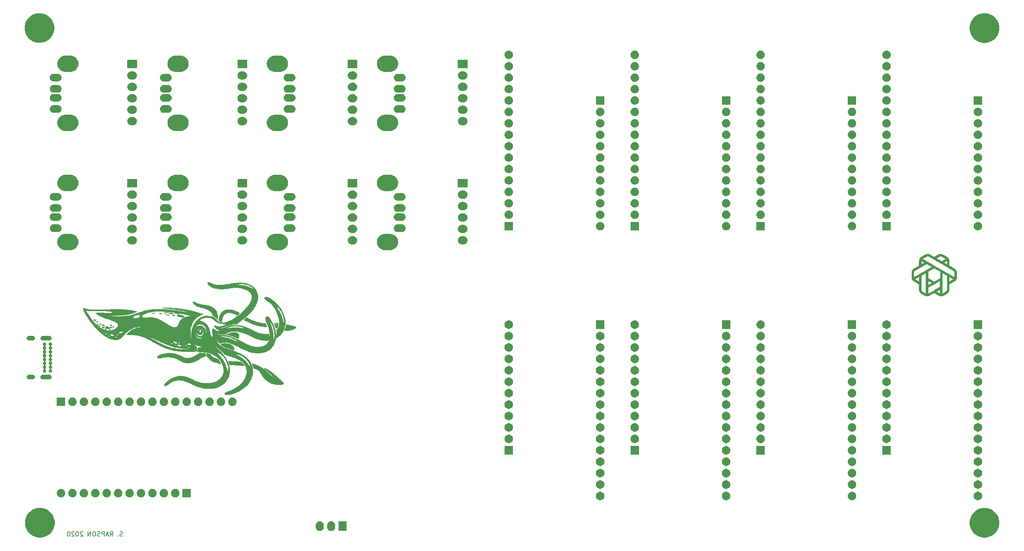
<source format=gbr>
G04 #@! TF.GenerationSoftware,KiCad,Pcbnew,5.1.2*
G04 #@! TF.CreationDate,2020-06-11T23:37:28+09:30*
G04 #@! TF.ProjectId,hardware,68617264-7761-4726-952e-6b696361645f,1.0.0*
G04 #@! TF.SameCoordinates,Original*
G04 #@! TF.FileFunction,Soldermask,Bot*
G04 #@! TF.FilePolarity,Negative*
%FSLAX46Y46*%
G04 Gerber Fmt 4.6, Leading zero omitted, Abs format (unit mm)*
G04 Created by KiCad (PCBNEW 5.1.2) date 2020-06-11 23:37:28*
%MOMM*%
%LPD*%
G04 APERTURE LIST*
%ADD10C,0.150000*%
%ADD11C,0.010000*%
%ADD12C,0.100000*%
G04 APERTURE END LIST*
D10*
X63392857Y-147904761D02*
X63250000Y-147952380D01*
X63011904Y-147952380D01*
X62916666Y-147904761D01*
X62869047Y-147857142D01*
X62821428Y-147761904D01*
X62821428Y-147666666D01*
X62869047Y-147571428D01*
X62916666Y-147523809D01*
X63011904Y-147476190D01*
X63202380Y-147428571D01*
X63297619Y-147380952D01*
X63345238Y-147333333D01*
X63392857Y-147238095D01*
X63392857Y-147142857D01*
X63345238Y-147047619D01*
X63297619Y-147000000D01*
X63202380Y-146952380D01*
X62964285Y-146952380D01*
X62821428Y-147000000D01*
X62392857Y-147857142D02*
X62345238Y-147904761D01*
X62392857Y-147952380D01*
X62440476Y-147904761D01*
X62392857Y-147857142D01*
X62392857Y-147952380D01*
X60583333Y-147952380D02*
X60916666Y-147476190D01*
X61154761Y-147952380D02*
X61154761Y-146952380D01*
X60773809Y-146952380D01*
X60678571Y-147000000D01*
X60630952Y-147047619D01*
X60583333Y-147142857D01*
X60583333Y-147285714D01*
X60630952Y-147380952D01*
X60678571Y-147428571D01*
X60773809Y-147476190D01*
X61154761Y-147476190D01*
X60202380Y-147666666D02*
X59726190Y-147666666D01*
X60297619Y-147952380D02*
X59964285Y-146952380D01*
X59630952Y-147952380D01*
X59297619Y-147952380D02*
X59297619Y-146952380D01*
X58916666Y-146952380D01*
X58821428Y-147000000D01*
X58773809Y-147047619D01*
X58726190Y-147142857D01*
X58726190Y-147285714D01*
X58773809Y-147380952D01*
X58821428Y-147428571D01*
X58916666Y-147476190D01*
X59297619Y-147476190D01*
X58345238Y-147904761D02*
X58202380Y-147952380D01*
X57964285Y-147952380D01*
X57869047Y-147904761D01*
X57821428Y-147857142D01*
X57773809Y-147761904D01*
X57773809Y-147666666D01*
X57821428Y-147571428D01*
X57869047Y-147523809D01*
X57964285Y-147476190D01*
X58154761Y-147428571D01*
X58250000Y-147380952D01*
X58297619Y-147333333D01*
X58345238Y-147238095D01*
X58345238Y-147142857D01*
X58297619Y-147047619D01*
X58250000Y-147000000D01*
X58154761Y-146952380D01*
X57916666Y-146952380D01*
X57773809Y-147000000D01*
X57154761Y-146952380D02*
X56964285Y-146952380D01*
X56869047Y-147000000D01*
X56773809Y-147095238D01*
X56726190Y-147285714D01*
X56726190Y-147619047D01*
X56773809Y-147809523D01*
X56869047Y-147904761D01*
X56964285Y-147952380D01*
X57154761Y-147952380D01*
X57250000Y-147904761D01*
X57345238Y-147809523D01*
X57392857Y-147619047D01*
X57392857Y-147285714D01*
X57345238Y-147095238D01*
X57250000Y-147000000D01*
X57154761Y-146952380D01*
X56297619Y-147952380D02*
X56297619Y-146952380D01*
X55726190Y-147952380D01*
X55726190Y-146952380D01*
X54535714Y-147047619D02*
X54488095Y-147000000D01*
X54392857Y-146952380D01*
X54154761Y-146952380D01*
X54059523Y-147000000D01*
X54011904Y-147047619D01*
X53964285Y-147142857D01*
X53964285Y-147238095D01*
X54011904Y-147380952D01*
X54583333Y-147952380D01*
X53964285Y-147952380D01*
X53345238Y-146952380D02*
X53250000Y-146952380D01*
X53154761Y-147000000D01*
X53107142Y-147047619D01*
X53059523Y-147142857D01*
X53011904Y-147333333D01*
X53011904Y-147571428D01*
X53059523Y-147761904D01*
X53107142Y-147857142D01*
X53154761Y-147904761D01*
X53250000Y-147952380D01*
X53345238Y-147952380D01*
X53440476Y-147904761D01*
X53488095Y-147857142D01*
X53535714Y-147761904D01*
X53583333Y-147571428D01*
X53583333Y-147333333D01*
X53535714Y-147142857D01*
X53488095Y-147047619D01*
X53440476Y-147000000D01*
X53345238Y-146952380D01*
X52630952Y-147047619D02*
X52583333Y-147000000D01*
X52488095Y-146952380D01*
X52250000Y-146952380D01*
X52154761Y-147000000D01*
X52107142Y-147047619D01*
X52059523Y-147142857D01*
X52059523Y-147238095D01*
X52107142Y-147380952D01*
X52678571Y-147952380D01*
X52059523Y-147952380D01*
X51440476Y-146952380D02*
X51345238Y-146952380D01*
X51250000Y-147000000D01*
X51202380Y-147047619D01*
X51154761Y-147142857D01*
X51107142Y-147333333D01*
X51107142Y-147571428D01*
X51154761Y-147761904D01*
X51202380Y-147857142D01*
X51250000Y-147904761D01*
X51345238Y-147952380D01*
X51440476Y-147952380D01*
X51535714Y-147904761D01*
X51583333Y-147857142D01*
X51630952Y-147761904D01*
X51678571Y-147571428D01*
X51678571Y-147333333D01*
X51630952Y-147142857D01*
X51583333Y-147047619D01*
X51535714Y-147000000D01*
X51440476Y-146952380D01*
D11*
G36*
X242267988Y-85221532D02*
G01*
X242201567Y-85228973D01*
X242168451Y-85234391D01*
X242110831Y-85246825D01*
X242052855Y-85263198D01*
X241995672Y-85283128D01*
X241940431Y-85306233D01*
X241912162Y-85319721D01*
X241905941Y-85322974D01*
X241896011Y-85328362D01*
X241882588Y-85335762D01*
X241865889Y-85345050D01*
X241846130Y-85356102D01*
X241823526Y-85368796D01*
X241798296Y-85383007D01*
X241770654Y-85398612D01*
X241740818Y-85415488D01*
X241709003Y-85433510D01*
X241675427Y-85452555D01*
X241640305Y-85472500D01*
X241603853Y-85493221D01*
X241566289Y-85514594D01*
X241527829Y-85536497D01*
X241488688Y-85558804D01*
X241449083Y-85581394D01*
X241409232Y-85604141D01*
X241369349Y-85626924D01*
X241329651Y-85649617D01*
X241290355Y-85672098D01*
X241251677Y-85694242D01*
X241213834Y-85715927D01*
X241177041Y-85737029D01*
X241141515Y-85757424D01*
X241107473Y-85776989D01*
X241075131Y-85795599D01*
X241044705Y-85813132D01*
X241016411Y-85829464D01*
X240990467Y-85844472D01*
X240967088Y-85858031D01*
X240946490Y-85870018D01*
X240928890Y-85880310D01*
X240914505Y-85888783D01*
X240903551Y-85895314D01*
X240896243Y-85899778D01*
X240893874Y-85901297D01*
X240840055Y-85939812D01*
X240789100Y-85981786D01*
X240741212Y-86027015D01*
X240696595Y-86075296D01*
X240655452Y-86126425D01*
X240621586Y-86174667D01*
X240613642Y-86186668D01*
X240606251Y-86197646D01*
X240599886Y-86206908D01*
X240595026Y-86213764D01*
X240592144Y-86217520D01*
X240592025Y-86217653D01*
X240588650Y-86221886D01*
X240587243Y-86224727D01*
X240587243Y-86224729D01*
X240586245Y-86227247D01*
X240583461Y-86233177D01*
X240579213Y-86241865D01*
X240573820Y-86252657D01*
X240567602Y-86264902D01*
X240566831Y-86266409D01*
X240537750Y-86327792D01*
X240513162Y-86389755D01*
X240492995Y-86452565D01*
X240477176Y-86516489D01*
X240465632Y-86581792D01*
X240458291Y-86648743D01*
X240456845Y-86670081D01*
X240456603Y-86676598D01*
X240456372Y-86687550D01*
X240456151Y-86702793D01*
X240455941Y-86722186D01*
X240455743Y-86745587D01*
X240455558Y-86772852D01*
X240455385Y-86803841D01*
X240455226Y-86838410D01*
X240455081Y-86876417D01*
X240454951Y-86917721D01*
X240454836Y-86962178D01*
X240454737Y-87009646D01*
X240454654Y-87059984D01*
X240454589Y-87113048D01*
X240454540Y-87168697D01*
X240454510Y-87226788D01*
X240454501Y-87263892D01*
X240454414Y-87818802D01*
X239887580Y-88144883D01*
X239839977Y-88172271D01*
X239793187Y-88199197D01*
X239747382Y-88225562D01*
X239702732Y-88251269D01*
X239659408Y-88276219D01*
X239617578Y-88300313D01*
X239577415Y-88323454D01*
X239539089Y-88345543D01*
X239502770Y-88366481D01*
X239468628Y-88386172D01*
X239436834Y-88404515D01*
X239407558Y-88421414D01*
X239380971Y-88436769D01*
X239357243Y-88450482D01*
X239336545Y-88462455D01*
X239319047Y-88472590D01*
X239304919Y-88480789D01*
X239294332Y-88486952D01*
X239287457Y-88490983D01*
X239285453Y-88492174D01*
X239229213Y-88528615D01*
X239175853Y-88568573D01*
X239125500Y-88611908D01*
X239078283Y-88658478D01*
X239034330Y-88708144D01*
X238993767Y-88760766D01*
X238956724Y-88816202D01*
X238923329Y-88874313D01*
X238906241Y-88908027D01*
X238879061Y-88969243D01*
X238856298Y-89031364D01*
X238837893Y-89094611D01*
X238823789Y-89159203D01*
X238813929Y-89225359D01*
X238809340Y-89275298D01*
X238809094Y-89281243D01*
X238808858Y-89291650D01*
X238808632Y-89306405D01*
X238808419Y-89325393D01*
X238808217Y-89348501D01*
X238808027Y-89375614D01*
X238807851Y-89406617D01*
X238807688Y-89441396D01*
X238807538Y-89479837D01*
X238807403Y-89521826D01*
X238807282Y-89567247D01*
X238807176Y-89615988D01*
X238807086Y-89667932D01*
X238807012Y-89722967D01*
X238806955Y-89780978D01*
X238806914Y-89841850D01*
X238806895Y-89888559D01*
X238806880Y-89950241D01*
X238806870Y-90007518D01*
X238806869Y-90060561D01*
X238806876Y-90109540D01*
X238806893Y-90154628D01*
X238806920Y-90195995D01*
X238806959Y-90233813D01*
X238807010Y-90268252D01*
X238807074Y-90299485D01*
X238807153Y-90327681D01*
X238807247Y-90353013D01*
X238807357Y-90375651D01*
X238807485Y-90395767D01*
X238807630Y-90413532D01*
X238807795Y-90429116D01*
X238807980Y-90442692D01*
X238808186Y-90454431D01*
X238808413Y-90464503D01*
X238808664Y-90473080D01*
X238808938Y-90480332D01*
X238809237Y-90486432D01*
X238809562Y-90491551D01*
X238809914Y-90495858D01*
X238810293Y-90499527D01*
X238810294Y-90499532D01*
X238820264Y-90566354D01*
X238834561Y-90631868D01*
X238853138Y-90695914D01*
X238875948Y-90758333D01*
X238902944Y-90818967D01*
X238906782Y-90826757D01*
X238938670Y-90885705D01*
X238974248Y-90942036D01*
X239013386Y-90995602D01*
X239055953Y-91046256D01*
X239101820Y-91093849D01*
X239150857Y-91138234D01*
X239202933Y-91179262D01*
X239238297Y-91204024D01*
X239243505Y-91207317D01*
X239252534Y-91212801D01*
X239265236Y-91220391D01*
X239281464Y-91230000D01*
X239301068Y-91241542D01*
X239323902Y-91254932D01*
X239349816Y-91270084D01*
X239378663Y-91286910D01*
X239410294Y-91305326D01*
X239444563Y-91325244D01*
X239481319Y-91346580D01*
X239520416Y-91369246D01*
X239561705Y-91393158D01*
X239605038Y-91418228D01*
X239650267Y-91444371D01*
X239697244Y-91471500D01*
X239745820Y-91499530D01*
X239795848Y-91528375D01*
X239847180Y-91557948D01*
X239864716Y-91568046D01*
X240454523Y-91907624D01*
X240454556Y-92534790D01*
X240454562Y-92600821D01*
X240454574Y-92662446D01*
X240454593Y-92719833D01*
X240454622Y-92773152D01*
X240454663Y-92822574D01*
X240454717Y-92868267D01*
X240454786Y-92910401D01*
X240454872Y-92949146D01*
X240454978Y-92984672D01*
X240455104Y-93017148D01*
X240455253Y-93046744D01*
X240455427Y-93073630D01*
X240455628Y-93097975D01*
X240455856Y-93119948D01*
X240456116Y-93139720D01*
X240456407Y-93157460D01*
X240456733Y-93173338D01*
X240457094Y-93187524D01*
X240457493Y-93200186D01*
X240457933Y-93211495D01*
X240458413Y-93221620D01*
X240458938Y-93230732D01*
X240459507Y-93238999D01*
X240460124Y-93246591D01*
X240460791Y-93253678D01*
X240461508Y-93260430D01*
X240462278Y-93267015D01*
X240462727Y-93270649D01*
X240473293Y-93336799D01*
X240488138Y-93401648D01*
X240507141Y-93465007D01*
X240530185Y-93526690D01*
X240557151Y-93586509D01*
X240587918Y-93644276D01*
X240622369Y-93699804D01*
X240660384Y-93752905D01*
X240701845Y-93803393D01*
X240746632Y-93851078D01*
X240794627Y-93895775D01*
X240845710Y-93937295D01*
X240899762Y-93975451D01*
X240917025Y-93986518D01*
X240921803Y-93989396D01*
X240930294Y-93994380D01*
X240942267Y-94001336D01*
X240957491Y-94010134D01*
X240975735Y-94020643D01*
X240996768Y-94032730D01*
X241020358Y-94046264D01*
X241046276Y-94061115D01*
X241074290Y-94077149D01*
X241104168Y-94094236D01*
X241135681Y-94112244D01*
X241168597Y-94131042D01*
X241202685Y-94150498D01*
X241237714Y-94170480D01*
X241273454Y-94190858D01*
X241309672Y-94211499D01*
X241346139Y-94232271D01*
X241382624Y-94253045D01*
X241418894Y-94273687D01*
X241454720Y-94294066D01*
X241489871Y-94314052D01*
X241524115Y-94333511D01*
X241557221Y-94352314D01*
X241588959Y-94370328D01*
X241619097Y-94387421D01*
X241647405Y-94403463D01*
X241673652Y-94418321D01*
X241697606Y-94431864D01*
X241719037Y-94443961D01*
X241737714Y-94454481D01*
X241753405Y-94463290D01*
X241765881Y-94470259D01*
X241774909Y-94475255D01*
X241780259Y-94478147D01*
X241781057Y-94478558D01*
X241837969Y-94504632D01*
X241897578Y-94527305D01*
X241959354Y-94546418D01*
X242022763Y-94561812D01*
X242087275Y-94573330D01*
X242108955Y-94576283D01*
X242117989Y-94577138D01*
X242130750Y-94577956D01*
X242146474Y-94578719D01*
X242164396Y-94579411D01*
X242183753Y-94580013D01*
X242203779Y-94580511D01*
X242223711Y-94580885D01*
X242242783Y-94581120D01*
X242260231Y-94581198D01*
X242275292Y-94581102D01*
X242287199Y-94580815D01*
X242294306Y-94580406D01*
X242355926Y-94573417D01*
X242414818Y-94563513D01*
X242471813Y-94550463D01*
X242527741Y-94534037D01*
X242583433Y-94514004D01*
X242639719Y-94490134D01*
X242669017Y-94476362D01*
X242674462Y-94473539D01*
X242683720Y-94468510D01*
X242696640Y-94461362D01*
X242713073Y-94452179D01*
X242732869Y-94441047D01*
X242755878Y-94428051D01*
X242781950Y-94413276D01*
X242810935Y-94396809D01*
X242842685Y-94378734D01*
X242877048Y-94359137D01*
X242913876Y-94338102D01*
X242953018Y-94315717D01*
X242994325Y-94292065D01*
X243037646Y-94267232D01*
X243082833Y-94241304D01*
X243129735Y-94214366D01*
X243178202Y-94186504D01*
X243228085Y-94157802D01*
X243250684Y-94144791D01*
X243795163Y-93831251D01*
X244338190Y-94143906D01*
X244384748Y-94170703D01*
X244430484Y-94197010D01*
X244475226Y-94222727D01*
X244518799Y-94247756D01*
X244561031Y-94271997D01*
X244601746Y-94295351D01*
X244640772Y-94317718D01*
X244677934Y-94339000D01*
X244713060Y-94359096D01*
X244745976Y-94377909D01*
X244776507Y-94395337D01*
X244804480Y-94411284D01*
X244829722Y-94425648D01*
X244852059Y-94438331D01*
X244871318Y-94449234D01*
X244887323Y-94458257D01*
X244899903Y-94465301D01*
X244908883Y-94470267D01*
X244914090Y-94473055D01*
X244914397Y-94473211D01*
X244971227Y-94499613D01*
X245028785Y-94522069D01*
X245087616Y-94540741D01*
X245148268Y-94555788D01*
X245211290Y-94567372D01*
X245254207Y-94573171D01*
X245265458Y-94574137D01*
X245280922Y-94574917D01*
X245300240Y-94575500D01*
X245323053Y-94575876D01*
X245348999Y-94576036D01*
X245358324Y-94576039D01*
X245386861Y-94575876D01*
X245411746Y-94575396D01*
X245433898Y-94574522D01*
X245454235Y-94573178D01*
X245473677Y-94571288D01*
X245493141Y-94568774D01*
X245513548Y-94565560D01*
X245535814Y-94561569D01*
X245539099Y-94560950D01*
X245570021Y-94554405D01*
X245602733Y-94546224D01*
X245636288Y-94536717D01*
X245669744Y-94526189D01*
X245702153Y-94514951D01*
X245732571Y-94503309D01*
X245760054Y-94491571D01*
X245777363Y-94483299D01*
X245782639Y-94480500D01*
X245791607Y-94475574D01*
X245804039Y-94468652D01*
X245819707Y-94459865D01*
X245838385Y-94449342D01*
X245859846Y-94437213D01*
X245883862Y-94423608D01*
X245910205Y-94408658D01*
X245938650Y-94392493D01*
X245968968Y-94375242D01*
X246000932Y-94357036D01*
X246034315Y-94338004D01*
X246068889Y-94318278D01*
X246104429Y-94297986D01*
X246140705Y-94277259D01*
X246177492Y-94256227D01*
X246214561Y-94235021D01*
X246251686Y-94213769D01*
X246288639Y-94192603D01*
X246325193Y-94171652D01*
X246361122Y-94151046D01*
X246396196Y-94130916D01*
X246430191Y-94111391D01*
X246462877Y-94092602D01*
X246494028Y-94074678D01*
X246523417Y-94057750D01*
X246550816Y-94041948D01*
X246575999Y-94027402D01*
X246598737Y-94014241D01*
X246618804Y-94002597D01*
X246635973Y-93992598D01*
X246650016Y-93984376D01*
X246660706Y-93978060D01*
X246667815Y-93973780D01*
X246670658Y-93971987D01*
X246722733Y-93934418D01*
X246772663Y-93892970D01*
X246820152Y-93847950D01*
X246864905Y-93799664D01*
X246906628Y-93748420D01*
X246945026Y-93694524D01*
X246960579Y-93670389D01*
X246970330Y-93654077D01*
X246981169Y-93634757D01*
X246992586Y-93613436D01*
X247004070Y-93591123D01*
X247015110Y-93568825D01*
X247025196Y-93547551D01*
X247033818Y-93528308D01*
X247039595Y-93514352D01*
X247057649Y-93465137D01*
X247072705Y-93416926D01*
X247085000Y-93368676D01*
X247094769Y-93319344D01*
X247102248Y-93267889D01*
X247107632Y-93213773D01*
X247107996Y-93208757D01*
X247108334Y-93203060D01*
X247108647Y-93196517D01*
X247108937Y-93188961D01*
X247109205Y-93180223D01*
X247109451Y-93170138D01*
X247109675Y-93158538D01*
X247109880Y-93145257D01*
X247110066Y-93130126D01*
X247110234Y-93112981D01*
X247110384Y-93093652D01*
X247110518Y-93071974D01*
X247110636Y-93047780D01*
X247110739Y-93020902D01*
X247110829Y-92991174D01*
X247110906Y-92958428D01*
X247110970Y-92922497D01*
X247111024Y-92883215D01*
X247111067Y-92840415D01*
X247111101Y-92793929D01*
X247111126Y-92743591D01*
X247111144Y-92689233D01*
X247111155Y-92630689D01*
X247111160Y-92567792D01*
X247111161Y-92545593D01*
X247111168Y-91921703D01*
X247712840Y-91575387D01*
X247761704Y-91547253D01*
X247809662Y-91519621D01*
X247856555Y-91492586D01*
X247902223Y-91466239D01*
X247946505Y-91440674D01*
X247989243Y-91415983D01*
X248030275Y-91392259D01*
X248069443Y-91369594D01*
X248106586Y-91348083D01*
X248141544Y-91327816D01*
X248174157Y-91308888D01*
X248204266Y-91291390D01*
X248231711Y-91275416D01*
X248256330Y-91261059D01*
X248277966Y-91248411D01*
X248296457Y-91237564D01*
X248311645Y-91228613D01*
X248323368Y-91221649D01*
X248331466Y-91216765D01*
X248335781Y-91214054D01*
X248336097Y-91213837D01*
X248347787Y-91205607D01*
X248361029Y-91196317D01*
X248373699Y-91187457D01*
X248379044Y-91183730D01*
X248430874Y-91144920D01*
X248480019Y-91102606D01*
X248526248Y-91057069D01*
X248569329Y-91008585D01*
X248609031Y-90957434D01*
X248645123Y-90903894D01*
X248677374Y-90848242D01*
X248690427Y-90821614D01*
X248101982Y-90821614D01*
X248101184Y-90823495D01*
X248097731Y-90826435D01*
X248095137Y-90828007D01*
X248088811Y-90831724D01*
X248078958Y-90837469D01*
X248065784Y-90845124D01*
X248049495Y-90854568D01*
X248030296Y-90865686D01*
X248008392Y-90878357D01*
X247983989Y-90892464D01*
X247957293Y-90907888D01*
X247928508Y-90924511D01*
X247897840Y-90942215D01*
X247865495Y-90960881D01*
X247831677Y-90980391D01*
X247796594Y-91000627D01*
X247760449Y-91021469D01*
X247723448Y-91042801D01*
X247685798Y-91064503D01*
X247647702Y-91086457D01*
X247609368Y-91108545D01*
X247570999Y-91130648D01*
X247532802Y-91152648D01*
X247494982Y-91174427D01*
X247457745Y-91195867D01*
X247421295Y-91216848D01*
X247385839Y-91237253D01*
X247351581Y-91256963D01*
X247318728Y-91275860D01*
X247287484Y-91293826D01*
X247258056Y-91310742D01*
X247230648Y-91326489D01*
X247205465Y-91340951D01*
X247182715Y-91354007D01*
X247162601Y-91365540D01*
X247145330Y-91375431D01*
X247131106Y-91383563D01*
X247120135Y-91389816D01*
X247112624Y-91394073D01*
X247108776Y-91396214D01*
X247108293Y-91396457D01*
X247108141Y-91394208D01*
X247107992Y-91387577D01*
X247107847Y-91376755D01*
X247107708Y-91361938D01*
X247107573Y-91343318D01*
X247107445Y-91321089D01*
X247107323Y-91295444D01*
X247107208Y-91266577D01*
X247107101Y-91234682D01*
X247107002Y-91199951D01*
X247106912Y-91162578D01*
X247106831Y-91122758D01*
X247106761Y-91080682D01*
X247106701Y-91036545D01*
X247106652Y-90990541D01*
X247106615Y-90942862D01*
X247106590Y-90893702D01*
X247106578Y-90843255D01*
X247106577Y-90823080D01*
X247106578Y-90762394D01*
X247106583Y-90706120D01*
X247106594Y-90654093D01*
X247106610Y-90606150D01*
X247106632Y-90562125D01*
X247106663Y-90521853D01*
X247106704Y-90485171D01*
X247106754Y-90451913D01*
X247106815Y-90421915D01*
X247106889Y-90395013D01*
X247106977Y-90371041D01*
X247107079Y-90349836D01*
X247107196Y-90331233D01*
X247107330Y-90315067D01*
X247107482Y-90301174D01*
X247107653Y-90289388D01*
X247107843Y-90279546D01*
X247108055Y-90271484D01*
X247108289Y-90265035D01*
X247108546Y-90260036D01*
X247108827Y-90256323D01*
X247109133Y-90253730D01*
X247109466Y-90252093D01*
X247109826Y-90251248D01*
X247110214Y-90251030D01*
X247110323Y-90251056D01*
X247112568Y-90252292D01*
X247118568Y-90255692D01*
X247128119Y-90261137D01*
X247141013Y-90268509D01*
X247157046Y-90277690D01*
X247176012Y-90288561D01*
X247197705Y-90301004D01*
X247221921Y-90314902D01*
X247248452Y-90330135D01*
X247277094Y-90346585D01*
X247307641Y-90364134D01*
X247339887Y-90382664D01*
X247373627Y-90402057D01*
X247408656Y-90422194D01*
X247444767Y-90442956D01*
X247481755Y-90464226D01*
X247519415Y-90485886D01*
X247557540Y-90507816D01*
X247595926Y-90529899D01*
X247634366Y-90552017D01*
X247672655Y-90574050D01*
X247710588Y-90595882D01*
X247747959Y-90617393D01*
X247784562Y-90638465D01*
X247820192Y-90658981D01*
X247854642Y-90678821D01*
X247887709Y-90697867D01*
X247919185Y-90716001D01*
X247948865Y-90733106D01*
X247976545Y-90749061D01*
X248002017Y-90763750D01*
X248025077Y-90777054D01*
X248045519Y-90788855D01*
X248063137Y-90799034D01*
X248077725Y-90807473D01*
X248089079Y-90814053D01*
X248096993Y-90818658D01*
X248101260Y-90821167D01*
X248101982Y-90821614D01*
X248690427Y-90821614D01*
X248705553Y-90790759D01*
X248705829Y-90790141D01*
X248728009Y-90736590D01*
X248746772Y-90682814D01*
X248762295Y-90628112D01*
X248774749Y-90571781D01*
X248784311Y-90513120D01*
X248791154Y-90451428D01*
X248791798Y-90443822D01*
X248792230Y-90436151D01*
X248792638Y-90424167D01*
X248793021Y-90408127D01*
X248793379Y-90388284D01*
X248793713Y-90364896D01*
X248794021Y-90338217D01*
X248794305Y-90308504D01*
X248794563Y-90276012D01*
X248794797Y-90240997D01*
X248795006Y-90203714D01*
X248795190Y-90164419D01*
X248795348Y-90123369D01*
X248795483Y-90080818D01*
X248795592Y-90037022D01*
X248795677Y-89992236D01*
X248795736Y-89946718D01*
X248795771Y-89900721D01*
X248795780Y-89856275D01*
X248337676Y-89856275D01*
X248337676Y-89856995D01*
X248337674Y-89918102D01*
X248337666Y-89974793D01*
X248337653Y-90027229D01*
X248337632Y-90075571D01*
X248337603Y-90119979D01*
X248337566Y-90160614D01*
X248337518Y-90197636D01*
X248337460Y-90231207D01*
X248337389Y-90261487D01*
X248337306Y-90288637D01*
X248337210Y-90312818D01*
X248337098Y-90334189D01*
X248336971Y-90352913D01*
X248336828Y-90369149D01*
X248336667Y-90383059D01*
X248336487Y-90394803D01*
X248336288Y-90404541D01*
X248336069Y-90412435D01*
X248335829Y-90418646D01*
X248335566Y-90423333D01*
X248335280Y-90426658D01*
X248334970Y-90428781D01*
X248334635Y-90429864D01*
X248334295Y-90430075D01*
X248332148Y-90428874D01*
X248326136Y-90425446D01*
X248316357Y-90419850D01*
X248302911Y-90412141D01*
X248285898Y-90402378D01*
X248265418Y-90390619D01*
X248241570Y-90376920D01*
X248214455Y-90361339D01*
X248184171Y-90343933D01*
X248150820Y-90324760D01*
X248114500Y-90303877D01*
X248075311Y-90281342D01*
X248033353Y-90257211D01*
X247988725Y-90231542D01*
X247941529Y-90204393D01*
X247891862Y-90175821D01*
X247839826Y-90145884D01*
X247785519Y-90114638D01*
X247729042Y-90082142D01*
X247670494Y-90048451D01*
X247609975Y-90013625D01*
X247564477Y-89987441D01*
X246653521Y-89987441D01*
X246652910Y-91607878D01*
X246652299Y-93228316D01*
X246645927Y-93256919D01*
X246632651Y-93306426D01*
X246615400Y-93353754D01*
X246594253Y-93398780D01*
X246569291Y-93441379D01*
X246540594Y-93481425D01*
X246508242Y-93518795D01*
X246472315Y-93553363D01*
X246437171Y-93581842D01*
X246432259Y-93585158D01*
X246423717Y-93590520D01*
X246411896Y-93597719D01*
X246397147Y-93606549D01*
X246379825Y-93616803D01*
X246360281Y-93628272D01*
X246338866Y-93640749D01*
X246315935Y-93654027D01*
X246291838Y-93667898D01*
X246266929Y-93682154D01*
X246264487Y-93683547D01*
X246242178Y-93696270D01*
X246216344Y-93711001D01*
X246187435Y-93727483D01*
X246155901Y-93745461D01*
X246122193Y-93764676D01*
X246086763Y-93784873D01*
X246050060Y-93805793D01*
X246012535Y-93827181D01*
X245974639Y-93848779D01*
X245936823Y-93870331D01*
X245899537Y-93891579D01*
X245863232Y-93912267D01*
X245845730Y-93922240D01*
X245581433Y-94072836D01*
X245581047Y-93564671D01*
X245127207Y-93564671D01*
X245127207Y-93566982D01*
X245127203Y-93625442D01*
X245127188Y-93679477D01*
X245127163Y-93729240D01*
X245127127Y-93774884D01*
X245127078Y-93816560D01*
X245127016Y-93854422D01*
X245126940Y-93888620D01*
X245126848Y-93919308D01*
X245126741Y-93946638D01*
X245126617Y-93970762D01*
X245126476Y-93991833D01*
X245126316Y-94010002D01*
X245126137Y-94025423D01*
X245125938Y-94038247D01*
X245125717Y-94048626D01*
X245125475Y-94056714D01*
X245125210Y-94062662D01*
X245124921Y-94066622D01*
X245124608Y-94068748D01*
X245124347Y-94069229D01*
X245121268Y-94068175D01*
X245115144Y-94065344D01*
X245106926Y-94061196D01*
X245099443Y-94057216D01*
X245094223Y-94054314D01*
X245085449Y-94049358D01*
X245073342Y-94042473D01*
X245058124Y-94033789D01*
X245040016Y-94023432D01*
X245019240Y-94011530D01*
X244996017Y-93998212D01*
X244970567Y-93983603D01*
X244943114Y-93967833D01*
X244913877Y-93951028D01*
X244883078Y-93933317D01*
X244850939Y-93914826D01*
X244817680Y-93895684D01*
X244783524Y-93876018D01*
X244748691Y-93855956D01*
X244713404Y-93835625D01*
X244677882Y-93815152D01*
X244642348Y-93794667D01*
X244607023Y-93774295D01*
X244572128Y-93754165D01*
X244537884Y-93734404D01*
X244504514Y-93715140D01*
X244472238Y-93696501D01*
X244441277Y-93678613D01*
X244411853Y-93661606D01*
X244384188Y-93645606D01*
X244358502Y-93630740D01*
X244335017Y-93617137D01*
X244313954Y-93604925D01*
X244295535Y-93594229D01*
X244279981Y-93585180D01*
X244267513Y-93577903D01*
X244258353Y-93572527D01*
X244252722Y-93569179D01*
X244250841Y-93567988D01*
X244252784Y-93566732D01*
X244258478Y-93563323D01*
X244267705Y-93557889D01*
X244280247Y-93550554D01*
X244295884Y-93541444D01*
X244314399Y-93530685D01*
X244335573Y-93518403D01*
X244359188Y-93504723D01*
X244385025Y-93489772D01*
X244412866Y-93473674D01*
X244442493Y-93456556D01*
X244473687Y-93438544D01*
X244506230Y-93419763D01*
X244539904Y-93400338D01*
X244574489Y-93380396D01*
X244609768Y-93360063D01*
X244645523Y-93339464D01*
X244681534Y-93318724D01*
X244717584Y-93297970D01*
X244753454Y-93277328D01*
X244788926Y-93256923D01*
X244823781Y-93236880D01*
X244857801Y-93217326D01*
X244890767Y-93198387D01*
X244922462Y-93180187D01*
X244952667Y-93162853D01*
X244981163Y-93146511D01*
X245007732Y-93131286D01*
X245032156Y-93117304D01*
X245054215Y-93104691D01*
X245073693Y-93093573D01*
X245090371Y-93084074D01*
X245104029Y-93076322D01*
X245114450Y-93070441D01*
X245121415Y-93066558D01*
X245124707Y-93064798D01*
X245124943Y-93064703D01*
X245125230Y-93066987D01*
X245125498Y-93073821D01*
X245125748Y-93085178D01*
X245125978Y-93101033D01*
X245126188Y-93121358D01*
X245126380Y-93146128D01*
X245126552Y-93175315D01*
X245126704Y-93208893D01*
X245126836Y-93246836D01*
X245126948Y-93289117D01*
X245127041Y-93335710D01*
X245127113Y-93386589D01*
X245127165Y-93441726D01*
X245127196Y-93501095D01*
X245127207Y-93564671D01*
X245581047Y-93564671D01*
X245580717Y-93131135D01*
X245580675Y-93070458D01*
X245580641Y-93005468D01*
X245580613Y-92936426D01*
X245580591Y-92863594D01*
X245580575Y-92787236D01*
X245580566Y-92707613D01*
X245580562Y-92624988D01*
X245580565Y-92539622D01*
X245580573Y-92451780D01*
X245580587Y-92361723D01*
X245580607Y-92269713D01*
X245580632Y-92176012D01*
X245580663Y-92080884D01*
X245580699Y-91984591D01*
X245580740Y-91887394D01*
X245580769Y-91825998D01*
X245127207Y-91825998D01*
X245127207Y-92537672D01*
X243793707Y-93305464D01*
X243706186Y-93355856D01*
X243622544Y-93404015D01*
X243542691Y-93449992D01*
X243466540Y-93493837D01*
X243394003Y-93535601D01*
X243324991Y-93575334D01*
X243259418Y-93613088D01*
X243197194Y-93648912D01*
X243138232Y-93682858D01*
X243082443Y-93714975D01*
X243029740Y-93745315D01*
X242980034Y-93773928D01*
X242933238Y-93800865D01*
X242889263Y-93826176D01*
X242848021Y-93849912D01*
X242809424Y-93872124D01*
X242773384Y-93892862D01*
X242739813Y-93912176D01*
X242708623Y-93930118D01*
X242679726Y-93946738D01*
X242653033Y-93962087D01*
X242628458Y-93976214D01*
X242605911Y-93989172D01*
X242585304Y-94001010D01*
X242566550Y-94011779D01*
X242549561Y-94021529D01*
X242534247Y-94030312D01*
X242520523Y-94038178D01*
X242508298Y-94045177D01*
X242497485Y-94051360D01*
X242487997Y-94056778D01*
X242479744Y-94061481D01*
X242472640Y-94065520D01*
X242466595Y-94068946D01*
X242461522Y-94071808D01*
X242457333Y-94074158D01*
X242453940Y-94076047D01*
X242451254Y-94077525D01*
X242449187Y-94078642D01*
X242447653Y-94079449D01*
X242446561Y-94079997D01*
X242445825Y-94080336D01*
X242445356Y-94080517D01*
X242445066Y-94080591D01*
X242444867Y-94080608D01*
X242444758Y-94080611D01*
X242444621Y-94078360D01*
X242444491Y-94071707D01*
X242444367Y-94060829D01*
X242444251Y-94045901D01*
X242444143Y-94027098D01*
X242444042Y-94004596D01*
X242443949Y-93978571D01*
X242443864Y-93949198D01*
X242443788Y-93916652D01*
X242443721Y-93881109D01*
X242443663Y-93842745D01*
X242443614Y-93801735D01*
X242443575Y-93758255D01*
X242443547Y-93712480D01*
X242443528Y-93664585D01*
X242443520Y-93614746D01*
X242443523Y-93563139D01*
X242443538Y-93509939D01*
X242443564Y-93455322D01*
X242443601Y-93399463D01*
X242443614Y-93383757D01*
X242444189Y-92686811D01*
X243159279Y-92274926D01*
X243212478Y-92244287D01*
X243264744Y-92214192D01*
X243315933Y-92184723D01*
X243365901Y-92155964D01*
X243414503Y-92127997D01*
X243461595Y-92100904D01*
X243507033Y-92074770D01*
X243550672Y-92049677D01*
X243592368Y-92025708D01*
X243631977Y-92002946D01*
X243669354Y-91981473D01*
X243704354Y-91961373D01*
X243736834Y-91942729D01*
X243766650Y-91925623D01*
X243793656Y-91910139D01*
X243817708Y-91896359D01*
X243838662Y-91884366D01*
X243856374Y-91874244D01*
X243870699Y-91866075D01*
X243881493Y-91859941D01*
X243888611Y-91855927D01*
X243891910Y-91854115D01*
X243891918Y-91854110D01*
X243895302Y-91852256D01*
X243902494Y-91848207D01*
X243913336Y-91842053D01*
X243927670Y-91833885D01*
X243945340Y-91823793D01*
X243966187Y-91811867D01*
X243990055Y-91798199D01*
X244016786Y-91782877D01*
X244046222Y-91765994D01*
X244078206Y-91747638D01*
X244112580Y-91727901D01*
X244149188Y-91706873D01*
X244187871Y-91684644D01*
X244228473Y-91661304D01*
X244251821Y-91647878D01*
X243333610Y-91647878D01*
X243331796Y-91649126D01*
X243326229Y-91652531D01*
X243317126Y-91657966D01*
X243304704Y-91665308D01*
X243289177Y-91674431D01*
X243270763Y-91685211D01*
X243249677Y-91697523D01*
X243226135Y-91711242D01*
X243200353Y-91726243D01*
X243172547Y-91742402D01*
X243142934Y-91759595D01*
X243111728Y-91777695D01*
X243079147Y-91796578D01*
X243045406Y-91816121D01*
X243010721Y-91836197D01*
X242975308Y-91856682D01*
X242939383Y-91877452D01*
X242903163Y-91898381D01*
X242866863Y-91919345D01*
X242830699Y-91940219D01*
X242794887Y-91960879D01*
X242759643Y-91981199D01*
X242725184Y-92001055D01*
X242691725Y-92020321D01*
X242659482Y-92038875D01*
X242628671Y-92056589D01*
X242599508Y-92073341D01*
X242572210Y-92089004D01*
X242546992Y-92103455D01*
X242524070Y-92116568D01*
X242503661Y-92128219D01*
X242485979Y-92138282D01*
X242471242Y-92146634D01*
X242459665Y-92153150D01*
X242451465Y-92157704D01*
X242446857Y-92160172D01*
X242445906Y-92160599D01*
X242445576Y-92159820D01*
X242445271Y-92157328D01*
X242444990Y-92152972D01*
X242444732Y-92146601D01*
X242444496Y-92138065D01*
X242444281Y-92127212D01*
X242444087Y-92113892D01*
X242443913Y-92097954D01*
X242443757Y-92079247D01*
X242443620Y-92057621D01*
X242443499Y-92032925D01*
X242443395Y-92005007D01*
X242443306Y-91973718D01*
X242443232Y-91938905D01*
X242443171Y-91900420D01*
X242443123Y-91858110D01*
X242443088Y-91811825D01*
X242443064Y-91761415D01*
X242443050Y-91706728D01*
X242443050Y-91703498D01*
X241989964Y-91703498D01*
X241989964Y-91726054D01*
X241989963Y-91829618D01*
X241989959Y-91932069D01*
X241989954Y-92033312D01*
X241989945Y-92133251D01*
X241989935Y-92231790D01*
X241989923Y-92328834D01*
X241989908Y-92424287D01*
X241989891Y-92518054D01*
X241989873Y-92610038D01*
X241989852Y-92700145D01*
X241989830Y-92788278D01*
X241989805Y-92874342D01*
X241989779Y-92958242D01*
X241989751Y-93039880D01*
X241989722Y-93119163D01*
X241989690Y-93195995D01*
X241989657Y-93270279D01*
X241989623Y-93341920D01*
X241989587Y-93410822D01*
X241989550Y-93476890D01*
X241989511Y-93540028D01*
X241989471Y-93600141D01*
X241989429Y-93657133D01*
X241989387Y-93710907D01*
X241989343Y-93761370D01*
X241989298Y-93808424D01*
X241989252Y-93851974D01*
X241989204Y-93891925D01*
X241989156Y-93928181D01*
X241989107Y-93960647D01*
X241989057Y-93989226D01*
X241989006Y-94013823D01*
X241988954Y-94034342D01*
X241988902Y-94050688D01*
X241988849Y-94062765D01*
X241988795Y-94070478D01*
X241988741Y-94073731D01*
X241988729Y-94073838D01*
X241986118Y-94072887D01*
X241980973Y-94070486D01*
X241978358Y-94069178D01*
X241973972Y-94066817D01*
X241965893Y-94062336D01*
X241954351Y-94055867D01*
X241939581Y-94047543D01*
X241921813Y-94037497D01*
X241901282Y-94025861D01*
X241878219Y-94012770D01*
X241852856Y-93998355D01*
X241825427Y-93982749D01*
X241796163Y-93966086D01*
X241765297Y-93948497D01*
X241733062Y-93930118D01*
X241699689Y-93911079D01*
X241665412Y-93891514D01*
X241630463Y-93871555D01*
X241595074Y-93851337D01*
X241559478Y-93830991D01*
X241523907Y-93810650D01*
X241488594Y-93790448D01*
X241453771Y-93770518D01*
X241419670Y-93750991D01*
X241386524Y-93732001D01*
X241354566Y-93713682D01*
X241324027Y-93696165D01*
X241295141Y-93679584D01*
X241268140Y-93664072D01*
X241243256Y-93649761D01*
X241220721Y-93636784D01*
X241200769Y-93625275D01*
X241183631Y-93615366D01*
X241169541Y-93607190D01*
X241158729Y-93600880D01*
X241151430Y-93596569D01*
X241147875Y-93594389D01*
X241147874Y-93594389D01*
X241108878Y-93565726D01*
X241072480Y-93533527D01*
X241039113Y-93498230D01*
X241009210Y-93460273D01*
X240995396Y-93439976D01*
X240972808Y-93401929D01*
X240953781Y-93363047D01*
X240938063Y-93322648D01*
X240925402Y-93280046D01*
X240915548Y-93234560D01*
X240912034Y-93213442D01*
X240911799Y-93209627D01*
X240911565Y-93201337D01*
X240911331Y-93188672D01*
X240911097Y-93171733D01*
X240910866Y-93150621D01*
X240910635Y-93125436D01*
X240910406Y-93096280D01*
X240910180Y-93063253D01*
X240909955Y-93026456D01*
X240909733Y-92985990D01*
X240909514Y-92941956D01*
X240909298Y-92894455D01*
X240909085Y-92843587D01*
X240908875Y-92789453D01*
X240908670Y-92732155D01*
X240908468Y-92671793D01*
X240908271Y-92608467D01*
X240908079Y-92542279D01*
X240907891Y-92473330D01*
X240907709Y-92401720D01*
X240907532Y-92327550D01*
X240907361Y-92250922D01*
X240907195Y-92171935D01*
X240907036Y-92090691D01*
X240906883Y-92007291D01*
X240906738Y-91921835D01*
X240906599Y-91834424D01*
X240906467Y-91745159D01*
X240906343Y-91654141D01*
X240906227Y-91561471D01*
X240906119Y-91467250D01*
X240906019Y-91371578D01*
X240905928Y-91274556D01*
X240905845Y-91176286D01*
X240905772Y-91076867D01*
X240905708Y-90976402D01*
X240905654Y-90874990D01*
X240905632Y-90821936D01*
X240452234Y-90821936D01*
X240452230Y-90872166D01*
X240452215Y-90921183D01*
X240452192Y-90968791D01*
X240452160Y-91014793D01*
X240452120Y-91058994D01*
X240452072Y-91101198D01*
X240452017Y-91141208D01*
X240451955Y-91178829D01*
X240451886Y-91213864D01*
X240451811Y-91246117D01*
X240451731Y-91275392D01*
X240451646Y-91301494D01*
X240451555Y-91324225D01*
X240451461Y-91343390D01*
X240451362Y-91358794D01*
X240451260Y-91370238D01*
X240451155Y-91377529D01*
X240451047Y-91380469D01*
X240451030Y-91380523D01*
X240448965Y-91379397D01*
X240443108Y-91376086D01*
X240433632Y-91370689D01*
X240420712Y-91363306D01*
X240404521Y-91354036D01*
X240385231Y-91342980D01*
X240363017Y-91330237D01*
X240338053Y-91315907D01*
X240310511Y-91300088D01*
X240280565Y-91282882D01*
X240248388Y-91264387D01*
X240214155Y-91244703D01*
X240178038Y-91223931D01*
X240140211Y-91202169D01*
X240100848Y-91179517D01*
X240060122Y-91156075D01*
X240018206Y-91131942D01*
X239982503Y-91111382D01*
X239939512Y-91086618D01*
X239897456Y-91062383D01*
X239856515Y-91038782D01*
X239816870Y-91015919D01*
X239778702Y-90993899D01*
X239742192Y-90972826D01*
X239707520Y-90952804D01*
X239674867Y-90933940D01*
X239644415Y-90916336D01*
X239616344Y-90900098D01*
X239590835Y-90885330D01*
X239568068Y-90872136D01*
X239548225Y-90860622D01*
X239531487Y-90850892D01*
X239518034Y-90843050D01*
X239508048Y-90837201D01*
X239501708Y-90833450D01*
X239499428Y-90832059D01*
X239492027Y-90826899D01*
X239487192Y-90822749D01*
X239485554Y-90820169D01*
X239485702Y-90819852D01*
X239487822Y-90818559D01*
X239493701Y-90815104D01*
X239503129Y-90809607D01*
X239515898Y-90802188D01*
X239531801Y-90792968D01*
X239550627Y-90782065D01*
X239572170Y-90769602D01*
X239596219Y-90755697D01*
X239622568Y-90740471D01*
X239651006Y-90724045D01*
X239681326Y-90706537D01*
X239713320Y-90688070D01*
X239746778Y-90668761D01*
X239781493Y-90648733D01*
X239817255Y-90628105D01*
X239853856Y-90606996D01*
X239891088Y-90585529D01*
X239928742Y-90563821D01*
X239966610Y-90541995D01*
X240004483Y-90520169D01*
X240042152Y-90498464D01*
X240079410Y-90477000D01*
X240116047Y-90455898D01*
X240151856Y-90435277D01*
X240186627Y-90415259D01*
X240220152Y-90395961D01*
X240252223Y-90377507D01*
X240282630Y-90360014D01*
X240311167Y-90343603D01*
X240337623Y-90328396D01*
X240361791Y-90314511D01*
X240383462Y-90302069D01*
X240402428Y-90291190D01*
X240418479Y-90281994D01*
X240431408Y-90274602D01*
X240441006Y-90269133D01*
X240447065Y-90265708D01*
X240449374Y-90264448D01*
X240449690Y-90265123D01*
X240449983Y-90267499D01*
X240450255Y-90271718D01*
X240450505Y-90277925D01*
X240450735Y-90286266D01*
X240450945Y-90296884D01*
X240451136Y-90309925D01*
X240451309Y-90325531D01*
X240451464Y-90343849D01*
X240451603Y-90365023D01*
X240451725Y-90389196D01*
X240451833Y-90416514D01*
X240451926Y-90447121D01*
X240452005Y-90481161D01*
X240452071Y-90518780D01*
X240452124Y-90560121D01*
X240452167Y-90605329D01*
X240452198Y-90654549D01*
X240452219Y-90707925D01*
X240452231Y-90765602D01*
X240452234Y-90821936D01*
X240905632Y-90821936D01*
X240905611Y-90773949D01*
X240905315Y-90001474D01*
X241446524Y-89689872D01*
X241492592Y-89663351D01*
X241537625Y-89637430D01*
X241581462Y-89612202D01*
X241623943Y-89587759D01*
X241664905Y-89564194D01*
X241704189Y-89541600D01*
X241741632Y-89520068D01*
X241777073Y-89499693D01*
X241810352Y-89480565D01*
X241841308Y-89462779D01*
X241869779Y-89446426D01*
X241895604Y-89431598D01*
X241918621Y-89418390D01*
X241938671Y-89406892D01*
X241955592Y-89397199D01*
X241969222Y-89389401D01*
X241979400Y-89383593D01*
X241985966Y-89379865D01*
X241988758Y-89378312D01*
X241988849Y-89378271D01*
X241988898Y-89380543D01*
X241988947Y-89387296D01*
X241988995Y-89398435D01*
X241989042Y-89413863D01*
X241989089Y-89433485D01*
X241989135Y-89457206D01*
X241989180Y-89484929D01*
X241989225Y-89516559D01*
X241989269Y-89552001D01*
X241989311Y-89591159D01*
X241989353Y-89633937D01*
X241989394Y-89680239D01*
X241989434Y-89729970D01*
X241989473Y-89783034D01*
X241989511Y-89839336D01*
X241989547Y-89898780D01*
X241989582Y-89961270D01*
X241989616Y-90026710D01*
X241989649Y-90095006D01*
X241989681Y-90166061D01*
X241989711Y-90239780D01*
X241989739Y-90316067D01*
X241989766Y-90394826D01*
X241989792Y-90475962D01*
X241989816Y-90559379D01*
X241989838Y-90644982D01*
X241989859Y-90732674D01*
X241989878Y-90822361D01*
X241989895Y-90913946D01*
X241989910Y-91007334D01*
X241989924Y-91102429D01*
X241989936Y-91199136D01*
X241989945Y-91297359D01*
X241989953Y-91397003D01*
X241989959Y-91497971D01*
X241989963Y-91600168D01*
X241989964Y-91703498D01*
X242443050Y-91703498D01*
X242443045Y-91648253D01*
X242443050Y-91600160D01*
X242443065Y-91553289D01*
X242443089Y-91507844D01*
X242443122Y-91464031D01*
X242443163Y-91422053D01*
X242443212Y-91382116D01*
X242443268Y-91344424D01*
X242443332Y-91309182D01*
X242443402Y-91276594D01*
X242443478Y-91246866D01*
X242443559Y-91220202D01*
X242443646Y-91196806D01*
X242443737Y-91176884D01*
X242443833Y-91160639D01*
X242443933Y-91148278D01*
X242444036Y-91140003D01*
X242444141Y-91136021D01*
X242444183Y-91135676D01*
X242446248Y-91136799D01*
X242452060Y-91140083D01*
X242461403Y-91145405D01*
X242474061Y-91152639D01*
X242489817Y-91161661D01*
X242508454Y-91172346D01*
X242529755Y-91184569D01*
X242553505Y-91198205D01*
X242579485Y-91213130D01*
X242607481Y-91229219D01*
X242637274Y-91246348D01*
X242668649Y-91264390D01*
X242701388Y-91283223D01*
X242735276Y-91302720D01*
X242770095Y-91322758D01*
X242805630Y-91343211D01*
X242841662Y-91363954D01*
X242877976Y-91384864D01*
X242914355Y-91405815D01*
X242950583Y-91426682D01*
X242986442Y-91447341D01*
X243021717Y-91467666D01*
X243056190Y-91487534D01*
X243089644Y-91506820D01*
X243121864Y-91525397D01*
X243152633Y-91543143D01*
X243181734Y-91559932D01*
X243208950Y-91575640D01*
X243234064Y-91590141D01*
X243256861Y-91603311D01*
X243277124Y-91615025D01*
X243294635Y-91625159D01*
X243309178Y-91633587D01*
X243320537Y-91640185D01*
X243328495Y-91644828D01*
X243332835Y-91647392D01*
X243333610Y-91647878D01*
X244251821Y-91647878D01*
X244270835Y-91636945D01*
X244314800Y-91611656D01*
X244360212Y-91585528D01*
X244406911Y-91558651D01*
X244454742Y-91531115D01*
X244503546Y-91503012D01*
X244517448Y-91495005D01*
X244566298Y-91466871D01*
X244614121Y-91439331D01*
X244660764Y-91412474D01*
X244706076Y-91386387D01*
X244749905Y-91361157D01*
X244792098Y-91336871D01*
X244832505Y-91313618D01*
X244870972Y-91291483D01*
X244907349Y-91270555D01*
X244941483Y-91250921D01*
X244973223Y-91232668D01*
X245002416Y-91215884D01*
X245028910Y-91200656D01*
X245052555Y-91187071D01*
X245073197Y-91175217D01*
X245090686Y-91165180D01*
X245104868Y-91157050D01*
X245115593Y-91150911D01*
X245122708Y-91146853D01*
X245126061Y-91144963D01*
X245126318Y-91144829D01*
X245126390Y-91147088D01*
X245126460Y-91153748D01*
X245126528Y-91164634D01*
X245126595Y-91179569D01*
X245126659Y-91198378D01*
X245126721Y-91220886D01*
X245126780Y-91246916D01*
X245126836Y-91276294D01*
X245126890Y-91308844D01*
X245126940Y-91344390D01*
X245126986Y-91382756D01*
X245127029Y-91423767D01*
X245127067Y-91467247D01*
X245127102Y-91513021D01*
X245127132Y-91560914D01*
X245127157Y-91610748D01*
X245127177Y-91662349D01*
X245127193Y-91715542D01*
X245127203Y-91770150D01*
X245127207Y-91825998D01*
X245580769Y-91825998D01*
X245580787Y-91789557D01*
X245580839Y-91691342D01*
X245580895Y-91593011D01*
X245580957Y-91494827D01*
X245581023Y-91397051D01*
X245581094Y-91299947D01*
X245581170Y-91203777D01*
X245581250Y-91108802D01*
X245581335Y-91015287D01*
X245581423Y-90923492D01*
X245581516Y-90833681D01*
X245581574Y-90781563D01*
X245581698Y-90673638D01*
X245581825Y-90569886D01*
X245581954Y-90470325D01*
X245582086Y-90374970D01*
X245582221Y-90283838D01*
X245582358Y-90196946D01*
X245582497Y-90114311D01*
X245582639Y-90035950D01*
X245582783Y-89961878D01*
X245582930Y-89892114D01*
X245583079Y-89826672D01*
X245583230Y-89765571D01*
X245583383Y-89708826D01*
X245583538Y-89656455D01*
X245583695Y-89608473D01*
X245583855Y-89564899D01*
X245584016Y-89525747D01*
X245584179Y-89491036D01*
X245584344Y-89460782D01*
X245584511Y-89435001D01*
X245584680Y-89413709D01*
X245584850Y-89396925D01*
X245585022Y-89384664D01*
X245585196Y-89376943D01*
X245585371Y-89373779D01*
X245585405Y-89373694D01*
X245587557Y-89374821D01*
X245593510Y-89378140D01*
X245603103Y-89383558D01*
X245616173Y-89390981D01*
X245632556Y-89400316D01*
X245652091Y-89411470D01*
X245674614Y-89424349D01*
X245699962Y-89438860D01*
X245727973Y-89454909D01*
X245758484Y-89472403D01*
X245791332Y-89491250D01*
X245826354Y-89511355D01*
X245863388Y-89532625D01*
X245902270Y-89554966D01*
X245942838Y-89578287D01*
X245984929Y-89602492D01*
X246028380Y-89627489D01*
X246073029Y-89653184D01*
X246118712Y-89679485D01*
X246120593Y-89680567D01*
X246653521Y-89987441D01*
X247564477Y-89987441D01*
X247547585Y-89977720D01*
X247483423Y-89940794D01*
X247417590Y-89902904D01*
X247350184Y-89864107D01*
X247281307Y-89824462D01*
X247211057Y-89784024D01*
X247139534Y-89742852D01*
X247066838Y-89701003D01*
X246993069Y-89658534D01*
X246918327Y-89615504D01*
X246917272Y-89614896D01*
X246842445Y-89571814D01*
X246768567Y-89529275D01*
X246695738Y-89487337D01*
X246624058Y-89446057D01*
X246553629Y-89405494D01*
X246484551Y-89365706D01*
X246416925Y-89326751D01*
X246350850Y-89288686D01*
X246286429Y-89251571D01*
X246223761Y-89215462D01*
X246162948Y-89180419D01*
X246104089Y-89146498D01*
X246047286Y-89113759D01*
X246035834Y-89107157D01*
X245128352Y-89107157D01*
X245128352Y-90618919D01*
X244463604Y-91001836D01*
X244412483Y-91031279D01*
X244362373Y-91060131D01*
X244313418Y-91088309D01*
X244265766Y-91115729D01*
X244219560Y-91142307D01*
X244174948Y-91167960D01*
X244132075Y-91192604D01*
X244091088Y-91216155D01*
X244052130Y-91238531D01*
X244015350Y-91259646D01*
X243980891Y-91279418D01*
X243948901Y-91297763D01*
X243919524Y-91314597D01*
X243892907Y-91329837D01*
X243869196Y-91343398D01*
X243848536Y-91355198D01*
X243831073Y-91365152D01*
X243816953Y-91373177D01*
X243806321Y-91379190D01*
X243799324Y-91383106D01*
X243796107Y-91384843D01*
X243795906Y-91384927D01*
X243793720Y-91383811D01*
X243787714Y-91380493D01*
X243778033Y-91375056D01*
X243764821Y-91367583D01*
X243748225Y-91358156D01*
X243728387Y-91346860D01*
X243705454Y-91333776D01*
X243679571Y-91318988D01*
X243650882Y-91302579D01*
X243619532Y-91284633D01*
X243585667Y-91265231D01*
X243549431Y-91244458D01*
X243510969Y-91222396D01*
X243470427Y-91199128D01*
X243427948Y-91174737D01*
X243383678Y-91149307D01*
X243337763Y-91122920D01*
X243290346Y-91095659D01*
X243241573Y-91067609D01*
X243191589Y-91038850D01*
X243140538Y-91009467D01*
X243120289Y-90997810D01*
X242447622Y-90610521D01*
X242447622Y-89115565D01*
X243121420Y-88727624D01*
X243795219Y-88339683D01*
X244461785Y-88723420D01*
X245128352Y-89107157D01*
X246035834Y-89107157D01*
X245992639Y-89082258D01*
X245940248Y-89052055D01*
X245890215Y-89023206D01*
X245842640Y-88995771D01*
X245797624Y-88969807D01*
X245755267Y-88945372D01*
X245715670Y-88922524D01*
X245678933Y-88901322D01*
X245645158Y-88881823D01*
X245614444Y-88864085D01*
X245586893Y-88848166D01*
X245562605Y-88834125D01*
X245541681Y-88822019D01*
X245524221Y-88811906D01*
X245510326Y-88803845D01*
X245500097Y-88797893D01*
X245493634Y-88794109D01*
X245491045Y-88792555D01*
X245488039Y-88790725D01*
X245481228Y-88786710D01*
X245470777Y-88780603D01*
X245456849Y-88772499D01*
X245439609Y-88762492D01*
X245419219Y-88750676D01*
X245395844Y-88737146D01*
X245369647Y-88721997D01*
X245340793Y-88705322D01*
X245309445Y-88687215D01*
X245275767Y-88667771D01*
X245239923Y-88647085D01*
X245202077Y-88625250D01*
X245162392Y-88602361D01*
X245121033Y-88578513D01*
X245078162Y-88553798D01*
X245033945Y-88528313D01*
X244988545Y-88502151D01*
X244942125Y-88475406D01*
X244894849Y-88448172D01*
X244846882Y-88420545D01*
X244798387Y-88392618D01*
X244749528Y-88364486D01*
X244700468Y-88336242D01*
X244651372Y-88307982D01*
X244602404Y-88279799D01*
X244553726Y-88251788D01*
X244505504Y-88224044D01*
X244457900Y-88196659D01*
X244411079Y-88169729D01*
X244365205Y-88143349D01*
X244320441Y-88117611D01*
X244276951Y-88092612D01*
X244254090Y-88079473D01*
X243331570Y-88079473D01*
X243331475Y-88079665D01*
X243329096Y-88081076D01*
X243322882Y-88084694D01*
X243312957Y-88090447D01*
X243299444Y-88098262D01*
X243282469Y-88108069D01*
X243262156Y-88119796D01*
X243238630Y-88133371D01*
X243212014Y-88148722D01*
X243182434Y-88165779D01*
X243150013Y-88184469D01*
X243114876Y-88204720D01*
X243077148Y-88226462D01*
X243036953Y-88249623D01*
X242994415Y-88274130D01*
X242949659Y-88299912D01*
X242902810Y-88326899D01*
X242853991Y-88355017D01*
X242803327Y-88384196D01*
X242750942Y-88414364D01*
X242696962Y-88445449D01*
X242641509Y-88477379D01*
X242584710Y-88510084D01*
X242526688Y-88543491D01*
X242467567Y-88577529D01*
X242407473Y-88612126D01*
X242346529Y-88647210D01*
X242284859Y-88682711D01*
X242222590Y-88718556D01*
X242159843Y-88754673D01*
X242096746Y-88790992D01*
X242033420Y-88827440D01*
X241969992Y-88863946D01*
X241906585Y-88900439D01*
X241843324Y-88936846D01*
X241780334Y-88973096D01*
X241717738Y-89009118D01*
X241655661Y-89044839D01*
X241594228Y-89080189D01*
X241533563Y-89115095D01*
X241473791Y-89149487D01*
X241415035Y-89183291D01*
X241357420Y-89216438D01*
X241301072Y-89248855D01*
X241246113Y-89280470D01*
X241192669Y-89311212D01*
X241140864Y-89341010D01*
X241090822Y-89369791D01*
X241042668Y-89397484D01*
X240996527Y-89424018D01*
X240952522Y-89449321D01*
X240910778Y-89473321D01*
X240871420Y-89495946D01*
X240834572Y-89517126D01*
X240800358Y-89536788D01*
X240768903Y-89554861D01*
X240740331Y-89571273D01*
X240714767Y-89585953D01*
X240692335Y-89598829D01*
X240673159Y-89609829D01*
X240657365Y-89618882D01*
X240645075Y-89625916D01*
X240636416Y-89630860D01*
X240631511Y-89633641D01*
X240630377Y-89634264D01*
X240625991Y-89635814D01*
X240618425Y-89638326D01*
X240608873Y-89641410D01*
X240601665Y-89643691D01*
X240577368Y-89653146D01*
X240554692Y-89665914D01*
X240532771Y-89682515D01*
X240524315Y-89690068D01*
X240522446Y-89691760D01*
X240520338Y-89693549D01*
X240517859Y-89695513D01*
X240514875Y-89697731D01*
X240511253Y-89700279D01*
X240506861Y-89703236D01*
X240501567Y-89706680D01*
X240495236Y-89710688D01*
X240487737Y-89715338D01*
X240478937Y-89720708D01*
X240468702Y-89726876D01*
X240456900Y-89733919D01*
X240443398Y-89741916D01*
X240428063Y-89750945D01*
X240410763Y-89761082D01*
X240391364Y-89772407D01*
X240369734Y-89784996D01*
X240345740Y-89798927D01*
X240319249Y-89814280D01*
X240290128Y-89831130D01*
X240258245Y-89849556D01*
X240223466Y-89869637D01*
X240185659Y-89891449D01*
X240144691Y-89915070D01*
X240100430Y-89940579D01*
X240052741Y-89968053D01*
X240001493Y-89997570D01*
X239946552Y-90029208D01*
X239887787Y-90063044D01*
X239883595Y-90065458D01*
X239261180Y-90423817D01*
X239260558Y-90369571D01*
X239260502Y-90362113D01*
X239260454Y-90350313D01*
X239260414Y-90334406D01*
X239260381Y-90314626D01*
X239260356Y-90291207D01*
X239260339Y-90264385D01*
X239260329Y-90234394D01*
X239260327Y-90201469D01*
X239260333Y-90165843D01*
X239260346Y-90127752D01*
X239260366Y-90087431D01*
X239260393Y-90045113D01*
X239260429Y-90001034D01*
X239260471Y-89955428D01*
X239260521Y-89908529D01*
X239260577Y-89860573D01*
X239260642Y-89811793D01*
X239260654Y-89802748D01*
X239260733Y-89745078D01*
X239260803Y-89691793D01*
X239260870Y-89642705D01*
X239260937Y-89597621D01*
X239261009Y-89556353D01*
X239261090Y-89518708D01*
X239261185Y-89484498D01*
X239261297Y-89453531D01*
X239261431Y-89425617D01*
X239261592Y-89400566D01*
X239261783Y-89378187D01*
X239262009Y-89358290D01*
X239262274Y-89340684D01*
X239262583Y-89325178D01*
X239262940Y-89311584D01*
X239263349Y-89299709D01*
X239263814Y-89289363D01*
X239264339Y-89280357D01*
X239264930Y-89272500D01*
X239265590Y-89265600D01*
X239266324Y-89259469D01*
X239267135Y-89253914D01*
X239268029Y-89248747D01*
X239269009Y-89243776D01*
X239270080Y-89238811D01*
X239271246Y-89233661D01*
X239272511Y-89228137D01*
X239273743Y-89222667D01*
X239282187Y-89190807D01*
X239293561Y-89157341D01*
X239307296Y-89123615D01*
X239322825Y-89090975D01*
X239339580Y-89060767D01*
X239347088Y-89048757D01*
X239375176Y-89009650D01*
X239406952Y-88972872D01*
X239441895Y-88938949D01*
X239479487Y-88908407D01*
X239500306Y-88893769D01*
X239503622Y-88891738D01*
X239510753Y-88887513D01*
X239521545Y-88881184D01*
X239535846Y-88872838D01*
X239553503Y-88862563D01*
X239574363Y-88850449D01*
X239598274Y-88836583D01*
X239625082Y-88821053D01*
X239654636Y-88803949D01*
X239686781Y-88785357D01*
X239721366Y-88765368D01*
X239758237Y-88744068D01*
X239797242Y-88721546D01*
X239838228Y-88697891D01*
X239881042Y-88673191D01*
X239925532Y-88647534D01*
X239971543Y-88621009D01*
X240018925Y-88593704D01*
X240067523Y-88565706D01*
X240117186Y-88537105D01*
X240160478Y-88512181D01*
X240210876Y-88483165D01*
X240260316Y-88454692D01*
X240308646Y-88426851D01*
X240355713Y-88399727D01*
X240401368Y-88373410D01*
X240445459Y-88347986D01*
X240487834Y-88323543D01*
X240528342Y-88300168D01*
X240566831Y-88277949D01*
X240603151Y-88256973D01*
X240637150Y-88237328D01*
X240668675Y-88219101D01*
X240697577Y-88202379D01*
X240723704Y-88187251D01*
X240746904Y-88173803D01*
X240767026Y-88162123D01*
X240783918Y-88152298D01*
X240797430Y-88144417D01*
X240807409Y-88138566D01*
X240813705Y-88134833D01*
X240816072Y-88133373D01*
X240819559Y-88131196D01*
X240826774Y-88126884D01*
X240837540Y-88120540D01*
X240851675Y-88112268D01*
X240869002Y-88102170D01*
X240889340Y-88090349D01*
X240912512Y-88076908D01*
X240938337Y-88061950D01*
X240966637Y-88045578D01*
X240997232Y-88027896D01*
X241029943Y-88009005D01*
X241064592Y-87989010D01*
X241100998Y-87968012D01*
X241138982Y-87946115D01*
X241178366Y-87923422D01*
X241218970Y-87900036D01*
X241260616Y-87876060D01*
X241303123Y-87851597D01*
X241346313Y-87826749D01*
X241390006Y-87801620D01*
X241434024Y-87776313D01*
X241478187Y-87750930D01*
X241522316Y-87725575D01*
X241566232Y-87700351D01*
X241609755Y-87675360D01*
X241652707Y-87650706D01*
X241694908Y-87626491D01*
X241736179Y-87602819D01*
X241776341Y-87579792D01*
X241815215Y-87557514D01*
X241852622Y-87536087D01*
X241888382Y-87515614D01*
X241922316Y-87496198D01*
X241954245Y-87477943D01*
X241983989Y-87460951D01*
X242011371Y-87445325D01*
X242036210Y-87431169D01*
X242058327Y-87418584D01*
X242077544Y-87407675D01*
X242093680Y-87398544D01*
X242106557Y-87391294D01*
X242115996Y-87386027D01*
X242121817Y-87382848D01*
X242123829Y-87381855D01*
X242126158Y-87382977D01*
X242132298Y-87386298D01*
X242142095Y-87391731D01*
X242155395Y-87399187D01*
X242172045Y-87408580D01*
X242191891Y-87419820D01*
X242214779Y-87432821D01*
X242240556Y-87447494D01*
X242269069Y-87463752D01*
X242300163Y-87481507D01*
X242333685Y-87500671D01*
X242369482Y-87521157D01*
X242407399Y-87542876D01*
X242447284Y-87565741D01*
X242488982Y-87589664D01*
X242532340Y-87614557D01*
X242577205Y-87640333D01*
X242623422Y-87666904D01*
X242670839Y-87694181D01*
X242719301Y-87722078D01*
X242731943Y-87729358D01*
X242790751Y-87763230D01*
X242845712Y-87794894D01*
X242896951Y-87824424D01*
X242944591Y-87851890D01*
X242988754Y-87877365D01*
X243029564Y-87900920D01*
X243067143Y-87922628D01*
X243101616Y-87942561D01*
X243133105Y-87960790D01*
X243161733Y-87977388D01*
X243187623Y-87992425D01*
X243210899Y-88005976D01*
X243231683Y-88018110D01*
X243250099Y-88028900D01*
X243266270Y-88038419D01*
X243280318Y-88046737D01*
X243292368Y-88053928D01*
X243302541Y-88060062D01*
X243310962Y-88065212D01*
X243317753Y-88069450D01*
X243323037Y-88072848D01*
X243326938Y-88075477D01*
X243329578Y-88077409D01*
X243331081Y-88078718D01*
X243331570Y-88079473D01*
X244254090Y-88079473D01*
X244234899Y-88068444D01*
X244194449Y-88045202D01*
X244155764Y-88022981D01*
X244119009Y-88001875D01*
X244084347Y-87981978D01*
X244051942Y-87963384D01*
X244021957Y-87946188D01*
X243994558Y-87930485D01*
X243969907Y-87916367D01*
X243948169Y-87903930D01*
X243929506Y-87893268D01*
X243914084Y-87884476D01*
X243902065Y-87877646D01*
X243893614Y-87872875D01*
X243888895Y-87870256D01*
X243888099Y-87869837D01*
X243885438Y-87868361D01*
X243878950Y-87864680D01*
X243868757Y-87858865D01*
X243854983Y-87850987D01*
X243837752Y-87841117D01*
X243817186Y-87829325D01*
X243793408Y-87815683D01*
X243766543Y-87800262D01*
X243736714Y-87783132D01*
X243704043Y-87764366D01*
X243668654Y-87744033D01*
X243630670Y-87722204D01*
X243590215Y-87698951D01*
X243547412Y-87674345D01*
X243502384Y-87648456D01*
X243455254Y-87621355D01*
X243406147Y-87593115D01*
X243355184Y-87563804D01*
X243302489Y-87533495D01*
X243248187Y-87502259D01*
X243192399Y-87470165D01*
X243135249Y-87437286D01*
X243076861Y-87403693D01*
X243017358Y-87369456D01*
X242956862Y-87334645D01*
X242895499Y-87299334D01*
X242833389Y-87263591D01*
X242770658Y-87227488D01*
X242707428Y-87191097D01*
X242643823Y-87154488D01*
X242581051Y-87118357D01*
X241665028Y-87118357D01*
X241662858Y-87119702D01*
X241656962Y-87123192D01*
X241647576Y-87128688D01*
X241634935Y-87136057D01*
X241619275Y-87145162D01*
X241600830Y-87155867D01*
X241579837Y-87168037D01*
X241556530Y-87181535D01*
X241531145Y-87196227D01*
X241503917Y-87211975D01*
X241475081Y-87228646D01*
X241444874Y-87246102D01*
X241413529Y-87264208D01*
X241381283Y-87282829D01*
X241348371Y-87301828D01*
X241315028Y-87321069D01*
X241281490Y-87340418D01*
X241247991Y-87359738D01*
X241214768Y-87378894D01*
X241182055Y-87397749D01*
X241150088Y-87416168D01*
X241119103Y-87434016D01*
X241089333Y-87451156D01*
X241061016Y-87467452D01*
X241034386Y-87482770D01*
X241009679Y-87496973D01*
X240987129Y-87509925D01*
X240966973Y-87521491D01*
X240949445Y-87531535D01*
X240934781Y-87539921D01*
X240923217Y-87546513D01*
X240914987Y-87551176D01*
X240910327Y-87553774D01*
X240909320Y-87554292D01*
X240909141Y-87552064D01*
X240908967Y-87545487D01*
X240908800Y-87534789D01*
X240908640Y-87520198D01*
X240908488Y-87501941D01*
X240908344Y-87480246D01*
X240908211Y-87455341D01*
X240908089Y-87427453D01*
X240907979Y-87396810D01*
X240907881Y-87363641D01*
X240907797Y-87328171D01*
X240907728Y-87290630D01*
X240907675Y-87251245D01*
X240907638Y-87210244D01*
X240907618Y-87167854D01*
X240907616Y-87140897D01*
X240907625Y-87097373D01*
X240907650Y-87054872D01*
X240907690Y-87013639D01*
X240907744Y-86973918D01*
X240907812Y-86935954D01*
X240907892Y-86899991D01*
X240907983Y-86866275D01*
X240908085Y-86835049D01*
X240908197Y-86806559D01*
X240908318Y-86781049D01*
X240908447Y-86758763D01*
X240908584Y-86739947D01*
X240908727Y-86724845D01*
X240908875Y-86713701D01*
X240909029Y-86706760D01*
X240909111Y-86704878D01*
X240910038Y-86693782D01*
X240911114Y-86686813D01*
X240912431Y-86683521D01*
X240913458Y-86683139D01*
X240915704Y-86684333D01*
X240921720Y-86687701D01*
X240931310Y-86693131D01*
X240944281Y-86700513D01*
X240960438Y-86709733D01*
X240979585Y-86720681D01*
X241001527Y-86733245D01*
X241026071Y-86747312D01*
X241053021Y-86762772D01*
X241082182Y-86779512D01*
X241113360Y-86797421D01*
X241146359Y-86816387D01*
X241180985Y-86836298D01*
X241217043Y-86857043D01*
X241254338Y-86878510D01*
X241291721Y-86900037D01*
X241336045Y-86925585D01*
X241378130Y-86949876D01*
X241417851Y-86972838D01*
X241455083Y-86994399D01*
X241489705Y-87014486D01*
X241521591Y-87033027D01*
X241550617Y-87049949D01*
X241576661Y-87065180D01*
X241599597Y-87078647D01*
X241619302Y-87090279D01*
X241635652Y-87100001D01*
X241648524Y-87107743D01*
X241657793Y-87113431D01*
X241663335Y-87116994D01*
X241665028Y-87118357D01*
X242581051Y-87118357D01*
X242579965Y-87117732D01*
X242515979Y-87080900D01*
X242451986Y-87044062D01*
X242388112Y-87007291D01*
X242324479Y-86970657D01*
X242261210Y-86934231D01*
X242198428Y-86898084D01*
X242136258Y-86862286D01*
X242074821Y-86826910D01*
X242014242Y-86792025D01*
X241954644Y-86757703D01*
X241896150Y-86724015D01*
X241838883Y-86691031D01*
X241782967Y-86658824D01*
X241728524Y-86627463D01*
X241675679Y-86597019D01*
X241624555Y-86567564D01*
X241575274Y-86539169D01*
X241527960Y-86511905D01*
X241482737Y-86485842D01*
X241439727Y-86461051D01*
X241399055Y-86437604D01*
X241360842Y-86415571D01*
X241325213Y-86395024D01*
X241292291Y-86376033D01*
X241262199Y-86358670D01*
X241235061Y-86343005D01*
X241210999Y-86329109D01*
X241190137Y-86317053D01*
X241172598Y-86306909D01*
X241158506Y-86298747D01*
X241147984Y-86292638D01*
X241141155Y-86288654D01*
X241138143Y-86286864D01*
X241138004Y-86286772D01*
X241138973Y-86284929D01*
X241143109Y-86281333D01*
X241149659Y-86276596D01*
X241154022Y-86273724D01*
X241157739Y-86271487D01*
X241165238Y-86267097D01*
X241176326Y-86260666D01*
X241190809Y-86252304D01*
X241208491Y-86242124D01*
X241229178Y-86230236D01*
X241252677Y-86216751D01*
X241278792Y-86201781D01*
X241307329Y-86185438D01*
X241338095Y-86167832D01*
X241370895Y-86149075D01*
X241405533Y-86129278D01*
X241441817Y-86108553D01*
X241479552Y-86087011D01*
X241518542Y-86064763D01*
X241558595Y-86041920D01*
X241589514Y-86024294D01*
X241630766Y-86000782D01*
X241671399Y-85977623D01*
X241711198Y-85954939D01*
X241749946Y-85932854D01*
X241787431Y-85911489D01*
X241823435Y-85890968D01*
X241857744Y-85871412D01*
X241890144Y-85852945D01*
X241920419Y-85835690D01*
X241948354Y-85819767D01*
X241973733Y-85805302D01*
X241996343Y-85792415D01*
X242015967Y-85781229D01*
X242032391Y-85771867D01*
X242045400Y-85764452D01*
X242054779Y-85759106D01*
X242058613Y-85756921D01*
X242082843Y-85743326D01*
X242104086Y-85731926D01*
X242123141Y-85722347D01*
X242140810Y-85714214D01*
X242157891Y-85707153D01*
X242175186Y-85700789D01*
X242187212Y-85696755D01*
X242225248Y-85685805D01*
X242262452Y-85678067D01*
X242300255Y-85673317D01*
X242340086Y-85671334D01*
X242351306Y-85671244D01*
X242400072Y-85673428D01*
X242447830Y-85680013D01*
X242494797Y-85691044D01*
X242541187Y-85706570D01*
X242571151Y-85719101D01*
X242574637Y-85720920D01*
X242581965Y-85724956D01*
X242593015Y-85731139D01*
X242607663Y-85739398D01*
X242625789Y-85749665D01*
X242647270Y-85761868D01*
X242671985Y-85775940D01*
X242699811Y-85791808D01*
X242730627Y-85809405D01*
X242764312Y-85828660D01*
X242800742Y-85849502D01*
X242839797Y-85871863D01*
X242881354Y-85895673D01*
X242925293Y-85920861D01*
X242971490Y-85947358D01*
X243019824Y-85975095D01*
X243070173Y-86004000D01*
X243122416Y-86034005D01*
X243176430Y-86065039D01*
X243232094Y-86097033D01*
X243289286Y-86129917D01*
X243347884Y-86163621D01*
X243407766Y-86198075D01*
X243468811Y-86233210D01*
X243530896Y-86268955D01*
X243593900Y-86305242D01*
X243597487Y-86307307D01*
X243650454Y-86337818D01*
X243707216Y-86370513D01*
X243767604Y-86405296D01*
X243831446Y-86442067D01*
X243898571Y-86480728D01*
X243968810Y-86521182D01*
X244041990Y-86563329D01*
X244117943Y-86607072D01*
X244196496Y-86652312D01*
X244277479Y-86698950D01*
X244360722Y-86746890D01*
X244446054Y-86796032D01*
X244533305Y-86846278D01*
X244622303Y-86897529D01*
X244712877Y-86949689D01*
X244804859Y-87002657D01*
X244898075Y-87056337D01*
X244992357Y-87110629D01*
X245087533Y-87165436D01*
X245183433Y-87220658D01*
X245279886Y-87276199D01*
X245376721Y-87331959D01*
X245473768Y-87387841D01*
X245570856Y-87443746D01*
X245667814Y-87499575D01*
X245764471Y-87555231D01*
X245860658Y-87610615D01*
X245956203Y-87665629D01*
X246050936Y-87720175D01*
X246144686Y-87774154D01*
X246237282Y-87827468D01*
X246328554Y-87880019D01*
X246366315Y-87901761D01*
X246477330Y-87965682D01*
X246584970Y-88027668D01*
X246689213Y-88087707D01*
X246790041Y-88145787D01*
X246887433Y-88201897D01*
X246981369Y-88256025D01*
X247071829Y-88308159D01*
X247158792Y-88358287D01*
X247242239Y-88406399D01*
X247322150Y-88452483D01*
X247398504Y-88496526D01*
X247471282Y-88538518D01*
X247540463Y-88578447D01*
X247606027Y-88616300D01*
X247667953Y-88652067D01*
X247726223Y-88685736D01*
X247780816Y-88717295D01*
X247831711Y-88746732D01*
X247878888Y-88774037D01*
X247922329Y-88799196D01*
X247962011Y-88822200D01*
X247997916Y-88843036D01*
X248030022Y-88861692D01*
X248058311Y-88878157D01*
X248082762Y-88892419D01*
X248103354Y-88904467D01*
X248120068Y-88914288D01*
X248132884Y-88921873D01*
X248141781Y-88927208D01*
X248146739Y-88930282D01*
X248147748Y-88930977D01*
X248159717Y-88941402D01*
X248173490Y-88954507D01*
X248188129Y-88969306D01*
X248202699Y-88984815D01*
X248216262Y-89000049D01*
X248227882Y-89014022D01*
X248232871Y-89020497D01*
X248260950Y-89062010D01*
X248284850Y-89105388D01*
X248304573Y-89150635D01*
X248320122Y-89197757D01*
X248331499Y-89246761D01*
X248333057Y-89255503D01*
X248333544Y-89258425D01*
X248333995Y-89261378D01*
X248334413Y-89264536D01*
X248334797Y-89268074D01*
X248335150Y-89272166D01*
X248335473Y-89276988D01*
X248335768Y-89282714D01*
X248336034Y-89289519D01*
X248336275Y-89297578D01*
X248336491Y-89307065D01*
X248336684Y-89318156D01*
X248336854Y-89331024D01*
X248337004Y-89345846D01*
X248337134Y-89362795D01*
X248337247Y-89382047D01*
X248337342Y-89403775D01*
X248337422Y-89428156D01*
X248337489Y-89455364D01*
X248337542Y-89485573D01*
X248337585Y-89518958D01*
X248337617Y-89555695D01*
X248337640Y-89595957D01*
X248337657Y-89639920D01*
X248337667Y-89687759D01*
X248337673Y-89739648D01*
X248337675Y-89795762D01*
X248337676Y-89856275D01*
X248795780Y-89856275D01*
X248795781Y-89854503D01*
X248795766Y-89808318D01*
X248795726Y-89762422D01*
X248795662Y-89717071D01*
X248795572Y-89672521D01*
X248795457Y-89629027D01*
X248795319Y-89586844D01*
X248795155Y-89546230D01*
X248794965Y-89507438D01*
X248794751Y-89470726D01*
X248794512Y-89436348D01*
X248794248Y-89404560D01*
X248793959Y-89375619D01*
X248793646Y-89349779D01*
X248793307Y-89327296D01*
X248792943Y-89308426D01*
X248792555Y-89293425D01*
X248792141Y-89282548D01*
X248791807Y-89277152D01*
X248787089Y-89229522D01*
X248781171Y-89185371D01*
X248773858Y-89143715D01*
X248764953Y-89103568D01*
X248754261Y-89063944D01*
X248741583Y-89023857D01*
X248741104Y-89022442D01*
X248717340Y-88959404D01*
X248689631Y-88898660D01*
X248658039Y-88840287D01*
X248622624Y-88784363D01*
X248583447Y-88730967D01*
X248540568Y-88680175D01*
X248494047Y-88632067D01*
X248443947Y-88586721D01*
X248390326Y-88544213D01*
X248344732Y-88512169D01*
X248340876Y-88509786D01*
X248333206Y-88505224D01*
X248321885Y-88498575D01*
X248307071Y-88489931D01*
X248288926Y-88479386D01*
X248267609Y-88467031D01*
X248243282Y-88452959D01*
X248216103Y-88437261D01*
X248186235Y-88420031D01*
X248153836Y-88401361D01*
X248119068Y-88381342D01*
X248082090Y-88360068D01*
X248043064Y-88337631D01*
X248002148Y-88314123D01*
X247959505Y-88289636D01*
X247915294Y-88264264D01*
X247869675Y-88238097D01*
X247822809Y-88211229D01*
X247774856Y-88183752D01*
X247725977Y-88155758D01*
X247716915Y-88150569D01*
X247112297Y-87804415D01*
X247111023Y-87237248D01*
X247110887Y-87176501D01*
X247110759Y-87120143D01*
X247110753Y-87117213D01*
X246653496Y-87117213D01*
X246653496Y-87542767D01*
X246599093Y-87511451D01*
X246590892Y-87506731D01*
X246578988Y-87499877D01*
X246563642Y-87491043D01*
X246545118Y-87480379D01*
X246523679Y-87468036D01*
X246499585Y-87454165D01*
X246473101Y-87438918D01*
X246444489Y-87422445D01*
X246414011Y-87404898D01*
X246381931Y-87386429D01*
X246348509Y-87367187D01*
X246314010Y-87347325D01*
X246278696Y-87326993D01*
X246242828Y-87306343D01*
X246230700Y-87299361D01*
X246195739Y-87279220D01*
X246161877Y-87259688D01*
X246129326Y-87240887D01*
X246098294Y-87222941D01*
X246068995Y-87205971D01*
X246041637Y-87190100D01*
X246016432Y-87175451D01*
X245993590Y-87162147D01*
X245973323Y-87150311D01*
X245955840Y-87140064D01*
X245941353Y-87131530D01*
X245930073Y-87124832D01*
X245922209Y-87120091D01*
X245917972Y-87117431D01*
X245917260Y-87116881D01*
X245919239Y-87115649D01*
X245924946Y-87112270D01*
X245934141Y-87106880D01*
X245946586Y-87099619D01*
X245962044Y-87090622D01*
X245980276Y-87080029D01*
X246001044Y-87067976D01*
X246024110Y-87054602D01*
X246049234Y-87040043D01*
X246076181Y-87024438D01*
X246104710Y-87007924D01*
X246134584Y-86990638D01*
X246165564Y-86972720D01*
X246197413Y-86954305D01*
X246229891Y-86935531D01*
X246262762Y-86916537D01*
X246295786Y-86897460D01*
X246328725Y-86878438D01*
X246361342Y-86859607D01*
X246393398Y-86841107D01*
X246424654Y-86823073D01*
X246454873Y-86805645D01*
X246483815Y-86788960D01*
X246511244Y-86773154D01*
X246536921Y-86758367D01*
X246560607Y-86744735D01*
X246582065Y-86732397D01*
X246601056Y-86721489D01*
X246617341Y-86712150D01*
X246630684Y-86704516D01*
X246640844Y-86698727D01*
X246647585Y-86694918D01*
X246649491Y-86693859D01*
X246649979Y-86693748D01*
X246650426Y-86694102D01*
X246650833Y-86695114D01*
X246651203Y-86696974D01*
X246651537Y-86699876D01*
X246651837Y-86704010D01*
X246652105Y-86709569D01*
X246652342Y-86716744D01*
X246652551Y-86725728D01*
X246652733Y-86736711D01*
X246652890Y-86749887D01*
X246653025Y-86765446D01*
X246653137Y-86783581D01*
X246653231Y-86804483D01*
X246653307Y-86828345D01*
X246653367Y-86855357D01*
X246653413Y-86885713D01*
X246653446Y-86919604D01*
X246653470Y-86957221D01*
X246653484Y-86998757D01*
X246653492Y-87044403D01*
X246653495Y-87094351D01*
X246653496Y-87117213D01*
X247110753Y-87117213D01*
X247110637Y-87067990D01*
X247110517Y-87019854D01*
X247110396Y-86975548D01*
X247110270Y-86934887D01*
X247110137Y-86897684D01*
X247109993Y-86863753D01*
X247109834Y-86832907D01*
X247109659Y-86804960D01*
X247109462Y-86779726D01*
X247109242Y-86757017D01*
X247108994Y-86736648D01*
X247108716Y-86718432D01*
X247108404Y-86702183D01*
X247108055Y-86687714D01*
X247107666Y-86674839D01*
X247107234Y-86663371D01*
X247106754Y-86653125D01*
X247106225Y-86643913D01*
X247105642Y-86635550D01*
X247105003Y-86627848D01*
X247104304Y-86620622D01*
X247103541Y-86613685D01*
X247102713Y-86606850D01*
X247101815Y-86599932D01*
X247100844Y-86592743D01*
X247099797Y-86585098D01*
X247099591Y-86583598D01*
X247088264Y-86517368D01*
X247072601Y-86452538D01*
X247052666Y-86389249D01*
X247028526Y-86327642D01*
X247014071Y-86297087D01*
X246426421Y-86297087D01*
X246424616Y-86298314D01*
X246419045Y-86301691D01*
X246409913Y-86307100D01*
X246397429Y-86314422D01*
X246381799Y-86323538D01*
X246363231Y-86334329D01*
X246341931Y-86346676D01*
X246318107Y-86360461D01*
X246291967Y-86375565D01*
X246263716Y-86391868D01*
X246233563Y-86409253D01*
X246201714Y-86427600D01*
X246168377Y-86446790D01*
X246133759Y-86466705D01*
X246098067Y-86487226D01*
X246061509Y-86508233D01*
X246024290Y-86529609D01*
X245986620Y-86551233D01*
X245948703Y-86572989D01*
X245910749Y-86594755D01*
X245872964Y-86616415D01*
X245835555Y-86637848D01*
X245798730Y-86658937D01*
X245762695Y-86679562D01*
X245727657Y-86699604D01*
X245693825Y-86718944D01*
X245661405Y-86737465D01*
X245630604Y-86755046D01*
X245601629Y-86771570D01*
X245574688Y-86786917D01*
X245549987Y-86800968D01*
X245527735Y-86813605D01*
X245508138Y-86824709D01*
X245491402Y-86834160D01*
X245477737Y-86841841D01*
X245467347Y-86847632D01*
X245460442Y-86851415D01*
X245457227Y-86853070D01*
X245457017Y-86853136D01*
X245454801Y-86851910D01*
X245448772Y-86848489D01*
X245439084Y-86842961D01*
X245425891Y-86835414D01*
X245409345Y-86825938D01*
X245389600Y-86814619D01*
X245366810Y-86801545D01*
X245341129Y-86786807D01*
X245312709Y-86770490D01*
X245281705Y-86752684D01*
X245248270Y-86733477D01*
X245212558Y-86712957D01*
X245174721Y-86691211D01*
X245134915Y-86668330D01*
X245093291Y-86644399D01*
X245050004Y-86619509D01*
X245005207Y-86593746D01*
X244959055Y-86567199D01*
X244911699Y-86539957D01*
X244863295Y-86512107D01*
X244852432Y-86505857D01*
X244803845Y-86477895D01*
X244756291Y-86450519D01*
X244709924Y-86423817D01*
X244664895Y-86397877D01*
X244621358Y-86372787D01*
X244579465Y-86348636D01*
X244539368Y-86325511D01*
X244501220Y-86303502D01*
X244465174Y-86282695D01*
X244431382Y-86263179D01*
X244399996Y-86245043D01*
X244371170Y-86228374D01*
X244345057Y-86213260D01*
X244321807Y-86199790D01*
X244301575Y-86188052D01*
X244284512Y-86178134D01*
X244270772Y-86170124D01*
X244260506Y-86164111D01*
X244253868Y-86160182D01*
X244251009Y-86158425D01*
X244250903Y-86158337D01*
X244252834Y-86157029D01*
X244258501Y-86153583D01*
X244267667Y-86148136D01*
X244280093Y-86140824D01*
X244295545Y-86131785D01*
X244313784Y-86121153D01*
X244334574Y-86109066D01*
X244357678Y-86095659D01*
X244382859Y-86081069D01*
X244409881Y-86065432D01*
X244438506Y-86048885D01*
X244468498Y-86031564D01*
X244499620Y-86013604D01*
X244531635Y-85995144D01*
X244564306Y-85976317D01*
X244597397Y-85957262D01*
X244630670Y-85938114D01*
X244663889Y-85919010D01*
X244696817Y-85900085D01*
X244729217Y-85881477D01*
X244760852Y-85863321D01*
X244791485Y-85845754D01*
X244820880Y-85828912D01*
X244848800Y-85812931D01*
X244875008Y-85797948D01*
X244899266Y-85784099D01*
X244921339Y-85771520D01*
X244940989Y-85760348D01*
X244957980Y-85750719D01*
X244972074Y-85742768D01*
X244983035Y-85736633D01*
X244990627Y-85732450D01*
X244994479Y-85730419D01*
X245032160Y-85713909D01*
X245071884Y-85700265D01*
X245114471Y-85689220D01*
X245131784Y-85685607D01*
X245141504Y-85683763D01*
X245150064Y-85682333D01*
X245158270Y-85681262D01*
X245166931Y-85680497D01*
X245176853Y-85679984D01*
X245188844Y-85679668D01*
X245203712Y-85679496D01*
X245222265Y-85679413D01*
X245224460Y-85679407D01*
X245243748Y-85679396D01*
X245259272Y-85679501D01*
X245271844Y-85679767D01*
X245282275Y-85680240D01*
X245291376Y-85680968D01*
X245299961Y-85681996D01*
X245308840Y-85683371D01*
X245315991Y-85684623D01*
X245338691Y-85689256D01*
X245362399Y-85695049D01*
X245385530Y-85701568D01*
X245406504Y-85708383D01*
X245416018Y-85711896D01*
X245419527Y-85713641D01*
X245426827Y-85717602D01*
X245437754Y-85723684D01*
X245452146Y-85731794D01*
X245469841Y-85741840D01*
X245490678Y-85753726D01*
X245514493Y-85767361D01*
X245541125Y-85782651D01*
X245570411Y-85799502D01*
X245602190Y-85817821D01*
X245636300Y-85837515D01*
X245672577Y-85858490D01*
X245710861Y-85880652D01*
X245750988Y-85903909D01*
X245792797Y-85928167D01*
X245836126Y-85953332D01*
X245880812Y-85979312D01*
X245926693Y-86006013D01*
X245929252Y-86007503D01*
X245973294Y-86033147D01*
X246016294Y-86058185D01*
X246058085Y-86082520D01*
X246098499Y-86106054D01*
X246137370Y-86128690D01*
X246174530Y-86150331D01*
X246209812Y-86170879D01*
X246243047Y-86190236D01*
X246274070Y-86208305D01*
X246302712Y-86224988D01*
X246328806Y-86240188D01*
X246352185Y-86253808D01*
X246372682Y-86265750D01*
X246390129Y-86275917D01*
X246404358Y-86284210D01*
X246415203Y-86290534D01*
X246422496Y-86294789D01*
X246426070Y-86296879D01*
X246426421Y-86297087D01*
X247014071Y-86297087D01*
X247000243Y-86267859D01*
X246967882Y-86210040D01*
X246931509Y-86154327D01*
X246891187Y-86100861D01*
X246864675Y-86069406D01*
X246831422Y-86033670D01*
X246794782Y-85998125D01*
X246755836Y-85963706D01*
X246715664Y-85931349D01*
X246675347Y-85901990D01*
X246657585Y-85890095D01*
X246653798Y-85887791D01*
X246646251Y-85883345D01*
X246635160Y-85876881D01*
X246620741Y-85868524D01*
X246603210Y-85858396D01*
X246582783Y-85846621D01*
X246559678Y-85833324D01*
X246534110Y-85818627D01*
X246506295Y-85802654D01*
X246476450Y-85785529D01*
X246444791Y-85767376D01*
X246411534Y-85748317D01*
X246376897Y-85728477D01*
X246341094Y-85707980D01*
X246304343Y-85686948D01*
X246266859Y-85665506D01*
X246228859Y-85643777D01*
X246190560Y-85621884D01*
X246152177Y-85599952D01*
X246113927Y-85578104D01*
X246076026Y-85556463D01*
X246038691Y-85535154D01*
X246002137Y-85514299D01*
X245966581Y-85494023D01*
X245932240Y-85474449D01*
X245899330Y-85455701D01*
X245868066Y-85437902D01*
X245838666Y-85421175D01*
X245811346Y-85405645D01*
X245786321Y-85391436D01*
X245763808Y-85378670D01*
X245744025Y-85367471D01*
X245727185Y-85357964D01*
X245713507Y-85350270D01*
X245703207Y-85344516D01*
X245696500Y-85340823D01*
X245695847Y-85340470D01*
X245682567Y-85333675D01*
X245666067Y-85325774D01*
X245647420Y-85317242D01*
X245627700Y-85308556D01*
X245607980Y-85300193D01*
X245589335Y-85292629D01*
X245579492Y-85288817D01*
X245529084Y-85271235D01*
X245477984Y-85256521D01*
X245425173Y-85244423D01*
X245369634Y-85234690D01*
X245349171Y-85231770D01*
X245332029Y-85229881D01*
X245311304Y-85228279D01*
X245287979Y-85226987D01*
X245263042Y-85226027D01*
X245237476Y-85225423D01*
X245212268Y-85225197D01*
X245188402Y-85225371D01*
X245166863Y-85225969D01*
X245148638Y-85227012D01*
X245147255Y-85227123D01*
X245080037Y-85234877D01*
X245014154Y-85246863D01*
X244949807Y-85263029D01*
X244887193Y-85283319D01*
X244826510Y-85307680D01*
X244788541Y-85325500D01*
X244783319Y-85328252D01*
X244774321Y-85333185D01*
X244761736Y-85340190D01*
X244745752Y-85349161D01*
X244726557Y-85359990D01*
X244704339Y-85372570D01*
X244679287Y-85386793D01*
X244651590Y-85402553D01*
X244621434Y-85419740D01*
X244589008Y-85438250D01*
X244554502Y-85457973D01*
X244518102Y-85478802D01*
X244479997Y-85500631D01*
X244440376Y-85523351D01*
X244399426Y-85546856D01*
X244357336Y-85571038D01*
X244314295Y-85595790D01*
X244275410Y-85618170D01*
X244232143Y-85643077D01*
X244189910Y-85667377D01*
X244148883Y-85690972D01*
X244109234Y-85713763D01*
X244071134Y-85735652D01*
X244034757Y-85756540D01*
X244000274Y-85776328D01*
X243967857Y-85794917D01*
X243937679Y-85812210D01*
X243909913Y-85828107D01*
X243884729Y-85842510D01*
X243862301Y-85855320D01*
X243842800Y-85866438D01*
X243826398Y-85875767D01*
X243813269Y-85883206D01*
X243803584Y-85888659D01*
X243797515Y-85892025D01*
X243795235Y-85893207D01*
X243795228Y-85893208D01*
X243793044Y-85892081D01*
X243787066Y-85888769D01*
X243777467Y-85883368D01*
X243764418Y-85875977D01*
X243748090Y-85866695D01*
X243728657Y-85855620D01*
X243706289Y-85842851D01*
X243681159Y-85828485D01*
X243653438Y-85812621D01*
X243623299Y-85795358D01*
X243590912Y-85776793D01*
X243556451Y-85757026D01*
X243520086Y-85736155D01*
X243481989Y-85714277D01*
X243442333Y-85691493D01*
X243401289Y-85667899D01*
X243359030Y-85643594D01*
X243315726Y-85618677D01*
X243312954Y-85617081D01*
X243259760Y-85586468D01*
X243210363Y-85558049D01*
X243164597Y-85531731D01*
X243122294Y-85507423D01*
X243083287Y-85485032D01*
X243047409Y-85464465D01*
X243014492Y-85445630D01*
X242984369Y-85428435D01*
X242956874Y-85412788D01*
X242931840Y-85398595D01*
X242909098Y-85385765D01*
X242888482Y-85374206D01*
X242869824Y-85363824D01*
X242852959Y-85354528D01*
X242837717Y-85346225D01*
X242823933Y-85338823D01*
X242811439Y-85332229D01*
X242800068Y-85326351D01*
X242789653Y-85321097D01*
X242780026Y-85316374D01*
X242771021Y-85312090D01*
X242762470Y-85308153D01*
X242754206Y-85304470D01*
X242746063Y-85300949D01*
X242737872Y-85297497D01*
X242729467Y-85294022D01*
X242725229Y-85292286D01*
X242662777Y-85269230D01*
X242598882Y-85250439D01*
X242533837Y-85235944D01*
X242467934Y-85225776D01*
X242401463Y-85219964D01*
X242334717Y-85218539D01*
X242267988Y-85221532D01*
X242267988Y-85221532D01*
G37*
X242267988Y-85221532D02*
X242201567Y-85228973D01*
X242168451Y-85234391D01*
X242110831Y-85246825D01*
X242052855Y-85263198D01*
X241995672Y-85283128D01*
X241940431Y-85306233D01*
X241912162Y-85319721D01*
X241905941Y-85322974D01*
X241896011Y-85328362D01*
X241882588Y-85335762D01*
X241865889Y-85345050D01*
X241846130Y-85356102D01*
X241823526Y-85368796D01*
X241798296Y-85383007D01*
X241770654Y-85398612D01*
X241740818Y-85415488D01*
X241709003Y-85433510D01*
X241675427Y-85452555D01*
X241640305Y-85472500D01*
X241603853Y-85493221D01*
X241566289Y-85514594D01*
X241527829Y-85536497D01*
X241488688Y-85558804D01*
X241449083Y-85581394D01*
X241409232Y-85604141D01*
X241369349Y-85626924D01*
X241329651Y-85649617D01*
X241290355Y-85672098D01*
X241251677Y-85694242D01*
X241213834Y-85715927D01*
X241177041Y-85737029D01*
X241141515Y-85757424D01*
X241107473Y-85776989D01*
X241075131Y-85795599D01*
X241044705Y-85813132D01*
X241016411Y-85829464D01*
X240990467Y-85844472D01*
X240967088Y-85858031D01*
X240946490Y-85870018D01*
X240928890Y-85880310D01*
X240914505Y-85888783D01*
X240903551Y-85895314D01*
X240896243Y-85899778D01*
X240893874Y-85901297D01*
X240840055Y-85939812D01*
X240789100Y-85981786D01*
X240741212Y-86027015D01*
X240696595Y-86075296D01*
X240655452Y-86126425D01*
X240621586Y-86174667D01*
X240613642Y-86186668D01*
X240606251Y-86197646D01*
X240599886Y-86206908D01*
X240595026Y-86213764D01*
X240592144Y-86217520D01*
X240592025Y-86217653D01*
X240588650Y-86221886D01*
X240587243Y-86224727D01*
X240587243Y-86224729D01*
X240586245Y-86227247D01*
X240583461Y-86233177D01*
X240579213Y-86241865D01*
X240573820Y-86252657D01*
X240567602Y-86264902D01*
X240566831Y-86266409D01*
X240537750Y-86327792D01*
X240513162Y-86389755D01*
X240492995Y-86452565D01*
X240477176Y-86516489D01*
X240465632Y-86581792D01*
X240458291Y-86648743D01*
X240456845Y-86670081D01*
X240456603Y-86676598D01*
X240456372Y-86687550D01*
X240456151Y-86702793D01*
X240455941Y-86722186D01*
X240455743Y-86745587D01*
X240455558Y-86772852D01*
X240455385Y-86803841D01*
X240455226Y-86838410D01*
X240455081Y-86876417D01*
X240454951Y-86917721D01*
X240454836Y-86962178D01*
X240454737Y-87009646D01*
X240454654Y-87059984D01*
X240454589Y-87113048D01*
X240454540Y-87168697D01*
X240454510Y-87226788D01*
X240454501Y-87263892D01*
X240454414Y-87818802D01*
X239887580Y-88144883D01*
X239839977Y-88172271D01*
X239793187Y-88199197D01*
X239747382Y-88225562D01*
X239702732Y-88251269D01*
X239659408Y-88276219D01*
X239617578Y-88300313D01*
X239577415Y-88323454D01*
X239539089Y-88345543D01*
X239502770Y-88366481D01*
X239468628Y-88386172D01*
X239436834Y-88404515D01*
X239407558Y-88421414D01*
X239380971Y-88436769D01*
X239357243Y-88450482D01*
X239336545Y-88462455D01*
X239319047Y-88472590D01*
X239304919Y-88480789D01*
X239294332Y-88486952D01*
X239287457Y-88490983D01*
X239285453Y-88492174D01*
X239229213Y-88528615D01*
X239175853Y-88568573D01*
X239125500Y-88611908D01*
X239078283Y-88658478D01*
X239034330Y-88708144D01*
X238993767Y-88760766D01*
X238956724Y-88816202D01*
X238923329Y-88874313D01*
X238906241Y-88908027D01*
X238879061Y-88969243D01*
X238856298Y-89031364D01*
X238837893Y-89094611D01*
X238823789Y-89159203D01*
X238813929Y-89225359D01*
X238809340Y-89275298D01*
X238809094Y-89281243D01*
X238808858Y-89291650D01*
X238808632Y-89306405D01*
X238808419Y-89325393D01*
X238808217Y-89348501D01*
X238808027Y-89375614D01*
X238807851Y-89406617D01*
X238807688Y-89441396D01*
X238807538Y-89479837D01*
X238807403Y-89521826D01*
X238807282Y-89567247D01*
X238807176Y-89615988D01*
X238807086Y-89667932D01*
X238807012Y-89722967D01*
X238806955Y-89780978D01*
X238806914Y-89841850D01*
X238806895Y-89888559D01*
X238806880Y-89950241D01*
X238806870Y-90007518D01*
X238806869Y-90060561D01*
X238806876Y-90109540D01*
X238806893Y-90154628D01*
X238806920Y-90195995D01*
X238806959Y-90233813D01*
X238807010Y-90268252D01*
X238807074Y-90299485D01*
X238807153Y-90327681D01*
X238807247Y-90353013D01*
X238807357Y-90375651D01*
X238807485Y-90395767D01*
X238807630Y-90413532D01*
X238807795Y-90429116D01*
X238807980Y-90442692D01*
X238808186Y-90454431D01*
X238808413Y-90464503D01*
X238808664Y-90473080D01*
X238808938Y-90480332D01*
X238809237Y-90486432D01*
X238809562Y-90491551D01*
X238809914Y-90495858D01*
X238810293Y-90499527D01*
X238810294Y-90499532D01*
X238820264Y-90566354D01*
X238834561Y-90631868D01*
X238853138Y-90695914D01*
X238875948Y-90758333D01*
X238902944Y-90818967D01*
X238906782Y-90826757D01*
X238938670Y-90885705D01*
X238974248Y-90942036D01*
X239013386Y-90995602D01*
X239055953Y-91046256D01*
X239101820Y-91093849D01*
X239150857Y-91138234D01*
X239202933Y-91179262D01*
X239238297Y-91204024D01*
X239243505Y-91207317D01*
X239252534Y-91212801D01*
X239265236Y-91220391D01*
X239281464Y-91230000D01*
X239301068Y-91241542D01*
X239323902Y-91254932D01*
X239349816Y-91270084D01*
X239378663Y-91286910D01*
X239410294Y-91305326D01*
X239444563Y-91325244D01*
X239481319Y-91346580D01*
X239520416Y-91369246D01*
X239561705Y-91393158D01*
X239605038Y-91418228D01*
X239650267Y-91444371D01*
X239697244Y-91471500D01*
X239745820Y-91499530D01*
X239795848Y-91528375D01*
X239847180Y-91557948D01*
X239864716Y-91568046D01*
X240454523Y-91907624D01*
X240454556Y-92534790D01*
X240454562Y-92600821D01*
X240454574Y-92662446D01*
X240454593Y-92719833D01*
X240454622Y-92773152D01*
X240454663Y-92822574D01*
X240454717Y-92868267D01*
X240454786Y-92910401D01*
X240454872Y-92949146D01*
X240454978Y-92984672D01*
X240455104Y-93017148D01*
X240455253Y-93046744D01*
X240455427Y-93073630D01*
X240455628Y-93097975D01*
X240455856Y-93119948D01*
X240456116Y-93139720D01*
X240456407Y-93157460D01*
X240456733Y-93173338D01*
X240457094Y-93187524D01*
X240457493Y-93200186D01*
X240457933Y-93211495D01*
X240458413Y-93221620D01*
X240458938Y-93230732D01*
X240459507Y-93238999D01*
X240460124Y-93246591D01*
X240460791Y-93253678D01*
X240461508Y-93260430D01*
X240462278Y-93267015D01*
X240462727Y-93270649D01*
X240473293Y-93336799D01*
X240488138Y-93401648D01*
X240507141Y-93465007D01*
X240530185Y-93526690D01*
X240557151Y-93586509D01*
X240587918Y-93644276D01*
X240622369Y-93699804D01*
X240660384Y-93752905D01*
X240701845Y-93803393D01*
X240746632Y-93851078D01*
X240794627Y-93895775D01*
X240845710Y-93937295D01*
X240899762Y-93975451D01*
X240917025Y-93986518D01*
X240921803Y-93989396D01*
X240930294Y-93994380D01*
X240942267Y-94001336D01*
X240957491Y-94010134D01*
X240975735Y-94020643D01*
X240996768Y-94032730D01*
X241020358Y-94046264D01*
X241046276Y-94061115D01*
X241074290Y-94077149D01*
X241104168Y-94094236D01*
X241135681Y-94112244D01*
X241168597Y-94131042D01*
X241202685Y-94150498D01*
X241237714Y-94170480D01*
X241273454Y-94190858D01*
X241309672Y-94211499D01*
X241346139Y-94232271D01*
X241382624Y-94253045D01*
X241418894Y-94273687D01*
X241454720Y-94294066D01*
X241489871Y-94314052D01*
X241524115Y-94333511D01*
X241557221Y-94352314D01*
X241588959Y-94370328D01*
X241619097Y-94387421D01*
X241647405Y-94403463D01*
X241673652Y-94418321D01*
X241697606Y-94431864D01*
X241719037Y-94443961D01*
X241737714Y-94454481D01*
X241753405Y-94463290D01*
X241765881Y-94470259D01*
X241774909Y-94475255D01*
X241780259Y-94478147D01*
X241781057Y-94478558D01*
X241837969Y-94504632D01*
X241897578Y-94527305D01*
X241959354Y-94546418D01*
X242022763Y-94561812D01*
X242087275Y-94573330D01*
X242108955Y-94576283D01*
X242117989Y-94577138D01*
X242130750Y-94577956D01*
X242146474Y-94578719D01*
X242164396Y-94579411D01*
X242183753Y-94580013D01*
X242203779Y-94580511D01*
X242223711Y-94580885D01*
X242242783Y-94581120D01*
X242260231Y-94581198D01*
X242275292Y-94581102D01*
X242287199Y-94580815D01*
X242294306Y-94580406D01*
X242355926Y-94573417D01*
X242414818Y-94563513D01*
X242471813Y-94550463D01*
X242527741Y-94534037D01*
X242583433Y-94514004D01*
X242639719Y-94490134D01*
X242669017Y-94476362D01*
X242674462Y-94473539D01*
X242683720Y-94468510D01*
X242696640Y-94461362D01*
X242713073Y-94452179D01*
X242732869Y-94441047D01*
X242755878Y-94428051D01*
X242781950Y-94413276D01*
X242810935Y-94396809D01*
X242842685Y-94378734D01*
X242877048Y-94359137D01*
X242913876Y-94338102D01*
X242953018Y-94315717D01*
X242994325Y-94292065D01*
X243037646Y-94267232D01*
X243082833Y-94241304D01*
X243129735Y-94214366D01*
X243178202Y-94186504D01*
X243228085Y-94157802D01*
X243250684Y-94144791D01*
X243795163Y-93831251D01*
X244338190Y-94143906D01*
X244384748Y-94170703D01*
X244430484Y-94197010D01*
X244475226Y-94222727D01*
X244518799Y-94247756D01*
X244561031Y-94271997D01*
X244601746Y-94295351D01*
X244640772Y-94317718D01*
X244677934Y-94339000D01*
X244713060Y-94359096D01*
X244745976Y-94377909D01*
X244776507Y-94395337D01*
X244804480Y-94411284D01*
X244829722Y-94425648D01*
X244852059Y-94438331D01*
X244871318Y-94449234D01*
X244887323Y-94458257D01*
X244899903Y-94465301D01*
X244908883Y-94470267D01*
X244914090Y-94473055D01*
X244914397Y-94473211D01*
X244971227Y-94499613D01*
X245028785Y-94522069D01*
X245087616Y-94540741D01*
X245148268Y-94555788D01*
X245211290Y-94567372D01*
X245254207Y-94573171D01*
X245265458Y-94574137D01*
X245280922Y-94574917D01*
X245300240Y-94575500D01*
X245323053Y-94575876D01*
X245348999Y-94576036D01*
X245358324Y-94576039D01*
X245386861Y-94575876D01*
X245411746Y-94575396D01*
X245433898Y-94574522D01*
X245454235Y-94573178D01*
X245473677Y-94571288D01*
X245493141Y-94568774D01*
X245513548Y-94565560D01*
X245535814Y-94561569D01*
X245539099Y-94560950D01*
X245570021Y-94554405D01*
X245602733Y-94546224D01*
X245636288Y-94536717D01*
X245669744Y-94526189D01*
X245702153Y-94514951D01*
X245732571Y-94503309D01*
X245760054Y-94491571D01*
X245777363Y-94483299D01*
X245782639Y-94480500D01*
X245791607Y-94475574D01*
X245804039Y-94468652D01*
X245819707Y-94459865D01*
X245838385Y-94449342D01*
X245859846Y-94437213D01*
X245883862Y-94423608D01*
X245910205Y-94408658D01*
X245938650Y-94392493D01*
X245968968Y-94375242D01*
X246000932Y-94357036D01*
X246034315Y-94338004D01*
X246068889Y-94318278D01*
X246104429Y-94297986D01*
X246140705Y-94277259D01*
X246177492Y-94256227D01*
X246214561Y-94235021D01*
X246251686Y-94213769D01*
X246288639Y-94192603D01*
X246325193Y-94171652D01*
X246361122Y-94151046D01*
X246396196Y-94130916D01*
X246430191Y-94111391D01*
X246462877Y-94092602D01*
X246494028Y-94074678D01*
X246523417Y-94057750D01*
X246550816Y-94041948D01*
X246575999Y-94027402D01*
X246598737Y-94014241D01*
X246618804Y-94002597D01*
X246635973Y-93992598D01*
X246650016Y-93984376D01*
X246660706Y-93978060D01*
X246667815Y-93973780D01*
X246670658Y-93971987D01*
X246722733Y-93934418D01*
X246772663Y-93892970D01*
X246820152Y-93847950D01*
X246864905Y-93799664D01*
X246906628Y-93748420D01*
X246945026Y-93694524D01*
X246960579Y-93670389D01*
X246970330Y-93654077D01*
X246981169Y-93634757D01*
X246992586Y-93613436D01*
X247004070Y-93591123D01*
X247015110Y-93568825D01*
X247025196Y-93547551D01*
X247033818Y-93528308D01*
X247039595Y-93514352D01*
X247057649Y-93465137D01*
X247072705Y-93416926D01*
X247085000Y-93368676D01*
X247094769Y-93319344D01*
X247102248Y-93267889D01*
X247107632Y-93213773D01*
X247107996Y-93208757D01*
X247108334Y-93203060D01*
X247108647Y-93196517D01*
X247108937Y-93188961D01*
X247109205Y-93180223D01*
X247109451Y-93170138D01*
X247109675Y-93158538D01*
X247109880Y-93145257D01*
X247110066Y-93130126D01*
X247110234Y-93112981D01*
X247110384Y-93093652D01*
X247110518Y-93071974D01*
X247110636Y-93047780D01*
X247110739Y-93020902D01*
X247110829Y-92991174D01*
X247110906Y-92958428D01*
X247110970Y-92922497D01*
X247111024Y-92883215D01*
X247111067Y-92840415D01*
X247111101Y-92793929D01*
X247111126Y-92743591D01*
X247111144Y-92689233D01*
X247111155Y-92630689D01*
X247111160Y-92567792D01*
X247111161Y-92545593D01*
X247111168Y-91921703D01*
X247712840Y-91575387D01*
X247761704Y-91547253D01*
X247809662Y-91519621D01*
X247856555Y-91492586D01*
X247902223Y-91466239D01*
X247946505Y-91440674D01*
X247989243Y-91415983D01*
X248030275Y-91392259D01*
X248069443Y-91369594D01*
X248106586Y-91348083D01*
X248141544Y-91327816D01*
X248174157Y-91308888D01*
X248204266Y-91291390D01*
X248231711Y-91275416D01*
X248256330Y-91261059D01*
X248277966Y-91248411D01*
X248296457Y-91237564D01*
X248311645Y-91228613D01*
X248323368Y-91221649D01*
X248331466Y-91216765D01*
X248335781Y-91214054D01*
X248336097Y-91213837D01*
X248347787Y-91205607D01*
X248361029Y-91196317D01*
X248373699Y-91187457D01*
X248379044Y-91183730D01*
X248430874Y-91144920D01*
X248480019Y-91102606D01*
X248526248Y-91057069D01*
X248569329Y-91008585D01*
X248609031Y-90957434D01*
X248645123Y-90903894D01*
X248677374Y-90848242D01*
X248690427Y-90821614D01*
X248101982Y-90821614D01*
X248101184Y-90823495D01*
X248097731Y-90826435D01*
X248095137Y-90828007D01*
X248088811Y-90831724D01*
X248078958Y-90837469D01*
X248065784Y-90845124D01*
X248049495Y-90854568D01*
X248030296Y-90865686D01*
X248008392Y-90878357D01*
X247983989Y-90892464D01*
X247957293Y-90907888D01*
X247928508Y-90924511D01*
X247897840Y-90942215D01*
X247865495Y-90960881D01*
X247831677Y-90980391D01*
X247796594Y-91000627D01*
X247760449Y-91021469D01*
X247723448Y-91042801D01*
X247685798Y-91064503D01*
X247647702Y-91086457D01*
X247609368Y-91108545D01*
X247570999Y-91130648D01*
X247532802Y-91152648D01*
X247494982Y-91174427D01*
X247457745Y-91195867D01*
X247421295Y-91216848D01*
X247385839Y-91237253D01*
X247351581Y-91256963D01*
X247318728Y-91275860D01*
X247287484Y-91293826D01*
X247258056Y-91310742D01*
X247230648Y-91326489D01*
X247205465Y-91340951D01*
X247182715Y-91354007D01*
X247162601Y-91365540D01*
X247145330Y-91375431D01*
X247131106Y-91383563D01*
X247120135Y-91389816D01*
X247112624Y-91394073D01*
X247108776Y-91396214D01*
X247108293Y-91396457D01*
X247108141Y-91394208D01*
X247107992Y-91387577D01*
X247107847Y-91376755D01*
X247107708Y-91361938D01*
X247107573Y-91343318D01*
X247107445Y-91321089D01*
X247107323Y-91295444D01*
X247107208Y-91266577D01*
X247107101Y-91234682D01*
X247107002Y-91199951D01*
X247106912Y-91162578D01*
X247106831Y-91122758D01*
X247106761Y-91080682D01*
X247106701Y-91036545D01*
X247106652Y-90990541D01*
X247106615Y-90942862D01*
X247106590Y-90893702D01*
X247106578Y-90843255D01*
X247106577Y-90823080D01*
X247106578Y-90762394D01*
X247106583Y-90706120D01*
X247106594Y-90654093D01*
X247106610Y-90606150D01*
X247106632Y-90562125D01*
X247106663Y-90521853D01*
X247106704Y-90485171D01*
X247106754Y-90451913D01*
X247106815Y-90421915D01*
X247106889Y-90395013D01*
X247106977Y-90371041D01*
X247107079Y-90349836D01*
X247107196Y-90331233D01*
X247107330Y-90315067D01*
X247107482Y-90301174D01*
X247107653Y-90289388D01*
X247107843Y-90279546D01*
X247108055Y-90271484D01*
X247108289Y-90265035D01*
X247108546Y-90260036D01*
X247108827Y-90256323D01*
X247109133Y-90253730D01*
X247109466Y-90252093D01*
X247109826Y-90251248D01*
X247110214Y-90251030D01*
X247110323Y-90251056D01*
X247112568Y-90252292D01*
X247118568Y-90255692D01*
X247128119Y-90261137D01*
X247141013Y-90268509D01*
X247157046Y-90277690D01*
X247176012Y-90288561D01*
X247197705Y-90301004D01*
X247221921Y-90314902D01*
X247248452Y-90330135D01*
X247277094Y-90346585D01*
X247307641Y-90364134D01*
X247339887Y-90382664D01*
X247373627Y-90402057D01*
X247408656Y-90422194D01*
X247444767Y-90442956D01*
X247481755Y-90464226D01*
X247519415Y-90485886D01*
X247557540Y-90507816D01*
X247595926Y-90529899D01*
X247634366Y-90552017D01*
X247672655Y-90574050D01*
X247710588Y-90595882D01*
X247747959Y-90617393D01*
X247784562Y-90638465D01*
X247820192Y-90658981D01*
X247854642Y-90678821D01*
X247887709Y-90697867D01*
X247919185Y-90716001D01*
X247948865Y-90733106D01*
X247976545Y-90749061D01*
X248002017Y-90763750D01*
X248025077Y-90777054D01*
X248045519Y-90788855D01*
X248063137Y-90799034D01*
X248077725Y-90807473D01*
X248089079Y-90814053D01*
X248096993Y-90818658D01*
X248101260Y-90821167D01*
X248101982Y-90821614D01*
X248690427Y-90821614D01*
X248705553Y-90790759D01*
X248705829Y-90790141D01*
X248728009Y-90736590D01*
X248746772Y-90682814D01*
X248762295Y-90628112D01*
X248774749Y-90571781D01*
X248784311Y-90513120D01*
X248791154Y-90451428D01*
X248791798Y-90443822D01*
X248792230Y-90436151D01*
X248792638Y-90424167D01*
X248793021Y-90408127D01*
X248793379Y-90388284D01*
X248793713Y-90364896D01*
X248794021Y-90338217D01*
X248794305Y-90308504D01*
X248794563Y-90276012D01*
X248794797Y-90240997D01*
X248795006Y-90203714D01*
X248795190Y-90164419D01*
X248795348Y-90123369D01*
X248795483Y-90080818D01*
X248795592Y-90037022D01*
X248795677Y-89992236D01*
X248795736Y-89946718D01*
X248795771Y-89900721D01*
X248795780Y-89856275D01*
X248337676Y-89856275D01*
X248337676Y-89856995D01*
X248337674Y-89918102D01*
X248337666Y-89974793D01*
X248337653Y-90027229D01*
X248337632Y-90075571D01*
X248337603Y-90119979D01*
X248337566Y-90160614D01*
X248337518Y-90197636D01*
X248337460Y-90231207D01*
X248337389Y-90261487D01*
X248337306Y-90288637D01*
X248337210Y-90312818D01*
X248337098Y-90334189D01*
X248336971Y-90352913D01*
X248336828Y-90369149D01*
X248336667Y-90383059D01*
X248336487Y-90394803D01*
X248336288Y-90404541D01*
X248336069Y-90412435D01*
X248335829Y-90418646D01*
X248335566Y-90423333D01*
X248335280Y-90426658D01*
X248334970Y-90428781D01*
X248334635Y-90429864D01*
X248334295Y-90430075D01*
X248332148Y-90428874D01*
X248326136Y-90425446D01*
X248316357Y-90419850D01*
X248302911Y-90412141D01*
X248285898Y-90402378D01*
X248265418Y-90390619D01*
X248241570Y-90376920D01*
X248214455Y-90361339D01*
X248184171Y-90343933D01*
X248150820Y-90324760D01*
X248114500Y-90303877D01*
X248075311Y-90281342D01*
X248033353Y-90257211D01*
X247988725Y-90231542D01*
X247941529Y-90204393D01*
X247891862Y-90175821D01*
X247839826Y-90145884D01*
X247785519Y-90114638D01*
X247729042Y-90082142D01*
X247670494Y-90048451D01*
X247609975Y-90013625D01*
X247564477Y-89987441D01*
X246653521Y-89987441D01*
X246652910Y-91607878D01*
X246652299Y-93228316D01*
X246645927Y-93256919D01*
X246632651Y-93306426D01*
X246615400Y-93353754D01*
X246594253Y-93398780D01*
X246569291Y-93441379D01*
X246540594Y-93481425D01*
X246508242Y-93518795D01*
X246472315Y-93553363D01*
X246437171Y-93581842D01*
X246432259Y-93585158D01*
X246423717Y-93590520D01*
X246411896Y-93597719D01*
X246397147Y-93606549D01*
X246379825Y-93616803D01*
X246360281Y-93628272D01*
X246338866Y-93640749D01*
X246315935Y-93654027D01*
X246291838Y-93667898D01*
X246266929Y-93682154D01*
X246264487Y-93683547D01*
X246242178Y-93696270D01*
X246216344Y-93711001D01*
X246187435Y-93727483D01*
X246155901Y-93745461D01*
X246122193Y-93764676D01*
X246086763Y-93784873D01*
X246050060Y-93805793D01*
X246012535Y-93827181D01*
X245974639Y-93848779D01*
X245936823Y-93870331D01*
X245899537Y-93891579D01*
X245863232Y-93912267D01*
X245845730Y-93922240D01*
X245581433Y-94072836D01*
X245581047Y-93564671D01*
X245127207Y-93564671D01*
X245127207Y-93566982D01*
X245127203Y-93625442D01*
X245127188Y-93679477D01*
X245127163Y-93729240D01*
X245127127Y-93774884D01*
X245127078Y-93816560D01*
X245127016Y-93854422D01*
X245126940Y-93888620D01*
X245126848Y-93919308D01*
X245126741Y-93946638D01*
X245126617Y-93970762D01*
X245126476Y-93991833D01*
X245126316Y-94010002D01*
X245126137Y-94025423D01*
X245125938Y-94038247D01*
X245125717Y-94048626D01*
X245125475Y-94056714D01*
X245125210Y-94062662D01*
X245124921Y-94066622D01*
X245124608Y-94068748D01*
X245124347Y-94069229D01*
X245121268Y-94068175D01*
X245115144Y-94065344D01*
X245106926Y-94061196D01*
X245099443Y-94057216D01*
X245094223Y-94054314D01*
X245085449Y-94049358D01*
X245073342Y-94042473D01*
X245058124Y-94033789D01*
X245040016Y-94023432D01*
X245019240Y-94011530D01*
X244996017Y-93998212D01*
X244970567Y-93983603D01*
X244943114Y-93967833D01*
X244913877Y-93951028D01*
X244883078Y-93933317D01*
X244850939Y-93914826D01*
X244817680Y-93895684D01*
X244783524Y-93876018D01*
X244748691Y-93855956D01*
X244713404Y-93835625D01*
X244677882Y-93815152D01*
X244642348Y-93794667D01*
X244607023Y-93774295D01*
X244572128Y-93754165D01*
X244537884Y-93734404D01*
X244504514Y-93715140D01*
X244472238Y-93696501D01*
X244441277Y-93678613D01*
X244411853Y-93661606D01*
X244384188Y-93645606D01*
X244358502Y-93630740D01*
X244335017Y-93617137D01*
X244313954Y-93604925D01*
X244295535Y-93594229D01*
X244279981Y-93585180D01*
X244267513Y-93577903D01*
X244258353Y-93572527D01*
X244252722Y-93569179D01*
X244250841Y-93567988D01*
X244252784Y-93566732D01*
X244258478Y-93563323D01*
X244267705Y-93557889D01*
X244280247Y-93550554D01*
X244295884Y-93541444D01*
X244314399Y-93530685D01*
X244335573Y-93518403D01*
X244359188Y-93504723D01*
X244385025Y-93489772D01*
X244412866Y-93473674D01*
X244442493Y-93456556D01*
X244473687Y-93438544D01*
X244506230Y-93419763D01*
X244539904Y-93400338D01*
X244574489Y-93380396D01*
X244609768Y-93360063D01*
X244645523Y-93339464D01*
X244681534Y-93318724D01*
X244717584Y-93297970D01*
X244753454Y-93277328D01*
X244788926Y-93256923D01*
X244823781Y-93236880D01*
X244857801Y-93217326D01*
X244890767Y-93198387D01*
X244922462Y-93180187D01*
X244952667Y-93162853D01*
X244981163Y-93146511D01*
X245007732Y-93131286D01*
X245032156Y-93117304D01*
X245054215Y-93104691D01*
X245073693Y-93093573D01*
X245090371Y-93084074D01*
X245104029Y-93076322D01*
X245114450Y-93070441D01*
X245121415Y-93066558D01*
X245124707Y-93064798D01*
X245124943Y-93064703D01*
X245125230Y-93066987D01*
X245125498Y-93073821D01*
X245125748Y-93085178D01*
X245125978Y-93101033D01*
X245126188Y-93121358D01*
X245126380Y-93146128D01*
X245126552Y-93175315D01*
X245126704Y-93208893D01*
X245126836Y-93246836D01*
X245126948Y-93289117D01*
X245127041Y-93335710D01*
X245127113Y-93386589D01*
X245127165Y-93441726D01*
X245127196Y-93501095D01*
X245127207Y-93564671D01*
X245581047Y-93564671D01*
X245580717Y-93131135D01*
X245580675Y-93070458D01*
X245580641Y-93005468D01*
X245580613Y-92936426D01*
X245580591Y-92863594D01*
X245580575Y-92787236D01*
X245580566Y-92707613D01*
X245580562Y-92624988D01*
X245580565Y-92539622D01*
X245580573Y-92451780D01*
X245580587Y-92361723D01*
X245580607Y-92269713D01*
X245580632Y-92176012D01*
X245580663Y-92080884D01*
X245580699Y-91984591D01*
X245580740Y-91887394D01*
X245580769Y-91825998D01*
X245127207Y-91825998D01*
X245127207Y-92537672D01*
X243793707Y-93305464D01*
X243706186Y-93355856D01*
X243622544Y-93404015D01*
X243542691Y-93449992D01*
X243466540Y-93493837D01*
X243394003Y-93535601D01*
X243324991Y-93575334D01*
X243259418Y-93613088D01*
X243197194Y-93648912D01*
X243138232Y-93682858D01*
X243082443Y-93714975D01*
X243029740Y-93745315D01*
X242980034Y-93773928D01*
X242933238Y-93800865D01*
X242889263Y-93826176D01*
X242848021Y-93849912D01*
X242809424Y-93872124D01*
X242773384Y-93892862D01*
X242739813Y-93912176D01*
X242708623Y-93930118D01*
X242679726Y-93946738D01*
X242653033Y-93962087D01*
X242628458Y-93976214D01*
X242605911Y-93989172D01*
X242585304Y-94001010D01*
X242566550Y-94011779D01*
X242549561Y-94021529D01*
X242534247Y-94030312D01*
X242520523Y-94038178D01*
X242508298Y-94045177D01*
X242497485Y-94051360D01*
X242487997Y-94056778D01*
X242479744Y-94061481D01*
X242472640Y-94065520D01*
X242466595Y-94068946D01*
X242461522Y-94071808D01*
X242457333Y-94074158D01*
X242453940Y-94076047D01*
X242451254Y-94077525D01*
X242449187Y-94078642D01*
X242447653Y-94079449D01*
X242446561Y-94079997D01*
X242445825Y-94080336D01*
X242445356Y-94080517D01*
X242445066Y-94080591D01*
X242444867Y-94080608D01*
X242444758Y-94080611D01*
X242444621Y-94078360D01*
X242444491Y-94071707D01*
X242444367Y-94060829D01*
X242444251Y-94045901D01*
X242444143Y-94027098D01*
X242444042Y-94004596D01*
X242443949Y-93978571D01*
X242443864Y-93949198D01*
X242443788Y-93916652D01*
X242443721Y-93881109D01*
X242443663Y-93842745D01*
X242443614Y-93801735D01*
X242443575Y-93758255D01*
X242443547Y-93712480D01*
X242443528Y-93664585D01*
X242443520Y-93614746D01*
X242443523Y-93563139D01*
X242443538Y-93509939D01*
X242443564Y-93455322D01*
X242443601Y-93399463D01*
X242443614Y-93383757D01*
X242444189Y-92686811D01*
X243159279Y-92274926D01*
X243212478Y-92244287D01*
X243264744Y-92214192D01*
X243315933Y-92184723D01*
X243365901Y-92155964D01*
X243414503Y-92127997D01*
X243461595Y-92100904D01*
X243507033Y-92074770D01*
X243550672Y-92049677D01*
X243592368Y-92025708D01*
X243631977Y-92002946D01*
X243669354Y-91981473D01*
X243704354Y-91961373D01*
X243736834Y-91942729D01*
X243766650Y-91925623D01*
X243793656Y-91910139D01*
X243817708Y-91896359D01*
X243838662Y-91884366D01*
X243856374Y-91874244D01*
X243870699Y-91866075D01*
X243881493Y-91859941D01*
X243888611Y-91855927D01*
X243891910Y-91854115D01*
X243891918Y-91854110D01*
X243895302Y-91852256D01*
X243902494Y-91848207D01*
X243913336Y-91842053D01*
X243927670Y-91833885D01*
X243945340Y-91823793D01*
X243966187Y-91811867D01*
X243990055Y-91798199D01*
X244016786Y-91782877D01*
X244046222Y-91765994D01*
X244078206Y-91747638D01*
X244112580Y-91727901D01*
X244149188Y-91706873D01*
X244187871Y-91684644D01*
X244228473Y-91661304D01*
X244251821Y-91647878D01*
X243333610Y-91647878D01*
X243331796Y-91649126D01*
X243326229Y-91652531D01*
X243317126Y-91657966D01*
X243304704Y-91665308D01*
X243289177Y-91674431D01*
X243270763Y-91685211D01*
X243249677Y-91697523D01*
X243226135Y-91711242D01*
X243200353Y-91726243D01*
X243172547Y-91742402D01*
X243142934Y-91759595D01*
X243111728Y-91777695D01*
X243079147Y-91796578D01*
X243045406Y-91816121D01*
X243010721Y-91836197D01*
X242975308Y-91856682D01*
X242939383Y-91877452D01*
X242903163Y-91898381D01*
X242866863Y-91919345D01*
X242830699Y-91940219D01*
X242794887Y-91960879D01*
X242759643Y-91981199D01*
X242725184Y-92001055D01*
X242691725Y-92020321D01*
X242659482Y-92038875D01*
X242628671Y-92056589D01*
X242599508Y-92073341D01*
X242572210Y-92089004D01*
X242546992Y-92103455D01*
X242524070Y-92116568D01*
X242503661Y-92128219D01*
X242485979Y-92138282D01*
X242471242Y-92146634D01*
X242459665Y-92153150D01*
X242451465Y-92157704D01*
X242446857Y-92160172D01*
X242445906Y-92160599D01*
X242445576Y-92159820D01*
X242445271Y-92157328D01*
X242444990Y-92152972D01*
X242444732Y-92146601D01*
X242444496Y-92138065D01*
X242444281Y-92127212D01*
X242444087Y-92113892D01*
X242443913Y-92097954D01*
X242443757Y-92079247D01*
X242443620Y-92057621D01*
X242443499Y-92032925D01*
X242443395Y-92005007D01*
X242443306Y-91973718D01*
X242443232Y-91938905D01*
X242443171Y-91900420D01*
X242443123Y-91858110D01*
X242443088Y-91811825D01*
X242443064Y-91761415D01*
X242443050Y-91706728D01*
X242443050Y-91703498D01*
X241989964Y-91703498D01*
X241989964Y-91726054D01*
X241989963Y-91829618D01*
X241989959Y-91932069D01*
X241989954Y-92033312D01*
X241989945Y-92133251D01*
X241989935Y-92231790D01*
X241989923Y-92328834D01*
X241989908Y-92424287D01*
X241989891Y-92518054D01*
X241989873Y-92610038D01*
X241989852Y-92700145D01*
X241989830Y-92788278D01*
X241989805Y-92874342D01*
X241989779Y-92958242D01*
X241989751Y-93039880D01*
X241989722Y-93119163D01*
X241989690Y-93195995D01*
X241989657Y-93270279D01*
X241989623Y-93341920D01*
X241989587Y-93410822D01*
X241989550Y-93476890D01*
X241989511Y-93540028D01*
X241989471Y-93600141D01*
X241989429Y-93657133D01*
X241989387Y-93710907D01*
X241989343Y-93761370D01*
X241989298Y-93808424D01*
X241989252Y-93851974D01*
X241989204Y-93891925D01*
X241989156Y-93928181D01*
X241989107Y-93960647D01*
X241989057Y-93989226D01*
X241989006Y-94013823D01*
X241988954Y-94034342D01*
X241988902Y-94050688D01*
X241988849Y-94062765D01*
X241988795Y-94070478D01*
X241988741Y-94073731D01*
X241988729Y-94073838D01*
X241986118Y-94072887D01*
X241980973Y-94070486D01*
X241978358Y-94069178D01*
X241973972Y-94066817D01*
X241965893Y-94062336D01*
X241954351Y-94055867D01*
X241939581Y-94047543D01*
X241921813Y-94037497D01*
X241901282Y-94025861D01*
X241878219Y-94012770D01*
X241852856Y-93998355D01*
X241825427Y-93982749D01*
X241796163Y-93966086D01*
X241765297Y-93948497D01*
X241733062Y-93930118D01*
X241699689Y-93911079D01*
X241665412Y-93891514D01*
X241630463Y-93871555D01*
X241595074Y-93851337D01*
X241559478Y-93830991D01*
X241523907Y-93810650D01*
X241488594Y-93790448D01*
X241453771Y-93770518D01*
X241419670Y-93750991D01*
X241386524Y-93732001D01*
X241354566Y-93713682D01*
X241324027Y-93696165D01*
X241295141Y-93679584D01*
X241268140Y-93664072D01*
X241243256Y-93649761D01*
X241220721Y-93636784D01*
X241200769Y-93625275D01*
X241183631Y-93615366D01*
X241169541Y-93607190D01*
X241158729Y-93600880D01*
X241151430Y-93596569D01*
X241147875Y-93594389D01*
X241147874Y-93594389D01*
X241108878Y-93565726D01*
X241072480Y-93533527D01*
X241039113Y-93498230D01*
X241009210Y-93460273D01*
X240995396Y-93439976D01*
X240972808Y-93401929D01*
X240953781Y-93363047D01*
X240938063Y-93322648D01*
X240925402Y-93280046D01*
X240915548Y-93234560D01*
X240912034Y-93213442D01*
X240911799Y-93209627D01*
X240911565Y-93201337D01*
X240911331Y-93188672D01*
X240911097Y-93171733D01*
X240910866Y-93150621D01*
X240910635Y-93125436D01*
X240910406Y-93096280D01*
X240910180Y-93063253D01*
X240909955Y-93026456D01*
X240909733Y-92985990D01*
X240909514Y-92941956D01*
X240909298Y-92894455D01*
X240909085Y-92843587D01*
X240908875Y-92789453D01*
X240908670Y-92732155D01*
X240908468Y-92671793D01*
X240908271Y-92608467D01*
X240908079Y-92542279D01*
X240907891Y-92473330D01*
X240907709Y-92401720D01*
X240907532Y-92327550D01*
X240907361Y-92250922D01*
X240907195Y-92171935D01*
X240907036Y-92090691D01*
X240906883Y-92007291D01*
X240906738Y-91921835D01*
X240906599Y-91834424D01*
X240906467Y-91745159D01*
X240906343Y-91654141D01*
X240906227Y-91561471D01*
X240906119Y-91467250D01*
X240906019Y-91371578D01*
X240905928Y-91274556D01*
X240905845Y-91176286D01*
X240905772Y-91076867D01*
X240905708Y-90976402D01*
X240905654Y-90874990D01*
X240905632Y-90821936D01*
X240452234Y-90821936D01*
X240452230Y-90872166D01*
X240452215Y-90921183D01*
X240452192Y-90968791D01*
X240452160Y-91014793D01*
X240452120Y-91058994D01*
X240452072Y-91101198D01*
X240452017Y-91141208D01*
X240451955Y-91178829D01*
X240451886Y-91213864D01*
X240451811Y-91246117D01*
X240451731Y-91275392D01*
X240451646Y-91301494D01*
X240451555Y-91324225D01*
X240451461Y-91343390D01*
X240451362Y-91358794D01*
X240451260Y-91370238D01*
X240451155Y-91377529D01*
X240451047Y-91380469D01*
X240451030Y-91380523D01*
X240448965Y-91379397D01*
X240443108Y-91376086D01*
X240433632Y-91370689D01*
X240420712Y-91363306D01*
X240404521Y-91354036D01*
X240385231Y-91342980D01*
X240363017Y-91330237D01*
X240338053Y-91315907D01*
X240310511Y-91300088D01*
X240280565Y-91282882D01*
X240248388Y-91264387D01*
X240214155Y-91244703D01*
X240178038Y-91223931D01*
X240140211Y-91202169D01*
X240100848Y-91179517D01*
X240060122Y-91156075D01*
X240018206Y-91131942D01*
X239982503Y-91111382D01*
X239939512Y-91086618D01*
X239897456Y-91062383D01*
X239856515Y-91038782D01*
X239816870Y-91015919D01*
X239778702Y-90993899D01*
X239742192Y-90972826D01*
X239707520Y-90952804D01*
X239674867Y-90933940D01*
X239644415Y-90916336D01*
X239616344Y-90900098D01*
X239590835Y-90885330D01*
X239568068Y-90872136D01*
X239548225Y-90860622D01*
X239531487Y-90850892D01*
X239518034Y-90843050D01*
X239508048Y-90837201D01*
X239501708Y-90833450D01*
X239499428Y-90832059D01*
X239492027Y-90826899D01*
X239487192Y-90822749D01*
X239485554Y-90820169D01*
X239485702Y-90819852D01*
X239487822Y-90818559D01*
X239493701Y-90815104D01*
X239503129Y-90809607D01*
X239515898Y-90802188D01*
X239531801Y-90792968D01*
X239550627Y-90782065D01*
X239572170Y-90769602D01*
X239596219Y-90755697D01*
X239622568Y-90740471D01*
X239651006Y-90724045D01*
X239681326Y-90706537D01*
X239713320Y-90688070D01*
X239746778Y-90668761D01*
X239781493Y-90648733D01*
X239817255Y-90628105D01*
X239853856Y-90606996D01*
X239891088Y-90585529D01*
X239928742Y-90563821D01*
X239966610Y-90541995D01*
X240004483Y-90520169D01*
X240042152Y-90498464D01*
X240079410Y-90477000D01*
X240116047Y-90455898D01*
X240151856Y-90435277D01*
X240186627Y-90415259D01*
X240220152Y-90395961D01*
X240252223Y-90377507D01*
X240282630Y-90360014D01*
X240311167Y-90343603D01*
X240337623Y-90328396D01*
X240361791Y-90314511D01*
X240383462Y-90302069D01*
X240402428Y-90291190D01*
X240418479Y-90281994D01*
X240431408Y-90274602D01*
X240441006Y-90269133D01*
X240447065Y-90265708D01*
X240449374Y-90264448D01*
X240449690Y-90265123D01*
X240449983Y-90267499D01*
X240450255Y-90271718D01*
X240450505Y-90277925D01*
X240450735Y-90286266D01*
X240450945Y-90296884D01*
X240451136Y-90309925D01*
X240451309Y-90325531D01*
X240451464Y-90343849D01*
X240451603Y-90365023D01*
X240451725Y-90389196D01*
X240451833Y-90416514D01*
X240451926Y-90447121D01*
X240452005Y-90481161D01*
X240452071Y-90518780D01*
X240452124Y-90560121D01*
X240452167Y-90605329D01*
X240452198Y-90654549D01*
X240452219Y-90707925D01*
X240452231Y-90765602D01*
X240452234Y-90821936D01*
X240905632Y-90821936D01*
X240905611Y-90773949D01*
X240905315Y-90001474D01*
X241446524Y-89689872D01*
X241492592Y-89663351D01*
X241537625Y-89637430D01*
X241581462Y-89612202D01*
X241623943Y-89587759D01*
X241664905Y-89564194D01*
X241704189Y-89541600D01*
X241741632Y-89520068D01*
X241777073Y-89499693D01*
X241810352Y-89480565D01*
X241841308Y-89462779D01*
X241869779Y-89446426D01*
X241895604Y-89431598D01*
X241918621Y-89418390D01*
X241938671Y-89406892D01*
X241955592Y-89397199D01*
X241969222Y-89389401D01*
X241979400Y-89383593D01*
X241985966Y-89379865D01*
X241988758Y-89378312D01*
X241988849Y-89378271D01*
X241988898Y-89380543D01*
X241988947Y-89387296D01*
X241988995Y-89398435D01*
X241989042Y-89413863D01*
X241989089Y-89433485D01*
X241989135Y-89457206D01*
X241989180Y-89484929D01*
X241989225Y-89516559D01*
X241989269Y-89552001D01*
X241989311Y-89591159D01*
X241989353Y-89633937D01*
X241989394Y-89680239D01*
X241989434Y-89729970D01*
X241989473Y-89783034D01*
X241989511Y-89839336D01*
X241989547Y-89898780D01*
X241989582Y-89961270D01*
X241989616Y-90026710D01*
X241989649Y-90095006D01*
X241989681Y-90166061D01*
X241989711Y-90239780D01*
X241989739Y-90316067D01*
X241989766Y-90394826D01*
X241989792Y-90475962D01*
X241989816Y-90559379D01*
X241989838Y-90644982D01*
X241989859Y-90732674D01*
X241989878Y-90822361D01*
X241989895Y-90913946D01*
X241989910Y-91007334D01*
X241989924Y-91102429D01*
X241989936Y-91199136D01*
X241989945Y-91297359D01*
X241989953Y-91397003D01*
X241989959Y-91497971D01*
X241989963Y-91600168D01*
X241989964Y-91703498D01*
X242443050Y-91703498D01*
X242443045Y-91648253D01*
X242443050Y-91600160D01*
X242443065Y-91553289D01*
X242443089Y-91507844D01*
X242443122Y-91464031D01*
X242443163Y-91422053D01*
X242443212Y-91382116D01*
X242443268Y-91344424D01*
X242443332Y-91309182D01*
X242443402Y-91276594D01*
X242443478Y-91246866D01*
X242443559Y-91220202D01*
X242443646Y-91196806D01*
X242443737Y-91176884D01*
X242443833Y-91160639D01*
X242443933Y-91148278D01*
X242444036Y-91140003D01*
X242444141Y-91136021D01*
X242444183Y-91135676D01*
X242446248Y-91136799D01*
X242452060Y-91140083D01*
X242461403Y-91145405D01*
X242474061Y-91152639D01*
X242489817Y-91161661D01*
X242508454Y-91172346D01*
X242529755Y-91184569D01*
X242553505Y-91198205D01*
X242579485Y-91213130D01*
X242607481Y-91229219D01*
X242637274Y-91246348D01*
X242668649Y-91264390D01*
X242701388Y-91283223D01*
X242735276Y-91302720D01*
X242770095Y-91322758D01*
X242805630Y-91343211D01*
X242841662Y-91363954D01*
X242877976Y-91384864D01*
X242914355Y-91405815D01*
X242950583Y-91426682D01*
X242986442Y-91447341D01*
X243021717Y-91467666D01*
X243056190Y-91487534D01*
X243089644Y-91506820D01*
X243121864Y-91525397D01*
X243152633Y-91543143D01*
X243181734Y-91559932D01*
X243208950Y-91575640D01*
X243234064Y-91590141D01*
X243256861Y-91603311D01*
X243277124Y-91615025D01*
X243294635Y-91625159D01*
X243309178Y-91633587D01*
X243320537Y-91640185D01*
X243328495Y-91644828D01*
X243332835Y-91647392D01*
X243333610Y-91647878D01*
X244251821Y-91647878D01*
X244270835Y-91636945D01*
X244314800Y-91611656D01*
X244360212Y-91585528D01*
X244406911Y-91558651D01*
X244454742Y-91531115D01*
X244503546Y-91503012D01*
X244517448Y-91495005D01*
X244566298Y-91466871D01*
X244614121Y-91439331D01*
X244660764Y-91412474D01*
X244706076Y-91386387D01*
X244749905Y-91361157D01*
X244792098Y-91336871D01*
X244832505Y-91313618D01*
X244870972Y-91291483D01*
X244907349Y-91270555D01*
X244941483Y-91250921D01*
X244973223Y-91232668D01*
X245002416Y-91215884D01*
X245028910Y-91200656D01*
X245052555Y-91187071D01*
X245073197Y-91175217D01*
X245090686Y-91165180D01*
X245104868Y-91157050D01*
X245115593Y-91150911D01*
X245122708Y-91146853D01*
X245126061Y-91144963D01*
X245126318Y-91144829D01*
X245126390Y-91147088D01*
X245126460Y-91153748D01*
X245126528Y-91164634D01*
X245126595Y-91179569D01*
X245126659Y-91198378D01*
X245126721Y-91220886D01*
X245126780Y-91246916D01*
X245126836Y-91276294D01*
X245126890Y-91308844D01*
X245126940Y-91344390D01*
X245126986Y-91382756D01*
X245127029Y-91423767D01*
X245127067Y-91467247D01*
X245127102Y-91513021D01*
X245127132Y-91560914D01*
X245127157Y-91610748D01*
X245127177Y-91662349D01*
X245127193Y-91715542D01*
X245127203Y-91770150D01*
X245127207Y-91825998D01*
X245580769Y-91825998D01*
X245580787Y-91789557D01*
X245580839Y-91691342D01*
X245580895Y-91593011D01*
X245580957Y-91494827D01*
X245581023Y-91397051D01*
X245581094Y-91299947D01*
X245581170Y-91203777D01*
X245581250Y-91108802D01*
X245581335Y-91015287D01*
X245581423Y-90923492D01*
X245581516Y-90833681D01*
X245581574Y-90781563D01*
X245581698Y-90673638D01*
X245581825Y-90569886D01*
X245581954Y-90470325D01*
X245582086Y-90374970D01*
X245582221Y-90283838D01*
X245582358Y-90196946D01*
X245582497Y-90114311D01*
X245582639Y-90035950D01*
X245582783Y-89961878D01*
X245582930Y-89892114D01*
X245583079Y-89826672D01*
X245583230Y-89765571D01*
X245583383Y-89708826D01*
X245583538Y-89656455D01*
X245583695Y-89608473D01*
X245583855Y-89564899D01*
X245584016Y-89525747D01*
X245584179Y-89491036D01*
X245584344Y-89460782D01*
X245584511Y-89435001D01*
X245584680Y-89413709D01*
X245584850Y-89396925D01*
X245585022Y-89384664D01*
X245585196Y-89376943D01*
X245585371Y-89373779D01*
X245585405Y-89373694D01*
X245587557Y-89374821D01*
X245593510Y-89378140D01*
X245603103Y-89383558D01*
X245616173Y-89390981D01*
X245632556Y-89400316D01*
X245652091Y-89411470D01*
X245674614Y-89424349D01*
X245699962Y-89438860D01*
X245727973Y-89454909D01*
X245758484Y-89472403D01*
X245791332Y-89491250D01*
X245826354Y-89511355D01*
X245863388Y-89532625D01*
X245902270Y-89554966D01*
X245942838Y-89578287D01*
X245984929Y-89602492D01*
X246028380Y-89627489D01*
X246073029Y-89653184D01*
X246118712Y-89679485D01*
X246120593Y-89680567D01*
X246653521Y-89987441D01*
X247564477Y-89987441D01*
X247547585Y-89977720D01*
X247483423Y-89940794D01*
X247417590Y-89902904D01*
X247350184Y-89864107D01*
X247281307Y-89824462D01*
X247211057Y-89784024D01*
X247139534Y-89742852D01*
X247066838Y-89701003D01*
X246993069Y-89658534D01*
X246918327Y-89615504D01*
X246917272Y-89614896D01*
X246842445Y-89571814D01*
X246768567Y-89529275D01*
X246695738Y-89487337D01*
X246624058Y-89446057D01*
X246553629Y-89405494D01*
X246484551Y-89365706D01*
X246416925Y-89326751D01*
X246350850Y-89288686D01*
X246286429Y-89251571D01*
X246223761Y-89215462D01*
X246162948Y-89180419D01*
X246104089Y-89146498D01*
X246047286Y-89113759D01*
X246035834Y-89107157D01*
X245128352Y-89107157D01*
X245128352Y-90618919D01*
X244463604Y-91001836D01*
X244412483Y-91031279D01*
X244362373Y-91060131D01*
X244313418Y-91088309D01*
X244265766Y-91115729D01*
X244219560Y-91142307D01*
X244174948Y-91167960D01*
X244132075Y-91192604D01*
X244091088Y-91216155D01*
X244052130Y-91238531D01*
X244015350Y-91259646D01*
X243980891Y-91279418D01*
X243948901Y-91297763D01*
X243919524Y-91314597D01*
X243892907Y-91329837D01*
X243869196Y-91343398D01*
X243848536Y-91355198D01*
X243831073Y-91365152D01*
X243816953Y-91373177D01*
X243806321Y-91379190D01*
X243799324Y-91383106D01*
X243796107Y-91384843D01*
X243795906Y-91384927D01*
X243793720Y-91383811D01*
X243787714Y-91380493D01*
X243778033Y-91375056D01*
X243764821Y-91367583D01*
X243748225Y-91358156D01*
X243728387Y-91346860D01*
X243705454Y-91333776D01*
X243679571Y-91318988D01*
X243650882Y-91302579D01*
X243619532Y-91284633D01*
X243585667Y-91265231D01*
X243549431Y-91244458D01*
X243510969Y-91222396D01*
X243470427Y-91199128D01*
X243427948Y-91174737D01*
X243383678Y-91149307D01*
X243337763Y-91122920D01*
X243290346Y-91095659D01*
X243241573Y-91067609D01*
X243191589Y-91038850D01*
X243140538Y-91009467D01*
X243120289Y-90997810D01*
X242447622Y-90610521D01*
X242447622Y-89115565D01*
X243121420Y-88727624D01*
X243795219Y-88339683D01*
X244461785Y-88723420D01*
X245128352Y-89107157D01*
X246035834Y-89107157D01*
X245992639Y-89082258D01*
X245940248Y-89052055D01*
X245890215Y-89023206D01*
X245842640Y-88995771D01*
X245797624Y-88969807D01*
X245755267Y-88945372D01*
X245715670Y-88922524D01*
X245678933Y-88901322D01*
X245645158Y-88881823D01*
X245614444Y-88864085D01*
X245586893Y-88848166D01*
X245562605Y-88834125D01*
X245541681Y-88822019D01*
X245524221Y-88811906D01*
X245510326Y-88803845D01*
X245500097Y-88797893D01*
X245493634Y-88794109D01*
X245491045Y-88792555D01*
X245488039Y-88790725D01*
X245481228Y-88786710D01*
X245470777Y-88780603D01*
X245456849Y-88772499D01*
X245439609Y-88762492D01*
X245419219Y-88750676D01*
X245395844Y-88737146D01*
X245369647Y-88721997D01*
X245340793Y-88705322D01*
X245309445Y-88687215D01*
X245275767Y-88667771D01*
X245239923Y-88647085D01*
X245202077Y-88625250D01*
X245162392Y-88602361D01*
X245121033Y-88578513D01*
X245078162Y-88553798D01*
X245033945Y-88528313D01*
X244988545Y-88502151D01*
X244942125Y-88475406D01*
X244894849Y-88448172D01*
X244846882Y-88420545D01*
X244798387Y-88392618D01*
X244749528Y-88364486D01*
X244700468Y-88336242D01*
X244651372Y-88307982D01*
X244602404Y-88279799D01*
X244553726Y-88251788D01*
X244505504Y-88224044D01*
X244457900Y-88196659D01*
X244411079Y-88169729D01*
X244365205Y-88143349D01*
X244320441Y-88117611D01*
X244276951Y-88092612D01*
X244254090Y-88079473D01*
X243331570Y-88079473D01*
X243331475Y-88079665D01*
X243329096Y-88081076D01*
X243322882Y-88084694D01*
X243312957Y-88090447D01*
X243299444Y-88098262D01*
X243282469Y-88108069D01*
X243262156Y-88119796D01*
X243238630Y-88133371D01*
X243212014Y-88148722D01*
X243182434Y-88165779D01*
X243150013Y-88184469D01*
X243114876Y-88204720D01*
X243077148Y-88226462D01*
X243036953Y-88249623D01*
X242994415Y-88274130D01*
X242949659Y-88299912D01*
X242902810Y-88326899D01*
X242853991Y-88355017D01*
X242803327Y-88384196D01*
X242750942Y-88414364D01*
X242696962Y-88445449D01*
X242641509Y-88477379D01*
X242584710Y-88510084D01*
X242526688Y-88543491D01*
X242467567Y-88577529D01*
X242407473Y-88612126D01*
X242346529Y-88647210D01*
X242284859Y-88682711D01*
X242222590Y-88718556D01*
X242159843Y-88754673D01*
X242096746Y-88790992D01*
X242033420Y-88827440D01*
X241969992Y-88863946D01*
X241906585Y-88900439D01*
X241843324Y-88936846D01*
X241780334Y-88973096D01*
X241717738Y-89009118D01*
X241655661Y-89044839D01*
X241594228Y-89080189D01*
X241533563Y-89115095D01*
X241473791Y-89149487D01*
X241415035Y-89183291D01*
X241357420Y-89216438D01*
X241301072Y-89248855D01*
X241246113Y-89280470D01*
X241192669Y-89311212D01*
X241140864Y-89341010D01*
X241090822Y-89369791D01*
X241042668Y-89397484D01*
X240996527Y-89424018D01*
X240952522Y-89449321D01*
X240910778Y-89473321D01*
X240871420Y-89495946D01*
X240834572Y-89517126D01*
X240800358Y-89536788D01*
X240768903Y-89554861D01*
X240740331Y-89571273D01*
X240714767Y-89585953D01*
X240692335Y-89598829D01*
X240673159Y-89609829D01*
X240657365Y-89618882D01*
X240645075Y-89625916D01*
X240636416Y-89630860D01*
X240631511Y-89633641D01*
X240630377Y-89634264D01*
X240625991Y-89635814D01*
X240618425Y-89638326D01*
X240608873Y-89641410D01*
X240601665Y-89643691D01*
X240577368Y-89653146D01*
X240554692Y-89665914D01*
X240532771Y-89682515D01*
X240524315Y-89690068D01*
X240522446Y-89691760D01*
X240520338Y-89693549D01*
X240517859Y-89695513D01*
X240514875Y-89697731D01*
X240511253Y-89700279D01*
X240506861Y-89703236D01*
X240501567Y-89706680D01*
X240495236Y-89710688D01*
X240487737Y-89715338D01*
X240478937Y-89720708D01*
X240468702Y-89726876D01*
X240456900Y-89733919D01*
X240443398Y-89741916D01*
X240428063Y-89750945D01*
X240410763Y-89761082D01*
X240391364Y-89772407D01*
X240369734Y-89784996D01*
X240345740Y-89798927D01*
X240319249Y-89814280D01*
X240290128Y-89831130D01*
X240258245Y-89849556D01*
X240223466Y-89869637D01*
X240185659Y-89891449D01*
X240144691Y-89915070D01*
X240100430Y-89940579D01*
X240052741Y-89968053D01*
X240001493Y-89997570D01*
X239946552Y-90029208D01*
X239887787Y-90063044D01*
X239883595Y-90065458D01*
X239261180Y-90423817D01*
X239260558Y-90369571D01*
X239260502Y-90362113D01*
X239260454Y-90350313D01*
X239260414Y-90334406D01*
X239260381Y-90314626D01*
X239260356Y-90291207D01*
X239260339Y-90264385D01*
X239260329Y-90234394D01*
X239260327Y-90201469D01*
X239260333Y-90165843D01*
X239260346Y-90127752D01*
X239260366Y-90087431D01*
X239260393Y-90045113D01*
X239260429Y-90001034D01*
X239260471Y-89955428D01*
X239260521Y-89908529D01*
X239260577Y-89860573D01*
X239260642Y-89811793D01*
X239260654Y-89802748D01*
X239260733Y-89745078D01*
X239260803Y-89691793D01*
X239260870Y-89642705D01*
X239260937Y-89597621D01*
X239261009Y-89556353D01*
X239261090Y-89518708D01*
X239261185Y-89484498D01*
X239261297Y-89453531D01*
X239261431Y-89425617D01*
X239261592Y-89400566D01*
X239261783Y-89378187D01*
X239262009Y-89358290D01*
X239262274Y-89340684D01*
X239262583Y-89325178D01*
X239262940Y-89311584D01*
X239263349Y-89299709D01*
X239263814Y-89289363D01*
X239264339Y-89280357D01*
X239264930Y-89272500D01*
X239265590Y-89265600D01*
X239266324Y-89259469D01*
X239267135Y-89253914D01*
X239268029Y-89248747D01*
X239269009Y-89243776D01*
X239270080Y-89238811D01*
X239271246Y-89233661D01*
X239272511Y-89228137D01*
X239273743Y-89222667D01*
X239282187Y-89190807D01*
X239293561Y-89157341D01*
X239307296Y-89123615D01*
X239322825Y-89090975D01*
X239339580Y-89060767D01*
X239347088Y-89048757D01*
X239375176Y-89009650D01*
X239406952Y-88972872D01*
X239441895Y-88938949D01*
X239479487Y-88908407D01*
X239500306Y-88893769D01*
X239503622Y-88891738D01*
X239510753Y-88887513D01*
X239521545Y-88881184D01*
X239535846Y-88872838D01*
X239553503Y-88862563D01*
X239574363Y-88850449D01*
X239598274Y-88836583D01*
X239625082Y-88821053D01*
X239654636Y-88803949D01*
X239686781Y-88785357D01*
X239721366Y-88765368D01*
X239758237Y-88744068D01*
X239797242Y-88721546D01*
X239838228Y-88697891D01*
X239881042Y-88673191D01*
X239925532Y-88647534D01*
X239971543Y-88621009D01*
X240018925Y-88593704D01*
X240067523Y-88565706D01*
X240117186Y-88537105D01*
X240160478Y-88512181D01*
X240210876Y-88483165D01*
X240260316Y-88454692D01*
X240308646Y-88426851D01*
X240355713Y-88399727D01*
X240401368Y-88373410D01*
X240445459Y-88347986D01*
X240487834Y-88323543D01*
X240528342Y-88300168D01*
X240566831Y-88277949D01*
X240603151Y-88256973D01*
X240637150Y-88237328D01*
X240668675Y-88219101D01*
X240697577Y-88202379D01*
X240723704Y-88187251D01*
X240746904Y-88173803D01*
X240767026Y-88162123D01*
X240783918Y-88152298D01*
X240797430Y-88144417D01*
X240807409Y-88138566D01*
X240813705Y-88134833D01*
X240816072Y-88133373D01*
X240819559Y-88131196D01*
X240826774Y-88126884D01*
X240837540Y-88120540D01*
X240851675Y-88112268D01*
X240869002Y-88102170D01*
X240889340Y-88090349D01*
X240912512Y-88076908D01*
X240938337Y-88061950D01*
X240966637Y-88045578D01*
X240997232Y-88027896D01*
X241029943Y-88009005D01*
X241064592Y-87989010D01*
X241100998Y-87968012D01*
X241138982Y-87946115D01*
X241178366Y-87923422D01*
X241218970Y-87900036D01*
X241260616Y-87876060D01*
X241303123Y-87851597D01*
X241346313Y-87826749D01*
X241390006Y-87801620D01*
X241434024Y-87776313D01*
X241478187Y-87750930D01*
X241522316Y-87725575D01*
X241566232Y-87700351D01*
X241609755Y-87675360D01*
X241652707Y-87650706D01*
X241694908Y-87626491D01*
X241736179Y-87602819D01*
X241776341Y-87579792D01*
X241815215Y-87557514D01*
X241852622Y-87536087D01*
X241888382Y-87515614D01*
X241922316Y-87496198D01*
X241954245Y-87477943D01*
X241983989Y-87460951D01*
X242011371Y-87445325D01*
X242036210Y-87431169D01*
X242058327Y-87418584D01*
X242077544Y-87407675D01*
X242093680Y-87398544D01*
X242106557Y-87391294D01*
X242115996Y-87386027D01*
X242121817Y-87382848D01*
X242123829Y-87381855D01*
X242126158Y-87382977D01*
X242132298Y-87386298D01*
X242142095Y-87391731D01*
X242155395Y-87399187D01*
X242172045Y-87408580D01*
X242191891Y-87419820D01*
X242214779Y-87432821D01*
X242240556Y-87447494D01*
X242269069Y-87463752D01*
X242300163Y-87481507D01*
X242333685Y-87500671D01*
X242369482Y-87521157D01*
X242407399Y-87542876D01*
X242447284Y-87565741D01*
X242488982Y-87589664D01*
X242532340Y-87614557D01*
X242577205Y-87640333D01*
X242623422Y-87666904D01*
X242670839Y-87694181D01*
X242719301Y-87722078D01*
X242731943Y-87729358D01*
X242790751Y-87763230D01*
X242845712Y-87794894D01*
X242896951Y-87824424D01*
X242944591Y-87851890D01*
X242988754Y-87877365D01*
X243029564Y-87900920D01*
X243067143Y-87922628D01*
X243101616Y-87942561D01*
X243133105Y-87960790D01*
X243161733Y-87977388D01*
X243187623Y-87992425D01*
X243210899Y-88005976D01*
X243231683Y-88018110D01*
X243250099Y-88028900D01*
X243266270Y-88038419D01*
X243280318Y-88046737D01*
X243292368Y-88053928D01*
X243302541Y-88060062D01*
X243310962Y-88065212D01*
X243317753Y-88069450D01*
X243323037Y-88072848D01*
X243326938Y-88075477D01*
X243329578Y-88077409D01*
X243331081Y-88078718D01*
X243331570Y-88079473D01*
X244254090Y-88079473D01*
X244234899Y-88068444D01*
X244194449Y-88045202D01*
X244155764Y-88022981D01*
X244119009Y-88001875D01*
X244084347Y-87981978D01*
X244051942Y-87963384D01*
X244021957Y-87946188D01*
X243994558Y-87930485D01*
X243969907Y-87916367D01*
X243948169Y-87903930D01*
X243929506Y-87893268D01*
X243914084Y-87884476D01*
X243902065Y-87877646D01*
X243893614Y-87872875D01*
X243888895Y-87870256D01*
X243888099Y-87869837D01*
X243885438Y-87868361D01*
X243878950Y-87864680D01*
X243868757Y-87858865D01*
X243854983Y-87850987D01*
X243837752Y-87841117D01*
X243817186Y-87829325D01*
X243793408Y-87815683D01*
X243766543Y-87800262D01*
X243736714Y-87783132D01*
X243704043Y-87764366D01*
X243668654Y-87744033D01*
X243630670Y-87722204D01*
X243590215Y-87698951D01*
X243547412Y-87674345D01*
X243502384Y-87648456D01*
X243455254Y-87621355D01*
X243406147Y-87593115D01*
X243355184Y-87563804D01*
X243302489Y-87533495D01*
X243248187Y-87502259D01*
X243192399Y-87470165D01*
X243135249Y-87437286D01*
X243076861Y-87403693D01*
X243017358Y-87369456D01*
X242956862Y-87334645D01*
X242895499Y-87299334D01*
X242833389Y-87263591D01*
X242770658Y-87227488D01*
X242707428Y-87191097D01*
X242643823Y-87154488D01*
X242581051Y-87118357D01*
X241665028Y-87118357D01*
X241662858Y-87119702D01*
X241656962Y-87123192D01*
X241647576Y-87128688D01*
X241634935Y-87136057D01*
X241619275Y-87145162D01*
X241600830Y-87155867D01*
X241579837Y-87168037D01*
X241556530Y-87181535D01*
X241531145Y-87196227D01*
X241503917Y-87211975D01*
X241475081Y-87228646D01*
X241444874Y-87246102D01*
X241413529Y-87264208D01*
X241381283Y-87282829D01*
X241348371Y-87301828D01*
X241315028Y-87321069D01*
X241281490Y-87340418D01*
X241247991Y-87359738D01*
X241214768Y-87378894D01*
X241182055Y-87397749D01*
X241150088Y-87416168D01*
X241119103Y-87434016D01*
X241089333Y-87451156D01*
X241061016Y-87467452D01*
X241034386Y-87482770D01*
X241009679Y-87496973D01*
X240987129Y-87509925D01*
X240966973Y-87521491D01*
X240949445Y-87531535D01*
X240934781Y-87539921D01*
X240923217Y-87546513D01*
X240914987Y-87551176D01*
X240910327Y-87553774D01*
X240909320Y-87554292D01*
X240909141Y-87552064D01*
X240908967Y-87545487D01*
X240908800Y-87534789D01*
X240908640Y-87520198D01*
X240908488Y-87501941D01*
X240908344Y-87480246D01*
X240908211Y-87455341D01*
X240908089Y-87427453D01*
X240907979Y-87396810D01*
X240907881Y-87363641D01*
X240907797Y-87328171D01*
X240907728Y-87290630D01*
X240907675Y-87251245D01*
X240907638Y-87210244D01*
X240907618Y-87167854D01*
X240907616Y-87140897D01*
X240907625Y-87097373D01*
X240907650Y-87054872D01*
X240907690Y-87013639D01*
X240907744Y-86973918D01*
X240907812Y-86935954D01*
X240907892Y-86899991D01*
X240907983Y-86866275D01*
X240908085Y-86835049D01*
X240908197Y-86806559D01*
X240908318Y-86781049D01*
X240908447Y-86758763D01*
X240908584Y-86739947D01*
X240908727Y-86724845D01*
X240908875Y-86713701D01*
X240909029Y-86706760D01*
X240909111Y-86704878D01*
X240910038Y-86693782D01*
X240911114Y-86686813D01*
X240912431Y-86683521D01*
X240913458Y-86683139D01*
X240915704Y-86684333D01*
X240921720Y-86687701D01*
X240931310Y-86693131D01*
X240944281Y-86700513D01*
X240960438Y-86709733D01*
X240979585Y-86720681D01*
X241001527Y-86733245D01*
X241026071Y-86747312D01*
X241053021Y-86762772D01*
X241082182Y-86779512D01*
X241113360Y-86797421D01*
X241146359Y-86816387D01*
X241180985Y-86836298D01*
X241217043Y-86857043D01*
X241254338Y-86878510D01*
X241291721Y-86900037D01*
X241336045Y-86925585D01*
X241378130Y-86949876D01*
X241417851Y-86972838D01*
X241455083Y-86994399D01*
X241489705Y-87014486D01*
X241521591Y-87033027D01*
X241550617Y-87049949D01*
X241576661Y-87065180D01*
X241599597Y-87078647D01*
X241619302Y-87090279D01*
X241635652Y-87100001D01*
X241648524Y-87107743D01*
X241657793Y-87113431D01*
X241663335Y-87116994D01*
X241665028Y-87118357D01*
X242581051Y-87118357D01*
X242579965Y-87117732D01*
X242515979Y-87080900D01*
X242451986Y-87044062D01*
X242388112Y-87007291D01*
X242324479Y-86970657D01*
X242261210Y-86934231D01*
X242198428Y-86898084D01*
X242136258Y-86862286D01*
X242074821Y-86826910D01*
X242014242Y-86792025D01*
X241954644Y-86757703D01*
X241896150Y-86724015D01*
X241838883Y-86691031D01*
X241782967Y-86658824D01*
X241728524Y-86627463D01*
X241675679Y-86597019D01*
X241624555Y-86567564D01*
X241575274Y-86539169D01*
X241527960Y-86511905D01*
X241482737Y-86485842D01*
X241439727Y-86461051D01*
X241399055Y-86437604D01*
X241360842Y-86415571D01*
X241325213Y-86395024D01*
X241292291Y-86376033D01*
X241262199Y-86358670D01*
X241235061Y-86343005D01*
X241210999Y-86329109D01*
X241190137Y-86317053D01*
X241172598Y-86306909D01*
X241158506Y-86298747D01*
X241147984Y-86292638D01*
X241141155Y-86288654D01*
X241138143Y-86286864D01*
X241138004Y-86286772D01*
X241138973Y-86284929D01*
X241143109Y-86281333D01*
X241149659Y-86276596D01*
X241154022Y-86273724D01*
X241157739Y-86271487D01*
X241165238Y-86267097D01*
X241176326Y-86260666D01*
X241190809Y-86252304D01*
X241208491Y-86242124D01*
X241229178Y-86230236D01*
X241252677Y-86216751D01*
X241278792Y-86201781D01*
X241307329Y-86185438D01*
X241338095Y-86167832D01*
X241370895Y-86149075D01*
X241405533Y-86129278D01*
X241441817Y-86108553D01*
X241479552Y-86087011D01*
X241518542Y-86064763D01*
X241558595Y-86041920D01*
X241589514Y-86024294D01*
X241630766Y-86000782D01*
X241671399Y-85977623D01*
X241711198Y-85954939D01*
X241749946Y-85932854D01*
X241787431Y-85911489D01*
X241823435Y-85890968D01*
X241857744Y-85871412D01*
X241890144Y-85852945D01*
X241920419Y-85835690D01*
X241948354Y-85819767D01*
X241973733Y-85805302D01*
X241996343Y-85792415D01*
X242015967Y-85781229D01*
X242032391Y-85771867D01*
X242045400Y-85764452D01*
X242054779Y-85759106D01*
X242058613Y-85756921D01*
X242082843Y-85743326D01*
X242104086Y-85731926D01*
X242123141Y-85722347D01*
X242140810Y-85714214D01*
X242157891Y-85707153D01*
X242175186Y-85700789D01*
X242187212Y-85696755D01*
X242225248Y-85685805D01*
X242262452Y-85678067D01*
X242300255Y-85673317D01*
X242340086Y-85671334D01*
X242351306Y-85671244D01*
X242400072Y-85673428D01*
X242447830Y-85680013D01*
X242494797Y-85691044D01*
X242541187Y-85706570D01*
X242571151Y-85719101D01*
X242574637Y-85720920D01*
X242581965Y-85724956D01*
X242593015Y-85731139D01*
X242607663Y-85739398D01*
X242625789Y-85749665D01*
X242647270Y-85761868D01*
X242671985Y-85775940D01*
X242699811Y-85791808D01*
X242730627Y-85809405D01*
X242764312Y-85828660D01*
X242800742Y-85849502D01*
X242839797Y-85871863D01*
X242881354Y-85895673D01*
X242925293Y-85920861D01*
X242971490Y-85947358D01*
X243019824Y-85975095D01*
X243070173Y-86004000D01*
X243122416Y-86034005D01*
X243176430Y-86065039D01*
X243232094Y-86097033D01*
X243289286Y-86129917D01*
X243347884Y-86163621D01*
X243407766Y-86198075D01*
X243468811Y-86233210D01*
X243530896Y-86268955D01*
X243593900Y-86305242D01*
X243597487Y-86307307D01*
X243650454Y-86337818D01*
X243707216Y-86370513D01*
X243767604Y-86405296D01*
X243831446Y-86442067D01*
X243898571Y-86480728D01*
X243968810Y-86521182D01*
X244041990Y-86563329D01*
X244117943Y-86607072D01*
X244196496Y-86652312D01*
X244277479Y-86698950D01*
X244360722Y-86746890D01*
X244446054Y-86796032D01*
X244533305Y-86846278D01*
X244622303Y-86897529D01*
X244712877Y-86949689D01*
X244804859Y-87002657D01*
X244898075Y-87056337D01*
X244992357Y-87110629D01*
X245087533Y-87165436D01*
X245183433Y-87220658D01*
X245279886Y-87276199D01*
X245376721Y-87331959D01*
X245473768Y-87387841D01*
X245570856Y-87443746D01*
X245667814Y-87499575D01*
X245764471Y-87555231D01*
X245860658Y-87610615D01*
X245956203Y-87665629D01*
X246050936Y-87720175D01*
X246144686Y-87774154D01*
X246237282Y-87827468D01*
X246328554Y-87880019D01*
X246366315Y-87901761D01*
X246477330Y-87965682D01*
X246584970Y-88027668D01*
X246689213Y-88087707D01*
X246790041Y-88145787D01*
X246887433Y-88201897D01*
X246981369Y-88256025D01*
X247071829Y-88308159D01*
X247158792Y-88358287D01*
X247242239Y-88406399D01*
X247322150Y-88452483D01*
X247398504Y-88496526D01*
X247471282Y-88538518D01*
X247540463Y-88578447D01*
X247606027Y-88616300D01*
X247667953Y-88652067D01*
X247726223Y-88685736D01*
X247780816Y-88717295D01*
X247831711Y-88746732D01*
X247878888Y-88774037D01*
X247922329Y-88799196D01*
X247962011Y-88822200D01*
X247997916Y-88843036D01*
X248030022Y-88861692D01*
X248058311Y-88878157D01*
X248082762Y-88892419D01*
X248103354Y-88904467D01*
X248120068Y-88914288D01*
X248132884Y-88921873D01*
X248141781Y-88927208D01*
X248146739Y-88930282D01*
X248147748Y-88930977D01*
X248159717Y-88941402D01*
X248173490Y-88954507D01*
X248188129Y-88969306D01*
X248202699Y-88984815D01*
X248216262Y-89000049D01*
X248227882Y-89014022D01*
X248232871Y-89020497D01*
X248260950Y-89062010D01*
X248284850Y-89105388D01*
X248304573Y-89150635D01*
X248320122Y-89197757D01*
X248331499Y-89246761D01*
X248333057Y-89255503D01*
X248333544Y-89258425D01*
X248333995Y-89261378D01*
X248334413Y-89264536D01*
X248334797Y-89268074D01*
X248335150Y-89272166D01*
X248335473Y-89276988D01*
X248335768Y-89282714D01*
X248336034Y-89289519D01*
X248336275Y-89297578D01*
X248336491Y-89307065D01*
X248336684Y-89318156D01*
X248336854Y-89331024D01*
X248337004Y-89345846D01*
X248337134Y-89362795D01*
X248337247Y-89382047D01*
X248337342Y-89403775D01*
X248337422Y-89428156D01*
X248337489Y-89455364D01*
X248337542Y-89485573D01*
X248337585Y-89518958D01*
X248337617Y-89555695D01*
X248337640Y-89595957D01*
X248337657Y-89639920D01*
X248337667Y-89687759D01*
X248337673Y-89739648D01*
X248337675Y-89795762D01*
X248337676Y-89856275D01*
X248795780Y-89856275D01*
X248795781Y-89854503D01*
X248795766Y-89808318D01*
X248795726Y-89762422D01*
X248795662Y-89717071D01*
X248795572Y-89672521D01*
X248795457Y-89629027D01*
X248795319Y-89586844D01*
X248795155Y-89546230D01*
X248794965Y-89507438D01*
X248794751Y-89470726D01*
X248794512Y-89436348D01*
X248794248Y-89404560D01*
X248793959Y-89375619D01*
X248793646Y-89349779D01*
X248793307Y-89327296D01*
X248792943Y-89308426D01*
X248792555Y-89293425D01*
X248792141Y-89282548D01*
X248791807Y-89277152D01*
X248787089Y-89229522D01*
X248781171Y-89185371D01*
X248773858Y-89143715D01*
X248764953Y-89103568D01*
X248754261Y-89063944D01*
X248741583Y-89023857D01*
X248741104Y-89022442D01*
X248717340Y-88959404D01*
X248689631Y-88898660D01*
X248658039Y-88840287D01*
X248622624Y-88784363D01*
X248583447Y-88730967D01*
X248540568Y-88680175D01*
X248494047Y-88632067D01*
X248443947Y-88586721D01*
X248390326Y-88544213D01*
X248344732Y-88512169D01*
X248340876Y-88509786D01*
X248333206Y-88505224D01*
X248321885Y-88498575D01*
X248307071Y-88489931D01*
X248288926Y-88479386D01*
X248267609Y-88467031D01*
X248243282Y-88452959D01*
X248216103Y-88437261D01*
X248186235Y-88420031D01*
X248153836Y-88401361D01*
X248119068Y-88381342D01*
X248082090Y-88360068D01*
X248043064Y-88337631D01*
X248002148Y-88314123D01*
X247959505Y-88289636D01*
X247915294Y-88264264D01*
X247869675Y-88238097D01*
X247822809Y-88211229D01*
X247774856Y-88183752D01*
X247725977Y-88155758D01*
X247716915Y-88150569D01*
X247112297Y-87804415D01*
X247111023Y-87237248D01*
X247110887Y-87176501D01*
X247110759Y-87120143D01*
X247110753Y-87117213D01*
X246653496Y-87117213D01*
X246653496Y-87542767D01*
X246599093Y-87511451D01*
X246590892Y-87506731D01*
X246578988Y-87499877D01*
X246563642Y-87491043D01*
X246545118Y-87480379D01*
X246523679Y-87468036D01*
X246499585Y-87454165D01*
X246473101Y-87438918D01*
X246444489Y-87422445D01*
X246414011Y-87404898D01*
X246381931Y-87386429D01*
X246348509Y-87367187D01*
X246314010Y-87347325D01*
X246278696Y-87326993D01*
X246242828Y-87306343D01*
X246230700Y-87299361D01*
X246195739Y-87279220D01*
X246161877Y-87259688D01*
X246129326Y-87240887D01*
X246098294Y-87222941D01*
X246068995Y-87205971D01*
X246041637Y-87190100D01*
X246016432Y-87175451D01*
X245993590Y-87162147D01*
X245973323Y-87150311D01*
X245955840Y-87140064D01*
X245941353Y-87131530D01*
X245930073Y-87124832D01*
X245922209Y-87120091D01*
X245917972Y-87117431D01*
X245917260Y-87116881D01*
X245919239Y-87115649D01*
X245924946Y-87112270D01*
X245934141Y-87106880D01*
X245946586Y-87099619D01*
X245962044Y-87090622D01*
X245980276Y-87080029D01*
X246001044Y-87067976D01*
X246024110Y-87054602D01*
X246049234Y-87040043D01*
X246076181Y-87024438D01*
X246104710Y-87007924D01*
X246134584Y-86990638D01*
X246165564Y-86972720D01*
X246197413Y-86954305D01*
X246229891Y-86935531D01*
X246262762Y-86916537D01*
X246295786Y-86897460D01*
X246328725Y-86878438D01*
X246361342Y-86859607D01*
X246393398Y-86841107D01*
X246424654Y-86823073D01*
X246454873Y-86805645D01*
X246483815Y-86788960D01*
X246511244Y-86773154D01*
X246536921Y-86758367D01*
X246560607Y-86744735D01*
X246582065Y-86732397D01*
X246601056Y-86721489D01*
X246617341Y-86712150D01*
X246630684Y-86704516D01*
X246640844Y-86698727D01*
X246647585Y-86694918D01*
X246649491Y-86693859D01*
X246649979Y-86693748D01*
X246650426Y-86694102D01*
X246650833Y-86695114D01*
X246651203Y-86696974D01*
X246651537Y-86699876D01*
X246651837Y-86704010D01*
X246652105Y-86709569D01*
X246652342Y-86716744D01*
X246652551Y-86725728D01*
X246652733Y-86736711D01*
X246652890Y-86749887D01*
X246653025Y-86765446D01*
X246653137Y-86783581D01*
X246653231Y-86804483D01*
X246653307Y-86828345D01*
X246653367Y-86855357D01*
X246653413Y-86885713D01*
X246653446Y-86919604D01*
X246653470Y-86957221D01*
X246653484Y-86998757D01*
X246653492Y-87044403D01*
X246653495Y-87094351D01*
X246653496Y-87117213D01*
X247110753Y-87117213D01*
X247110637Y-87067990D01*
X247110517Y-87019854D01*
X247110396Y-86975548D01*
X247110270Y-86934887D01*
X247110137Y-86897684D01*
X247109993Y-86863753D01*
X247109834Y-86832907D01*
X247109659Y-86804960D01*
X247109462Y-86779726D01*
X247109242Y-86757017D01*
X247108994Y-86736648D01*
X247108716Y-86718432D01*
X247108404Y-86702183D01*
X247108055Y-86687714D01*
X247107666Y-86674839D01*
X247107234Y-86663371D01*
X247106754Y-86653125D01*
X247106225Y-86643913D01*
X247105642Y-86635550D01*
X247105003Y-86627848D01*
X247104304Y-86620622D01*
X247103541Y-86613685D01*
X247102713Y-86606850D01*
X247101815Y-86599932D01*
X247100844Y-86592743D01*
X247099797Y-86585098D01*
X247099591Y-86583598D01*
X247088264Y-86517368D01*
X247072601Y-86452538D01*
X247052666Y-86389249D01*
X247028526Y-86327642D01*
X247014071Y-86297087D01*
X246426421Y-86297087D01*
X246424616Y-86298314D01*
X246419045Y-86301691D01*
X246409913Y-86307100D01*
X246397429Y-86314422D01*
X246381799Y-86323538D01*
X246363231Y-86334329D01*
X246341931Y-86346676D01*
X246318107Y-86360461D01*
X246291967Y-86375565D01*
X246263716Y-86391868D01*
X246233563Y-86409253D01*
X246201714Y-86427600D01*
X246168377Y-86446790D01*
X246133759Y-86466705D01*
X246098067Y-86487226D01*
X246061509Y-86508233D01*
X246024290Y-86529609D01*
X245986620Y-86551233D01*
X245948703Y-86572989D01*
X245910749Y-86594755D01*
X245872964Y-86616415D01*
X245835555Y-86637848D01*
X245798730Y-86658937D01*
X245762695Y-86679562D01*
X245727657Y-86699604D01*
X245693825Y-86718944D01*
X245661405Y-86737465D01*
X245630604Y-86755046D01*
X245601629Y-86771570D01*
X245574688Y-86786917D01*
X245549987Y-86800968D01*
X245527735Y-86813605D01*
X245508138Y-86824709D01*
X245491402Y-86834160D01*
X245477737Y-86841841D01*
X245467347Y-86847632D01*
X245460442Y-86851415D01*
X245457227Y-86853070D01*
X245457017Y-86853136D01*
X245454801Y-86851910D01*
X245448772Y-86848489D01*
X245439084Y-86842961D01*
X245425891Y-86835414D01*
X245409345Y-86825938D01*
X245389600Y-86814619D01*
X245366810Y-86801545D01*
X245341129Y-86786807D01*
X245312709Y-86770490D01*
X245281705Y-86752684D01*
X245248270Y-86733477D01*
X245212558Y-86712957D01*
X245174721Y-86691211D01*
X245134915Y-86668330D01*
X245093291Y-86644399D01*
X245050004Y-86619509D01*
X245005207Y-86593746D01*
X244959055Y-86567199D01*
X244911699Y-86539957D01*
X244863295Y-86512107D01*
X244852432Y-86505857D01*
X244803845Y-86477895D01*
X244756291Y-86450519D01*
X244709924Y-86423817D01*
X244664895Y-86397877D01*
X244621358Y-86372787D01*
X244579465Y-86348636D01*
X244539368Y-86325511D01*
X244501220Y-86303502D01*
X244465174Y-86282695D01*
X244431382Y-86263179D01*
X244399996Y-86245043D01*
X244371170Y-86228374D01*
X244345057Y-86213260D01*
X244321807Y-86199790D01*
X244301575Y-86188052D01*
X244284512Y-86178134D01*
X244270772Y-86170124D01*
X244260506Y-86164111D01*
X244253868Y-86160182D01*
X244251009Y-86158425D01*
X244250903Y-86158337D01*
X244252834Y-86157029D01*
X244258501Y-86153583D01*
X244267667Y-86148136D01*
X244280093Y-86140824D01*
X244295545Y-86131785D01*
X244313784Y-86121153D01*
X244334574Y-86109066D01*
X244357678Y-86095659D01*
X244382859Y-86081069D01*
X244409881Y-86065432D01*
X244438506Y-86048885D01*
X244468498Y-86031564D01*
X244499620Y-86013604D01*
X244531635Y-85995144D01*
X244564306Y-85976317D01*
X244597397Y-85957262D01*
X244630670Y-85938114D01*
X244663889Y-85919010D01*
X244696817Y-85900085D01*
X244729217Y-85881477D01*
X244760852Y-85863321D01*
X244791485Y-85845754D01*
X244820880Y-85828912D01*
X244848800Y-85812931D01*
X244875008Y-85797948D01*
X244899266Y-85784099D01*
X244921339Y-85771520D01*
X244940989Y-85760348D01*
X244957980Y-85750719D01*
X244972074Y-85742768D01*
X244983035Y-85736633D01*
X244990627Y-85732450D01*
X244994479Y-85730419D01*
X245032160Y-85713909D01*
X245071884Y-85700265D01*
X245114471Y-85689220D01*
X245131784Y-85685607D01*
X245141504Y-85683763D01*
X245150064Y-85682333D01*
X245158270Y-85681262D01*
X245166931Y-85680497D01*
X245176853Y-85679984D01*
X245188844Y-85679668D01*
X245203712Y-85679496D01*
X245222265Y-85679413D01*
X245224460Y-85679407D01*
X245243748Y-85679396D01*
X245259272Y-85679501D01*
X245271844Y-85679767D01*
X245282275Y-85680240D01*
X245291376Y-85680968D01*
X245299961Y-85681996D01*
X245308840Y-85683371D01*
X245315991Y-85684623D01*
X245338691Y-85689256D01*
X245362399Y-85695049D01*
X245385530Y-85701568D01*
X245406504Y-85708383D01*
X245416018Y-85711896D01*
X245419527Y-85713641D01*
X245426827Y-85717602D01*
X245437754Y-85723684D01*
X245452146Y-85731794D01*
X245469841Y-85741840D01*
X245490678Y-85753726D01*
X245514493Y-85767361D01*
X245541125Y-85782651D01*
X245570411Y-85799502D01*
X245602190Y-85817821D01*
X245636300Y-85837515D01*
X245672577Y-85858490D01*
X245710861Y-85880652D01*
X245750988Y-85903909D01*
X245792797Y-85928167D01*
X245836126Y-85953332D01*
X245880812Y-85979312D01*
X245926693Y-86006013D01*
X245929252Y-86007503D01*
X245973294Y-86033147D01*
X246016294Y-86058185D01*
X246058085Y-86082520D01*
X246098499Y-86106054D01*
X246137370Y-86128690D01*
X246174530Y-86150331D01*
X246209812Y-86170879D01*
X246243047Y-86190236D01*
X246274070Y-86208305D01*
X246302712Y-86224988D01*
X246328806Y-86240188D01*
X246352185Y-86253808D01*
X246372682Y-86265750D01*
X246390129Y-86275917D01*
X246404358Y-86284210D01*
X246415203Y-86290534D01*
X246422496Y-86294789D01*
X246426070Y-86296879D01*
X246426421Y-86297087D01*
X247014071Y-86297087D01*
X247000243Y-86267859D01*
X246967882Y-86210040D01*
X246931509Y-86154327D01*
X246891187Y-86100861D01*
X246864675Y-86069406D01*
X246831422Y-86033670D01*
X246794782Y-85998125D01*
X246755836Y-85963706D01*
X246715664Y-85931349D01*
X246675347Y-85901990D01*
X246657585Y-85890095D01*
X246653798Y-85887791D01*
X246646251Y-85883345D01*
X246635160Y-85876881D01*
X246620741Y-85868524D01*
X246603210Y-85858396D01*
X246582783Y-85846621D01*
X246559678Y-85833324D01*
X246534110Y-85818627D01*
X246506295Y-85802654D01*
X246476450Y-85785529D01*
X246444791Y-85767376D01*
X246411534Y-85748317D01*
X246376897Y-85728477D01*
X246341094Y-85707980D01*
X246304343Y-85686948D01*
X246266859Y-85665506D01*
X246228859Y-85643777D01*
X246190560Y-85621884D01*
X246152177Y-85599952D01*
X246113927Y-85578104D01*
X246076026Y-85556463D01*
X246038691Y-85535154D01*
X246002137Y-85514299D01*
X245966581Y-85494023D01*
X245932240Y-85474449D01*
X245899330Y-85455701D01*
X245868066Y-85437902D01*
X245838666Y-85421175D01*
X245811346Y-85405645D01*
X245786321Y-85391436D01*
X245763808Y-85378670D01*
X245744025Y-85367471D01*
X245727185Y-85357964D01*
X245713507Y-85350270D01*
X245703207Y-85344516D01*
X245696500Y-85340823D01*
X245695847Y-85340470D01*
X245682567Y-85333675D01*
X245666067Y-85325774D01*
X245647420Y-85317242D01*
X245627700Y-85308556D01*
X245607980Y-85300193D01*
X245589335Y-85292629D01*
X245579492Y-85288817D01*
X245529084Y-85271235D01*
X245477984Y-85256521D01*
X245425173Y-85244423D01*
X245369634Y-85234690D01*
X245349171Y-85231770D01*
X245332029Y-85229881D01*
X245311304Y-85228279D01*
X245287979Y-85226987D01*
X245263042Y-85226027D01*
X245237476Y-85225423D01*
X245212268Y-85225197D01*
X245188402Y-85225371D01*
X245166863Y-85225969D01*
X245148638Y-85227012D01*
X245147255Y-85227123D01*
X245080037Y-85234877D01*
X245014154Y-85246863D01*
X244949807Y-85263029D01*
X244887193Y-85283319D01*
X244826510Y-85307680D01*
X244788541Y-85325500D01*
X244783319Y-85328252D01*
X244774321Y-85333185D01*
X244761736Y-85340190D01*
X244745752Y-85349161D01*
X244726557Y-85359990D01*
X244704339Y-85372570D01*
X244679287Y-85386793D01*
X244651590Y-85402553D01*
X244621434Y-85419740D01*
X244589008Y-85438250D01*
X244554502Y-85457973D01*
X244518102Y-85478802D01*
X244479997Y-85500631D01*
X244440376Y-85523351D01*
X244399426Y-85546856D01*
X244357336Y-85571038D01*
X244314295Y-85595790D01*
X244275410Y-85618170D01*
X244232143Y-85643077D01*
X244189910Y-85667377D01*
X244148883Y-85690972D01*
X244109234Y-85713763D01*
X244071134Y-85735652D01*
X244034757Y-85756540D01*
X244000274Y-85776328D01*
X243967857Y-85794917D01*
X243937679Y-85812210D01*
X243909913Y-85828107D01*
X243884729Y-85842510D01*
X243862301Y-85855320D01*
X243842800Y-85866438D01*
X243826398Y-85875767D01*
X243813269Y-85883206D01*
X243803584Y-85888659D01*
X243797515Y-85892025D01*
X243795235Y-85893207D01*
X243795228Y-85893208D01*
X243793044Y-85892081D01*
X243787066Y-85888769D01*
X243777467Y-85883368D01*
X243764418Y-85875977D01*
X243748090Y-85866695D01*
X243728657Y-85855620D01*
X243706289Y-85842851D01*
X243681159Y-85828485D01*
X243653438Y-85812621D01*
X243623299Y-85795358D01*
X243590912Y-85776793D01*
X243556451Y-85757026D01*
X243520086Y-85736155D01*
X243481989Y-85714277D01*
X243442333Y-85691493D01*
X243401289Y-85667899D01*
X243359030Y-85643594D01*
X243315726Y-85618677D01*
X243312954Y-85617081D01*
X243259760Y-85586468D01*
X243210363Y-85558049D01*
X243164597Y-85531731D01*
X243122294Y-85507423D01*
X243083287Y-85485032D01*
X243047409Y-85464465D01*
X243014492Y-85445630D01*
X242984369Y-85428435D01*
X242956874Y-85412788D01*
X242931840Y-85398595D01*
X242909098Y-85385765D01*
X242888482Y-85374206D01*
X242869824Y-85363824D01*
X242852959Y-85354528D01*
X242837717Y-85346225D01*
X242823933Y-85338823D01*
X242811439Y-85332229D01*
X242800068Y-85326351D01*
X242789653Y-85321097D01*
X242780026Y-85316374D01*
X242771021Y-85312090D01*
X242762470Y-85308153D01*
X242754206Y-85304470D01*
X242746063Y-85300949D01*
X242737872Y-85297497D01*
X242729467Y-85294022D01*
X242725229Y-85292286D01*
X242662777Y-85269230D01*
X242598882Y-85250439D01*
X242533837Y-85235944D01*
X242467934Y-85225776D01*
X242401463Y-85219964D01*
X242334717Y-85218539D01*
X242267988Y-85221532D01*
G36*
X72693963Y-98242321D02*
G01*
X72641313Y-98248577D01*
X72596557Y-98258211D01*
X72561994Y-98271227D01*
X72539922Y-98287627D01*
X72536527Y-98292421D01*
X72533119Y-98304020D01*
X72539934Y-98315453D01*
X72550772Y-98325022D01*
X72580008Y-98342039D01*
X72622077Y-98357516D01*
X72674101Y-98371016D01*
X72733199Y-98382098D01*
X72796492Y-98390325D01*
X72861100Y-98395256D01*
X72924142Y-98396452D01*
X72982740Y-98393474D01*
X72992790Y-98392439D01*
X73047596Y-98384521D01*
X73088087Y-98374515D01*
X73115611Y-98362020D01*
X73127069Y-98352503D01*
X73136113Y-98336528D01*
X73132069Y-98321480D01*
X73114071Y-98305955D01*
X73090509Y-98292959D01*
X73046947Y-98275623D01*
X72995192Y-98261651D01*
X72937543Y-98251045D01*
X72876297Y-98243806D01*
X72813753Y-98239938D01*
X72752209Y-98239442D01*
X72693963Y-98242321D01*
X72693963Y-98242321D01*
G37*
X72693963Y-98242321D02*
X72641313Y-98248577D01*
X72596557Y-98258211D01*
X72561994Y-98271227D01*
X72539922Y-98287627D01*
X72536527Y-98292421D01*
X72533119Y-98304020D01*
X72539934Y-98315453D01*
X72550772Y-98325022D01*
X72580008Y-98342039D01*
X72622077Y-98357516D01*
X72674101Y-98371016D01*
X72733199Y-98382098D01*
X72796492Y-98390325D01*
X72861100Y-98395256D01*
X72924142Y-98396452D01*
X72982740Y-98393474D01*
X72992790Y-98392439D01*
X73047596Y-98384521D01*
X73088087Y-98374515D01*
X73115611Y-98362020D01*
X73127069Y-98352503D01*
X73136113Y-98336528D01*
X73132069Y-98321480D01*
X73114071Y-98305955D01*
X73090509Y-98292959D01*
X73046947Y-98275623D01*
X72995192Y-98261651D01*
X72937543Y-98251045D01*
X72876297Y-98243806D01*
X72813753Y-98239938D01*
X72752209Y-98239442D01*
X72693963Y-98242321D01*
G36*
X70162548Y-98318429D02*
G01*
X70117488Y-98319272D01*
X70082358Y-98320805D01*
X70054248Y-98323257D01*
X70030248Y-98326853D01*
X70007450Y-98331821D01*
X69992046Y-98335852D01*
X69946150Y-98350362D01*
X69914676Y-98365153D01*
X69896306Y-98381063D01*
X69889720Y-98398932D01*
X69889658Y-98401036D01*
X69897298Y-98419587D01*
X69919868Y-98434968D01*
X69956846Y-98447056D01*
X70007706Y-98455731D01*
X70071926Y-98460871D01*
X70148982Y-98462354D01*
X70153503Y-98462327D01*
X70199666Y-98461230D01*
X70246557Y-98458798D01*
X70288667Y-98455391D01*
X70320253Y-98451410D01*
X70384657Y-98438116D01*
X70433516Y-98422525D01*
X70466870Y-98404621D01*
X70476582Y-98396074D01*
X70488322Y-98382272D01*
X70489697Y-98373102D01*
X70481483Y-98362053D01*
X70480725Y-98361214D01*
X70465405Y-98347576D01*
X70445778Y-98336961D01*
X70419922Y-98329048D01*
X70385918Y-98323521D01*
X70341848Y-98320061D01*
X70285790Y-98318350D01*
X70220449Y-98318051D01*
X70162548Y-98318429D01*
X70162548Y-98318429D01*
G37*
X70162548Y-98318429D02*
X70117488Y-98319272D01*
X70082358Y-98320805D01*
X70054248Y-98323257D01*
X70030248Y-98326853D01*
X70007450Y-98331821D01*
X69992046Y-98335852D01*
X69946150Y-98350362D01*
X69914676Y-98365153D01*
X69896306Y-98381063D01*
X69889720Y-98398932D01*
X69889658Y-98401036D01*
X69897298Y-98419587D01*
X69919868Y-98434968D01*
X69956846Y-98447056D01*
X70007706Y-98455731D01*
X70071926Y-98460871D01*
X70148982Y-98462354D01*
X70153503Y-98462327D01*
X70199666Y-98461230D01*
X70246557Y-98458798D01*
X70288667Y-98455391D01*
X70320253Y-98451410D01*
X70384657Y-98438116D01*
X70433516Y-98422525D01*
X70466870Y-98404621D01*
X70476582Y-98396074D01*
X70488322Y-98382272D01*
X70489697Y-98373102D01*
X70481483Y-98362053D01*
X70480725Y-98361214D01*
X70465405Y-98347576D01*
X70445778Y-98336961D01*
X70419922Y-98329048D01*
X70385918Y-98323521D01*
X70341848Y-98320061D01*
X70285790Y-98318350D01*
X70220449Y-98318051D01*
X70162548Y-98318429D01*
G36*
X71721778Y-98393523D02*
G01*
X71660343Y-98398327D01*
X71607457Y-98407390D01*
X71566316Y-98420858D01*
X71564853Y-98421541D01*
X71545008Y-98435826D01*
X71539787Y-98452041D01*
X71548317Y-98469283D01*
X71569727Y-98486650D01*
X71603145Y-98503239D01*
X71647699Y-98518149D01*
X71661751Y-98521826D01*
X71726470Y-98534602D01*
X71798971Y-98543483D01*
X71874120Y-98548207D01*
X71946779Y-98548515D01*
X72011813Y-98544144D01*
X72035640Y-98540846D01*
X72080832Y-98530434D01*
X72112806Y-98516592D01*
X72130672Y-98499809D01*
X72134310Y-98486822D01*
X72131597Y-98474129D01*
X72121357Y-98463050D01*
X72100440Y-98450605D01*
X72090992Y-98445855D01*
X72045360Y-98428210D01*
X71989106Y-98413937D01*
X71925426Y-98403184D01*
X71857515Y-98396099D01*
X71788567Y-98392830D01*
X71721778Y-98393523D01*
X71721778Y-98393523D01*
G37*
X71721778Y-98393523D02*
X71660343Y-98398327D01*
X71607457Y-98407390D01*
X71566316Y-98420858D01*
X71564853Y-98421541D01*
X71545008Y-98435826D01*
X71539787Y-98452041D01*
X71548317Y-98469283D01*
X71569727Y-98486650D01*
X71603145Y-98503239D01*
X71647699Y-98518149D01*
X71661751Y-98521826D01*
X71726470Y-98534602D01*
X71798971Y-98543483D01*
X71874120Y-98548207D01*
X71946779Y-98548515D01*
X72011813Y-98544144D01*
X72035640Y-98540846D01*
X72080832Y-98530434D01*
X72112806Y-98516592D01*
X72130672Y-98499809D01*
X72134310Y-98486822D01*
X72131597Y-98474129D01*
X72121357Y-98463050D01*
X72100440Y-98450605D01*
X72090992Y-98445855D01*
X72045360Y-98428210D01*
X71989106Y-98413937D01*
X71925426Y-98403184D01*
X71857515Y-98396099D01*
X71788567Y-98392830D01*
X71721778Y-98393523D01*
G36*
X73944679Y-98309954D02*
G01*
X73897897Y-98310391D01*
X73862148Y-98311347D01*
X73835070Y-98312982D01*
X73814305Y-98315459D01*
X73797494Y-98318937D01*
X73782277Y-98323579D01*
X73777093Y-98325434D01*
X73748285Y-98338953D01*
X73725609Y-98354974D01*
X73718791Y-98362325D01*
X73708742Y-98377805D01*
X73708187Y-98389087D01*
X73716683Y-98404167D01*
X73741332Y-98429896D01*
X73780986Y-98455231D01*
X73834901Y-98479761D01*
X73886620Y-98498148D01*
X73971800Y-98522456D01*
X74058206Y-98540482D01*
X74149678Y-98552791D01*
X74250056Y-98559950D01*
X74319891Y-98562077D01*
X74368429Y-98562719D01*
X74412314Y-98562929D01*
X74448822Y-98562724D01*
X74475229Y-98562119D01*
X74488811Y-98561132D01*
X74489224Y-98561045D01*
X74536800Y-98549347D01*
X74571395Y-98539348D01*
X74595560Y-98530123D01*
X74611845Y-98520745D01*
X74619919Y-98513599D01*
X74632032Y-98491863D01*
X74628748Y-98469239D01*
X74610380Y-98446004D01*
X74577241Y-98422437D01*
X74529641Y-98398814D01*
X74467893Y-98375415D01*
X74462780Y-98373704D01*
X74397714Y-98353443D01*
X74336839Y-98337712D01*
X74276657Y-98326024D01*
X74213670Y-98317891D01*
X74144378Y-98312825D01*
X74065284Y-98310339D01*
X74004852Y-98309873D01*
X73944679Y-98309954D01*
X73944679Y-98309954D01*
G37*
X73944679Y-98309954D02*
X73897897Y-98310391D01*
X73862148Y-98311347D01*
X73835070Y-98312982D01*
X73814305Y-98315459D01*
X73797494Y-98318937D01*
X73782277Y-98323579D01*
X73777093Y-98325434D01*
X73748285Y-98338953D01*
X73725609Y-98354974D01*
X73718791Y-98362325D01*
X73708742Y-98377805D01*
X73708187Y-98389087D01*
X73716683Y-98404167D01*
X73741332Y-98429896D01*
X73780986Y-98455231D01*
X73834901Y-98479761D01*
X73886620Y-98498148D01*
X73971800Y-98522456D01*
X74058206Y-98540482D01*
X74149678Y-98552791D01*
X74250056Y-98559950D01*
X74319891Y-98562077D01*
X74368429Y-98562719D01*
X74412314Y-98562929D01*
X74448822Y-98562724D01*
X74475229Y-98562119D01*
X74488811Y-98561132D01*
X74489224Y-98561045D01*
X74536800Y-98549347D01*
X74571395Y-98539348D01*
X74595560Y-98530123D01*
X74611845Y-98520745D01*
X74619919Y-98513599D01*
X74632032Y-98491863D01*
X74628748Y-98469239D01*
X74610380Y-98446004D01*
X74577241Y-98422437D01*
X74529641Y-98398814D01*
X74467893Y-98375415D01*
X74462780Y-98373704D01*
X74397714Y-98353443D01*
X74336839Y-98337712D01*
X74276657Y-98326024D01*
X74213670Y-98317891D01*
X74144378Y-98312825D01*
X74065284Y-98310339D01*
X74004852Y-98309873D01*
X73944679Y-98309954D01*
G36*
X73226336Y-98662801D02*
G01*
X73182548Y-98665850D01*
X73149673Y-98671456D01*
X73142434Y-98673662D01*
X73114776Y-98687429D01*
X73101949Y-98703242D01*
X73103249Y-98720521D01*
X73117976Y-98738684D01*
X73145427Y-98757147D01*
X73184903Y-98775330D01*
X73235700Y-98792651D01*
X73297118Y-98808527D01*
X73307829Y-98810882D01*
X73347433Y-98817653D01*
X73395396Y-98823180D01*
X73447799Y-98827285D01*
X73500722Y-98829788D01*
X73550247Y-98830511D01*
X73592456Y-98829275D01*
X73623429Y-98825901D01*
X73625940Y-98825400D01*
X73656171Y-98815538D01*
X73678421Y-98801560D01*
X73689278Y-98785805D01*
X73689813Y-98781650D01*
X73682288Y-98765052D01*
X73660833Y-98747176D01*
X73627132Y-98728838D01*
X73582869Y-98710851D01*
X73529726Y-98694028D01*
X73485038Y-98682661D01*
X73439800Y-98674319D01*
X73387770Y-98668068D01*
X73332488Y-98664004D01*
X73277497Y-98662217D01*
X73226336Y-98662801D01*
X73226336Y-98662801D01*
G37*
X73226336Y-98662801D02*
X73182548Y-98665850D01*
X73149673Y-98671456D01*
X73142434Y-98673662D01*
X73114776Y-98687429D01*
X73101949Y-98703242D01*
X73103249Y-98720521D01*
X73117976Y-98738684D01*
X73145427Y-98757147D01*
X73184903Y-98775330D01*
X73235700Y-98792651D01*
X73297118Y-98808527D01*
X73307829Y-98810882D01*
X73347433Y-98817653D01*
X73395396Y-98823180D01*
X73447799Y-98827285D01*
X73500722Y-98829788D01*
X73550247Y-98830511D01*
X73592456Y-98829275D01*
X73623429Y-98825901D01*
X73625940Y-98825400D01*
X73656171Y-98815538D01*
X73678421Y-98801560D01*
X73689278Y-98785805D01*
X73689813Y-98781650D01*
X73682288Y-98765052D01*
X73660833Y-98747176D01*
X73627132Y-98728838D01*
X73582869Y-98710851D01*
X73529726Y-98694028D01*
X73485038Y-98682661D01*
X73439800Y-98674319D01*
X73387770Y-98668068D01*
X73332488Y-98664004D01*
X73277497Y-98662217D01*
X73226336Y-98662801D01*
G36*
X74462874Y-98760054D02*
G01*
X74427974Y-98763685D01*
X74404710Y-98769483D01*
X74402685Y-98770417D01*
X74382717Y-98785574D01*
X74377221Y-98802821D01*
X74385155Y-98821528D01*
X74405474Y-98841065D01*
X74437136Y-98860803D01*
X74479098Y-98880110D01*
X74530317Y-98898358D01*
X74589749Y-98914916D01*
X74656351Y-98929154D01*
X74669434Y-98931494D01*
X74716113Y-98937821D01*
X74765939Y-98941596D01*
X74814885Y-98942789D01*
X74858922Y-98941369D01*
X74894024Y-98937304D01*
X74909833Y-98933339D01*
X74935724Y-98919893D01*
X74948395Y-98903202D01*
X74946659Y-98884964D01*
X74945327Y-98882589D01*
X74925760Y-98862326D01*
X74892675Y-98841366D01*
X74848225Y-98820629D01*
X74794560Y-98801034D01*
X74733832Y-98783502D01*
X74689568Y-98773221D01*
X74648923Y-98766526D01*
X74602436Y-98761827D01*
X74553601Y-98759159D01*
X74505915Y-98758557D01*
X74462874Y-98760054D01*
X74462874Y-98760054D01*
G37*
X74462874Y-98760054D02*
X74427974Y-98763685D01*
X74404710Y-98769483D01*
X74402685Y-98770417D01*
X74382717Y-98785574D01*
X74377221Y-98802821D01*
X74385155Y-98821528D01*
X74405474Y-98841065D01*
X74437136Y-98860803D01*
X74479098Y-98880110D01*
X74530317Y-98898358D01*
X74589749Y-98914916D01*
X74656351Y-98929154D01*
X74669434Y-98931494D01*
X74716113Y-98937821D01*
X74765939Y-98941596D01*
X74814885Y-98942789D01*
X74858922Y-98941369D01*
X74894024Y-98937304D01*
X74909833Y-98933339D01*
X74935724Y-98919893D01*
X74948395Y-98903202D01*
X74946659Y-98884964D01*
X74945327Y-98882589D01*
X74925760Y-98862326D01*
X74892675Y-98841366D01*
X74848225Y-98820629D01*
X74794560Y-98801034D01*
X74733832Y-98783502D01*
X74689568Y-98773221D01*
X74648923Y-98766526D01*
X74602436Y-98761827D01*
X74553601Y-98759159D01*
X74505915Y-98758557D01*
X74462874Y-98760054D01*
G36*
X75699244Y-98728301D02*
G01*
X75622580Y-98736634D01*
X75559354Y-98749756D01*
X75509016Y-98767758D01*
X75471014Y-98790727D01*
X75465711Y-98795158D01*
X75444058Y-98822619D01*
X75437784Y-98853318D01*
X75446907Y-98886998D01*
X75457626Y-98905435D01*
X75488439Y-98939940D01*
X75533613Y-98974909D01*
X75591788Y-99009855D01*
X75661602Y-99044292D01*
X75741693Y-99077732D01*
X75830700Y-99109689D01*
X75927261Y-99139675D01*
X76030015Y-99167204D01*
X76137601Y-99191788D01*
X76248656Y-99212940D01*
X76361820Y-99230174D01*
X76367643Y-99230942D01*
X76414767Y-99235997D01*
X76470989Y-99240257D01*
X76532922Y-99243633D01*
X76597180Y-99246033D01*
X76660377Y-99247368D01*
X76719127Y-99247546D01*
X76770044Y-99246478D01*
X76809742Y-99244073D01*
X76819484Y-99243011D01*
X76888286Y-99232212D01*
X76943552Y-99218684D01*
X76987361Y-99201757D01*
X77021794Y-99180757D01*
X77028274Y-99175561D01*
X77044369Y-99159236D01*
X77051437Y-99141726D01*
X77052852Y-99119507D01*
X77051922Y-99100799D01*
X77047549Y-99085903D01*
X77037365Y-99070622D01*
X77018998Y-99050759D01*
X77007565Y-99039341D01*
X76958366Y-98998607D01*
X76895037Y-98959001D01*
X76819187Y-98920976D01*
X76732422Y-98884986D01*
X76636352Y-98851484D01*
X76532583Y-98820923D01*
X76422724Y-98793757D01*
X76308383Y-98770439D01*
X76191168Y-98751423D01*
X76072685Y-98737161D01*
X75954545Y-98728108D01*
X75895085Y-98725647D01*
X75789895Y-98724668D01*
X75699244Y-98728301D01*
X75699244Y-98728301D01*
G37*
X75699244Y-98728301D02*
X75622580Y-98736634D01*
X75559354Y-98749756D01*
X75509016Y-98767758D01*
X75471014Y-98790727D01*
X75465711Y-98795158D01*
X75444058Y-98822619D01*
X75437784Y-98853318D01*
X75446907Y-98886998D01*
X75457626Y-98905435D01*
X75488439Y-98939940D01*
X75533613Y-98974909D01*
X75591788Y-99009855D01*
X75661602Y-99044292D01*
X75741693Y-99077732D01*
X75830700Y-99109689D01*
X75927261Y-99139675D01*
X76030015Y-99167204D01*
X76137601Y-99191788D01*
X76248656Y-99212940D01*
X76361820Y-99230174D01*
X76367643Y-99230942D01*
X76414767Y-99235997D01*
X76470989Y-99240257D01*
X76532922Y-99243633D01*
X76597180Y-99246033D01*
X76660377Y-99247368D01*
X76719127Y-99247546D01*
X76770044Y-99246478D01*
X76809742Y-99244073D01*
X76819484Y-99243011D01*
X76888286Y-99232212D01*
X76943552Y-99218684D01*
X76987361Y-99201757D01*
X77021794Y-99180757D01*
X77028274Y-99175561D01*
X77044369Y-99159236D01*
X77051437Y-99141726D01*
X77052852Y-99119507D01*
X77051922Y-99100799D01*
X77047549Y-99085903D01*
X77037365Y-99070622D01*
X77018998Y-99050759D01*
X77007565Y-99039341D01*
X76958366Y-98998607D01*
X76895037Y-98959001D01*
X76819187Y-98920976D01*
X76732422Y-98884986D01*
X76636352Y-98851484D01*
X76532583Y-98820923D01*
X76422724Y-98793757D01*
X76308383Y-98770439D01*
X76191168Y-98751423D01*
X76072685Y-98737161D01*
X75954545Y-98728108D01*
X75895085Y-98725647D01*
X75789895Y-98724668D01*
X75699244Y-98728301D01*
G36*
X56947365Y-99684426D02*
G01*
X56927247Y-99703039D01*
X56918570Y-99731396D01*
X56922080Y-99769038D01*
X56924963Y-99779887D01*
X56946148Y-99828481D01*
X56979719Y-99877771D01*
X57022870Y-99925457D01*
X57072795Y-99969239D01*
X57126688Y-100006819D01*
X57181742Y-100035897D01*
X57235151Y-100054173D01*
X57265617Y-100059026D01*
X57298075Y-100059464D01*
X57321704Y-100055649D01*
X57327488Y-100053121D01*
X57343744Y-100040886D01*
X57352003Y-100025793D01*
X57354788Y-100002301D01*
X57354933Y-99992839D01*
X57348146Y-99954161D01*
X57328872Y-99911466D01*
X57299130Y-99866880D01*
X57260939Y-99822529D01*
X57216318Y-99780539D01*
X57167285Y-99743035D01*
X57115859Y-99712142D01*
X57068874Y-99691634D01*
X57018927Y-99678264D01*
X56978174Y-99676014D01*
X56947365Y-99684426D01*
X56947365Y-99684426D01*
G37*
X56947365Y-99684426D02*
X56927247Y-99703039D01*
X56918570Y-99731396D01*
X56922080Y-99769038D01*
X56924963Y-99779887D01*
X56946148Y-99828481D01*
X56979719Y-99877771D01*
X57022870Y-99925457D01*
X57072795Y-99969239D01*
X57126688Y-100006819D01*
X57181742Y-100035897D01*
X57235151Y-100054173D01*
X57265617Y-100059026D01*
X57298075Y-100059464D01*
X57321704Y-100055649D01*
X57327488Y-100053121D01*
X57343744Y-100040886D01*
X57352003Y-100025793D01*
X57354788Y-100002301D01*
X57354933Y-99992839D01*
X57348146Y-99954161D01*
X57328872Y-99911466D01*
X57299130Y-99866880D01*
X57260939Y-99822529D01*
X57216318Y-99780539D01*
X57167285Y-99743035D01*
X57115859Y-99712142D01*
X57068874Y-99691634D01*
X57018927Y-99678264D01*
X56978174Y-99676014D01*
X56947365Y-99684426D01*
G36*
X57537402Y-100199837D02*
G01*
X57523334Y-100216434D01*
X57520536Y-100238968D01*
X57529017Y-100265740D01*
X57548784Y-100295051D01*
X57579846Y-100325206D01*
X57598613Y-100339370D01*
X57640109Y-100364355D01*
X57683360Y-100383473D01*
X57725444Y-100396065D01*
X57763436Y-100401471D01*
X57794415Y-100399030D01*
X57815235Y-100388306D01*
X57826094Y-100367819D01*
X57823998Y-100343250D01*
X57810691Y-100316188D01*
X57787913Y-100288223D01*
X57757406Y-100260944D01*
X57720913Y-100235940D01*
X57680173Y-100214802D01*
X57636930Y-100199120D01*
X57599318Y-100191240D01*
X57562733Y-100190873D01*
X57537402Y-100199837D01*
X57537402Y-100199837D01*
G37*
X57537402Y-100199837D02*
X57523334Y-100216434D01*
X57520536Y-100238968D01*
X57529017Y-100265740D01*
X57548784Y-100295051D01*
X57579846Y-100325206D01*
X57598613Y-100339370D01*
X57640109Y-100364355D01*
X57683360Y-100383473D01*
X57725444Y-100396065D01*
X57763436Y-100401471D01*
X57794415Y-100399030D01*
X57815235Y-100388306D01*
X57826094Y-100367819D01*
X57823998Y-100343250D01*
X57810691Y-100316188D01*
X57787913Y-100288223D01*
X57757406Y-100260944D01*
X57720913Y-100235940D01*
X57680173Y-100214802D01*
X57636930Y-100199120D01*
X57599318Y-100191240D01*
X57562733Y-100190873D01*
X57537402Y-100199837D01*
G36*
X58337096Y-100749501D02*
G01*
X58318404Y-100757618D01*
X58309665Y-100773513D01*
X58308046Y-100791266D01*
X58315202Y-100819033D01*
X58334825Y-100847860D01*
X58364146Y-100876246D01*
X58400397Y-100902690D01*
X58440808Y-100925690D01*
X58482610Y-100943745D01*
X58523036Y-100955353D01*
X58559317Y-100959014D01*
X58588683Y-100953227D01*
X58597488Y-100948213D01*
X58612327Y-100929686D01*
X58614215Y-100906846D01*
X58604847Y-100881180D01*
X58585915Y-100854174D01*
X58559115Y-100827314D01*
X58526141Y-100802087D01*
X58488688Y-100779980D01*
X58448448Y-100762478D01*
X58407118Y-100751068D01*
X58368396Y-100747225D01*
X58337096Y-100749501D01*
X58337096Y-100749501D01*
G37*
X58337096Y-100749501D02*
X58318404Y-100757618D01*
X58309665Y-100773513D01*
X58308046Y-100791266D01*
X58315202Y-100819033D01*
X58334825Y-100847860D01*
X58364146Y-100876246D01*
X58400397Y-100902690D01*
X58440808Y-100925690D01*
X58482610Y-100943745D01*
X58523036Y-100955353D01*
X58559317Y-100959014D01*
X58588683Y-100953227D01*
X58597488Y-100948213D01*
X58612327Y-100929686D01*
X58614215Y-100906846D01*
X58604847Y-100881180D01*
X58585915Y-100854174D01*
X58559115Y-100827314D01*
X58526141Y-100802087D01*
X58488688Y-100779980D01*
X58448448Y-100762478D01*
X58407118Y-100751068D01*
X58368396Y-100747225D01*
X58337096Y-100749501D01*
G36*
X57682801Y-100789249D02*
G01*
X57681909Y-100789817D01*
X57665931Y-100807891D01*
X57663016Y-100831008D01*
X57671954Y-100857545D01*
X57691533Y-100885883D01*
X57720544Y-100914398D01*
X57757775Y-100941471D01*
X57802017Y-100965480D01*
X57818403Y-100972641D01*
X57854583Y-100983993D01*
X57892259Y-100990019D01*
X57926454Y-100990349D01*
X57952193Y-100984610D01*
X57955596Y-100982873D01*
X57968139Y-100967632D01*
X57969098Y-100945289D01*
X57959365Y-100918362D01*
X57939832Y-100889365D01*
X57912773Y-100861992D01*
X57872913Y-100832691D01*
X57829627Y-100808999D01*
X57785944Y-100791862D01*
X57744893Y-100782226D01*
X57709502Y-100781040D01*
X57682801Y-100789249D01*
X57682801Y-100789249D01*
G37*
X57682801Y-100789249D02*
X57681909Y-100789817D01*
X57665931Y-100807891D01*
X57663016Y-100831008D01*
X57671954Y-100857545D01*
X57691533Y-100885883D01*
X57720544Y-100914398D01*
X57757775Y-100941471D01*
X57802017Y-100965480D01*
X57818403Y-100972641D01*
X57854583Y-100983993D01*
X57892259Y-100990019D01*
X57926454Y-100990349D01*
X57952193Y-100984610D01*
X57955596Y-100982873D01*
X57968139Y-100967632D01*
X57969098Y-100945289D01*
X57959365Y-100918362D01*
X57939832Y-100889365D01*
X57912773Y-100861992D01*
X57872913Y-100832691D01*
X57829627Y-100808999D01*
X57785944Y-100791862D01*
X57744893Y-100782226D01*
X57709502Y-100781040D01*
X57682801Y-100789249D01*
G36*
X60675768Y-100975031D02*
G01*
X60641140Y-100985137D01*
X60615681Y-101000328D01*
X60601800Y-101020239D01*
X60599953Y-101031845D01*
X60607358Y-101054076D01*
X60627767Y-101074497D01*
X60658472Y-101092419D01*
X60696765Y-101107149D01*
X60739937Y-101117998D01*
X60785282Y-101124272D01*
X60830091Y-101125283D01*
X60871655Y-101120337D01*
X60905147Y-101109732D01*
X60926100Y-101098717D01*
X60935947Y-101087838D01*
X60938599Y-101072472D01*
X60938620Y-101070167D01*
X60931847Y-101043513D01*
X60911072Y-101020345D01*
X60875611Y-101000009D01*
X60857799Y-100992759D01*
X60810580Y-100978874D01*
X60762896Y-100971534D01*
X60717156Y-100970375D01*
X60675768Y-100975031D01*
X60675768Y-100975031D01*
G37*
X60675768Y-100975031D02*
X60641140Y-100985137D01*
X60615681Y-101000328D01*
X60601800Y-101020239D01*
X60599953Y-101031845D01*
X60607358Y-101054076D01*
X60627767Y-101074497D01*
X60658472Y-101092419D01*
X60696765Y-101107149D01*
X60739937Y-101117998D01*
X60785282Y-101124272D01*
X60830091Y-101125283D01*
X60871655Y-101120337D01*
X60905147Y-101109732D01*
X60926100Y-101098717D01*
X60935947Y-101087838D01*
X60938599Y-101072472D01*
X60938620Y-101070167D01*
X60931847Y-101043513D01*
X60911072Y-101020345D01*
X60875611Y-101000009D01*
X60857799Y-100992759D01*
X60810580Y-100978874D01*
X60762896Y-100971534D01*
X60717156Y-100970375D01*
X60675768Y-100975031D01*
G36*
X58924948Y-100925170D02*
G01*
X58900992Y-100927467D01*
X58884230Y-100932334D01*
X58870399Y-100940538D01*
X58869786Y-100940991D01*
X58846565Y-100964345D01*
X58838072Y-100990177D01*
X58843800Y-101020842D01*
X58849636Y-101034328D01*
X58874808Y-101070634D01*
X58912814Y-101105522D01*
X58960735Y-101137756D01*
X59015655Y-101166100D01*
X59074656Y-101189318D01*
X59134820Y-101206173D01*
X59193231Y-101215428D01*
X59246970Y-101215847D01*
X59270205Y-101212556D01*
X59308759Y-101199977D01*
X59333078Y-101180736D01*
X59343106Y-101154934D01*
X59338786Y-101122671D01*
X59331266Y-101104227D01*
X59305428Y-101066620D01*
X59266587Y-101030798D01*
X59217488Y-100998089D01*
X59160873Y-100969822D01*
X59099486Y-100947323D01*
X59036070Y-100931922D01*
X58973369Y-100924945D01*
X58960360Y-100924674D01*
X58924948Y-100925170D01*
X58924948Y-100925170D01*
G37*
X58924948Y-100925170D02*
X58900992Y-100927467D01*
X58884230Y-100932334D01*
X58870399Y-100940538D01*
X58869786Y-100940991D01*
X58846565Y-100964345D01*
X58838072Y-100990177D01*
X58843800Y-101020842D01*
X58849636Y-101034328D01*
X58874808Y-101070634D01*
X58912814Y-101105522D01*
X58960735Y-101137756D01*
X59015655Y-101166100D01*
X59074656Y-101189318D01*
X59134820Y-101206173D01*
X59193231Y-101215428D01*
X59246970Y-101215847D01*
X59270205Y-101212556D01*
X59308759Y-101199977D01*
X59333078Y-101180736D01*
X59343106Y-101154934D01*
X59338786Y-101122671D01*
X59331266Y-101104227D01*
X59305428Y-101066620D01*
X59266587Y-101030798D01*
X59217488Y-100998089D01*
X59160873Y-100969822D01*
X59099486Y-100947323D01*
X59036070Y-100931922D01*
X58973369Y-100924945D01*
X58960360Y-100924674D01*
X58924948Y-100925170D01*
G36*
X58000764Y-101095255D02*
G01*
X57988408Y-101111306D01*
X57985131Y-101134048D01*
X57991947Y-101159775D01*
X58010666Y-101186697D01*
X58038701Y-101213482D01*
X58073460Y-101238798D01*
X58112356Y-101261313D01*
X58152798Y-101279695D01*
X58192196Y-101292614D01*
X58227962Y-101298736D01*
X58257506Y-101296730D01*
X58278238Y-101285265D01*
X58278530Y-101284945D01*
X58291000Y-101264769D01*
X58291489Y-101243319D01*
X58279409Y-101218668D01*
X58254173Y-101188892D01*
X58247007Y-101181670D01*
X58192852Y-101137086D01*
X58135042Y-101106087D01*
X58075479Y-101089625D01*
X58059850Y-101087836D01*
X58023992Y-101087794D01*
X58000764Y-101095255D01*
X58000764Y-101095255D01*
G37*
X58000764Y-101095255D02*
X57988408Y-101111306D01*
X57985131Y-101134048D01*
X57991947Y-101159775D01*
X58010666Y-101186697D01*
X58038701Y-101213482D01*
X58073460Y-101238798D01*
X58112356Y-101261313D01*
X58152798Y-101279695D01*
X58192196Y-101292614D01*
X58227962Y-101298736D01*
X58257506Y-101296730D01*
X58278238Y-101285265D01*
X58278530Y-101284945D01*
X58291000Y-101264769D01*
X58291489Y-101243319D01*
X58279409Y-101218668D01*
X58254173Y-101188892D01*
X58247007Y-101181670D01*
X58192852Y-101137086D01*
X58135042Y-101106087D01*
X58075479Y-101089625D01*
X58059850Y-101087836D01*
X58023992Y-101087794D01*
X58000764Y-101095255D01*
G36*
X61220329Y-101332955D02*
G01*
X61180829Y-101341576D01*
X61154712Y-101356143D01*
X61146605Y-101365494D01*
X61138406Y-101388657D01*
X61145240Y-101411155D01*
X61167427Y-101433964D01*
X61169524Y-101435568D01*
X61205212Y-101455456D01*
X61251133Y-101471068D01*
X61302137Y-101481511D01*
X61353072Y-101485890D01*
X61398787Y-101483313D01*
X61419054Y-101478846D01*
X61445650Y-101467049D01*
X61467366Y-101450689D01*
X61480098Y-101433278D01*
X61481811Y-101425154D01*
X61473897Y-101402527D01*
X61452766Y-101381082D01*
X61420953Y-101361981D01*
X61380994Y-101346382D01*
X61335423Y-101335443D01*
X61286776Y-101330325D01*
X61273888Y-101330091D01*
X61220329Y-101332955D01*
X61220329Y-101332955D01*
G37*
X61220329Y-101332955D02*
X61180829Y-101341576D01*
X61154712Y-101356143D01*
X61146605Y-101365494D01*
X61138406Y-101388657D01*
X61145240Y-101411155D01*
X61167427Y-101433964D01*
X61169524Y-101435568D01*
X61205212Y-101455456D01*
X61251133Y-101471068D01*
X61302137Y-101481511D01*
X61353072Y-101485890D01*
X61398787Y-101483313D01*
X61419054Y-101478846D01*
X61445650Y-101467049D01*
X61467366Y-101450689D01*
X61480098Y-101433278D01*
X61481811Y-101425154D01*
X61473897Y-101402527D01*
X61452766Y-101381082D01*
X61420953Y-101361981D01*
X61380994Y-101346382D01*
X61335423Y-101335443D01*
X61286776Y-101330325D01*
X61273888Y-101330091D01*
X61220329Y-101332955D01*
G36*
X58867785Y-101402409D02*
G01*
X58844109Y-101406056D01*
X58823666Y-101412424D01*
X58791127Y-101430709D01*
X58772936Y-101454473D01*
X58769162Y-101482549D01*
X58779870Y-101513772D01*
X58805126Y-101546978D01*
X58815409Y-101557021D01*
X58850421Y-101583510D01*
X58896092Y-101609676D01*
X58947467Y-101633089D01*
X58999594Y-101651320D01*
X59017386Y-101656097D01*
X59054140Y-101662700D01*
X59096767Y-101666705D01*
X59140812Y-101668080D01*
X59181824Y-101666794D01*
X59215349Y-101662813D01*
X59233815Y-101657655D01*
X59264303Y-101639576D01*
X59280701Y-101617244D01*
X59284666Y-101594494D01*
X59277114Y-101561440D01*
X59255731Y-101528864D01*
X59222427Y-101497829D01*
X59179112Y-101469397D01*
X59127696Y-101444632D01*
X59070090Y-101424596D01*
X59008203Y-101410351D01*
X58943946Y-101402960D01*
X58940004Y-101402755D01*
X58898282Y-101401431D01*
X58867785Y-101402409D01*
X58867785Y-101402409D01*
G37*
X58867785Y-101402409D02*
X58844109Y-101406056D01*
X58823666Y-101412424D01*
X58791127Y-101430709D01*
X58772936Y-101454473D01*
X58769162Y-101482549D01*
X58779870Y-101513772D01*
X58805126Y-101546978D01*
X58815409Y-101557021D01*
X58850421Y-101583510D01*
X58896092Y-101609676D01*
X58947467Y-101633089D01*
X58999594Y-101651320D01*
X59017386Y-101656097D01*
X59054140Y-101662700D01*
X59096767Y-101666705D01*
X59140812Y-101668080D01*
X59181824Y-101666794D01*
X59215349Y-101662813D01*
X59233815Y-101657655D01*
X59264303Y-101639576D01*
X59280701Y-101617244D01*
X59284666Y-101594494D01*
X59277114Y-101561440D01*
X59255731Y-101528864D01*
X59222427Y-101497829D01*
X59179112Y-101469397D01*
X59127696Y-101444632D01*
X59070090Y-101424596D01*
X59008203Y-101410351D01*
X58943946Y-101402960D01*
X58940004Y-101402755D01*
X58898282Y-101401431D01*
X58867785Y-101402409D01*
G36*
X60599953Y-101431044D02*
G01*
X60562427Y-101439272D01*
X60548759Y-101444992D01*
X60520524Y-101466081D01*
X60507208Y-101491502D01*
X60508802Y-101520557D01*
X60525297Y-101552549D01*
X60550480Y-101581007D01*
X60586878Y-101609505D01*
X60634100Y-101637072D01*
X60687295Y-101661230D01*
X60741611Y-101679506D01*
X60745658Y-101680587D01*
X60786944Y-101688896D01*
X60833749Y-101694388D01*
X60880752Y-101696775D01*
X60922632Y-101695771D01*
X60951642Y-101691707D01*
X60981986Y-101679541D01*
X61006705Y-101660687D01*
X61022063Y-101638586D01*
X61025255Y-101623930D01*
X61017590Y-101590539D01*
X60995396Y-101557266D01*
X60959874Y-101525040D01*
X60912227Y-101494788D01*
X60853657Y-101467439D01*
X60796575Y-101447290D01*
X60748733Y-101435931D01*
X60697252Y-101429412D01*
X60646276Y-101427770D01*
X60599953Y-101431044D01*
X60599953Y-101431044D01*
G37*
X60599953Y-101431044D02*
X60562427Y-101439272D01*
X60548759Y-101444992D01*
X60520524Y-101466081D01*
X60507208Y-101491502D01*
X60508802Y-101520557D01*
X60525297Y-101552549D01*
X60550480Y-101581007D01*
X60586878Y-101609505D01*
X60634100Y-101637072D01*
X60687295Y-101661230D01*
X60741611Y-101679506D01*
X60745658Y-101680587D01*
X60786944Y-101688896D01*
X60833749Y-101694388D01*
X60880752Y-101696775D01*
X60922632Y-101695771D01*
X60951642Y-101691707D01*
X60981986Y-101679541D01*
X61006705Y-101660687D01*
X61022063Y-101638586D01*
X61025255Y-101623930D01*
X61017590Y-101590539D01*
X60995396Y-101557266D01*
X60959874Y-101525040D01*
X60912227Y-101494788D01*
X60853657Y-101467439D01*
X60796575Y-101447290D01*
X60748733Y-101435931D01*
X60697252Y-101429412D01*
X60646276Y-101427770D01*
X60599953Y-101431044D01*
G36*
X59698202Y-101342419D02*
G01*
X59674527Y-101345124D01*
X59609768Y-101358960D01*
X59558701Y-101379998D01*
X59521526Y-101407301D01*
X59498448Y-101439936D01*
X59489669Y-101476965D01*
X59495393Y-101517453D01*
X59515822Y-101560466D01*
X59551160Y-101605067D01*
X59601609Y-101650321D01*
X59607347Y-101654736D01*
X59682066Y-101703726D01*
X59767058Y-101746089D01*
X59859092Y-101780983D01*
X59954935Y-101807564D01*
X60051353Y-101824991D01*
X60145114Y-101832420D01*
X60232984Y-101829009D01*
X60261286Y-101825175D01*
X60301035Y-101815367D01*
X60340517Y-101800006D01*
X60374917Y-101781378D01*
X60399423Y-101761770D01*
X60402658Y-101758001D01*
X60420660Y-101723893D01*
X60424382Y-101686951D01*
X60414853Y-101648056D01*
X60393099Y-101608088D01*
X60360150Y-101567927D01*
X60317034Y-101528452D01*
X60264777Y-101490545D01*
X60204410Y-101455084D01*
X60136959Y-101422950D01*
X60063454Y-101395023D01*
X59984921Y-101372184D01*
X59940212Y-101362160D01*
X59849348Y-101347026D01*
X59769405Y-101340492D01*
X59698202Y-101342419D01*
X59698202Y-101342419D01*
G37*
X59698202Y-101342419D02*
X59674527Y-101345124D01*
X59609768Y-101358960D01*
X59558701Y-101379998D01*
X59521526Y-101407301D01*
X59498448Y-101439936D01*
X59489669Y-101476965D01*
X59495393Y-101517453D01*
X59515822Y-101560466D01*
X59551160Y-101605067D01*
X59601609Y-101650321D01*
X59607347Y-101654736D01*
X59682066Y-101703726D01*
X59767058Y-101746089D01*
X59859092Y-101780983D01*
X59954935Y-101807564D01*
X60051353Y-101824991D01*
X60145114Y-101832420D01*
X60232984Y-101829009D01*
X60261286Y-101825175D01*
X60301035Y-101815367D01*
X60340517Y-101800006D01*
X60374917Y-101781378D01*
X60399423Y-101761770D01*
X60402658Y-101758001D01*
X60420660Y-101723893D01*
X60424382Y-101686951D01*
X60414853Y-101648056D01*
X60393099Y-101608088D01*
X60360150Y-101567927D01*
X60317034Y-101528452D01*
X60264777Y-101490545D01*
X60204410Y-101455084D01*
X60136959Y-101422950D01*
X60063454Y-101395023D01*
X59984921Y-101372184D01*
X59940212Y-101362160D01*
X59849348Y-101347026D01*
X59769405Y-101340492D01*
X59698202Y-101342419D01*
G36*
X59475219Y-101846407D02*
G01*
X59450239Y-101848243D01*
X59433877Y-101852003D01*
X59422575Y-101858264D01*
X59419405Y-101860926D01*
X59407021Y-101877454D01*
X59402806Y-101891811D01*
X59409594Y-101910449D01*
X59427810Y-101932206D01*
X59454230Y-101954419D01*
X59485631Y-101974423D01*
X59518789Y-101989551D01*
X59522624Y-101990876D01*
X59559805Y-102000903D01*
X59600511Y-102008139D01*
X59639879Y-102012063D01*
X59673047Y-102012155D01*
X59692072Y-102009049D01*
X59713065Y-101998779D01*
X59730999Y-101984213D01*
X59740829Y-101969742D01*
X59741443Y-101966108D01*
X59733728Y-101941281D01*
X59711425Y-101915583D01*
X59675583Y-101890046D01*
X59649897Y-101876155D01*
X59620309Y-101861999D01*
X59597427Y-101853127D01*
X59575662Y-101848310D01*
X59549422Y-101846318D01*
X59513121Y-101845923D01*
X59512375Y-101845923D01*
X59475219Y-101846407D01*
X59475219Y-101846407D01*
G37*
X59475219Y-101846407D02*
X59450239Y-101848243D01*
X59433877Y-101852003D01*
X59422575Y-101858264D01*
X59419405Y-101860926D01*
X59407021Y-101877454D01*
X59402806Y-101891811D01*
X59409594Y-101910449D01*
X59427810Y-101932206D01*
X59454230Y-101954419D01*
X59485631Y-101974423D01*
X59518789Y-101989551D01*
X59522624Y-101990876D01*
X59559805Y-102000903D01*
X59600511Y-102008139D01*
X59639879Y-102012063D01*
X59673047Y-102012155D01*
X59692072Y-102009049D01*
X59713065Y-101998779D01*
X59730999Y-101984213D01*
X59740829Y-101969742D01*
X59741443Y-101966108D01*
X59733728Y-101941281D01*
X59711425Y-101915583D01*
X59675583Y-101890046D01*
X59649897Y-101876155D01*
X59620309Y-101861999D01*
X59597427Y-101853127D01*
X59575662Y-101848310D01*
X59549422Y-101846318D01*
X59513121Y-101845923D01*
X59512375Y-101845923D01*
X59475219Y-101846407D01*
G36*
X60458995Y-101940921D02*
G01*
X60433646Y-101942804D01*
X60416223Y-101946746D01*
X60402824Y-101953402D01*
X60397724Y-101956965D01*
X60377406Y-101978878D01*
X60372167Y-102002223D01*
X60381540Y-102025880D01*
X60405060Y-102048732D01*
X60442262Y-102069658D01*
X60445178Y-102070940D01*
X60475449Y-102080290D01*
X60514665Y-102087202D01*
X60557856Y-102091350D01*
X60600055Y-102092408D01*
X60636295Y-102090048D01*
X60659023Y-102084993D01*
X60690651Y-102068689D01*
X60707091Y-102049291D01*
X60708189Y-102027377D01*
X60693793Y-102003525D01*
X60683369Y-101993316D01*
X60645458Y-101967766D01*
X60598878Y-101950879D01*
X60541620Y-101942087D01*
X60496174Y-101940442D01*
X60458995Y-101940921D01*
X60458995Y-101940921D01*
G37*
X60458995Y-101940921D02*
X60433646Y-101942804D01*
X60416223Y-101946746D01*
X60402824Y-101953402D01*
X60397724Y-101956965D01*
X60377406Y-101978878D01*
X60372167Y-102002223D01*
X60381540Y-102025880D01*
X60405060Y-102048732D01*
X60442262Y-102069658D01*
X60445178Y-102070940D01*
X60475449Y-102080290D01*
X60514665Y-102087202D01*
X60557856Y-102091350D01*
X60600055Y-102092408D01*
X60636295Y-102090048D01*
X60659023Y-102084993D01*
X60690651Y-102068689D01*
X60707091Y-102049291D01*
X60708189Y-102027377D01*
X60693793Y-102003525D01*
X60683369Y-101993316D01*
X60645458Y-101967766D01*
X60598878Y-101950879D01*
X60541620Y-101942087D01*
X60496174Y-101940442D01*
X60458995Y-101940921D01*
G36*
X80561091Y-101841956D02*
G01*
X80472862Y-101862964D01*
X80389103Y-101898221D01*
X80310891Y-101946593D01*
X80239306Y-102006946D01*
X80175428Y-102078145D01*
X80120334Y-102159057D01*
X80075105Y-102248548D01*
X80040820Y-102345483D01*
X80026575Y-102403692D01*
X80019454Y-102452432D01*
X80015414Y-102511144D01*
X80014451Y-102574353D01*
X80016565Y-102636583D01*
X80021755Y-102692357D01*
X80026654Y-102721961D01*
X80052667Y-102814955D01*
X80090304Y-102901081D01*
X80138426Y-102978962D01*
X80195895Y-103047223D01*
X80261575Y-103104488D01*
X80334327Y-103149383D01*
X80403459Y-103177615D01*
X80458929Y-103191223D01*
X80519620Y-103199491D01*
X80579358Y-103201911D01*
X80631970Y-103197977D01*
X80638282Y-103196914D01*
X80729736Y-103172391D01*
X80815529Y-103133582D01*
X80894781Y-103081213D01*
X80966610Y-103016008D01*
X81030138Y-102938691D01*
X81084482Y-102849987D01*
X81101335Y-102816032D01*
X81138149Y-102722358D01*
X81162461Y-102626804D01*
X81174731Y-102530762D01*
X81175418Y-102435623D01*
X81164981Y-102342775D01*
X81150932Y-102283417D01*
X80865097Y-102283417D01*
X80860854Y-102346509D01*
X80856474Y-102368772D01*
X80838760Y-102420478D01*
X80811065Y-102470727D01*
X80776056Y-102516214D01*
X80736400Y-102553635D01*
X80694762Y-102579686D01*
X80682111Y-102584850D01*
X80629606Y-102596454D01*
X80575688Y-102596009D01*
X80525627Y-102583738D01*
X80512037Y-102577727D01*
X80463256Y-102545317D01*
X80425014Y-102503390D01*
X80397217Y-102454051D01*
X80379772Y-102399407D01*
X80372586Y-102341562D01*
X80375566Y-102282624D01*
X80388619Y-102224697D01*
X80411650Y-102169888D01*
X80444568Y-102120301D01*
X80487279Y-102078043D01*
X80535517Y-102047260D01*
X80588977Y-102028140D01*
X80641308Y-102023446D01*
X80691191Y-102031858D01*
X80737304Y-102052050D01*
X80778327Y-102082700D01*
X80812939Y-102122485D01*
X80839818Y-102170082D01*
X80857645Y-102224167D01*
X80865097Y-102283417D01*
X81150932Y-102283417D01*
X81143877Y-102253611D01*
X81112567Y-102169521D01*
X81071508Y-102091895D01*
X81021160Y-102022125D01*
X80961982Y-101961600D01*
X80894432Y-101911711D01*
X80818969Y-101873850D01*
X80786679Y-101862386D01*
X80707581Y-101842982D01*
X80632423Y-101836527D01*
X80561091Y-101841956D01*
X80561091Y-101841956D01*
G37*
X80561091Y-101841956D02*
X80472862Y-101862964D01*
X80389103Y-101898221D01*
X80310891Y-101946593D01*
X80239306Y-102006946D01*
X80175428Y-102078145D01*
X80120334Y-102159057D01*
X80075105Y-102248548D01*
X80040820Y-102345483D01*
X80026575Y-102403692D01*
X80019454Y-102452432D01*
X80015414Y-102511144D01*
X80014451Y-102574353D01*
X80016565Y-102636583D01*
X80021755Y-102692357D01*
X80026654Y-102721961D01*
X80052667Y-102814955D01*
X80090304Y-102901081D01*
X80138426Y-102978962D01*
X80195895Y-103047223D01*
X80261575Y-103104488D01*
X80334327Y-103149383D01*
X80403459Y-103177615D01*
X80458929Y-103191223D01*
X80519620Y-103199491D01*
X80579358Y-103201911D01*
X80631970Y-103197977D01*
X80638282Y-103196914D01*
X80729736Y-103172391D01*
X80815529Y-103133582D01*
X80894781Y-103081213D01*
X80966610Y-103016008D01*
X81030138Y-102938691D01*
X81084482Y-102849987D01*
X81101335Y-102816032D01*
X81138149Y-102722358D01*
X81162461Y-102626804D01*
X81174731Y-102530762D01*
X81175418Y-102435623D01*
X81164981Y-102342775D01*
X81150932Y-102283417D01*
X80865097Y-102283417D01*
X80860854Y-102346509D01*
X80856474Y-102368772D01*
X80838760Y-102420478D01*
X80811065Y-102470727D01*
X80776056Y-102516214D01*
X80736400Y-102553635D01*
X80694762Y-102579686D01*
X80682111Y-102584850D01*
X80629606Y-102596454D01*
X80575688Y-102596009D01*
X80525627Y-102583738D01*
X80512037Y-102577727D01*
X80463256Y-102545317D01*
X80425014Y-102503390D01*
X80397217Y-102454051D01*
X80379772Y-102399407D01*
X80372586Y-102341562D01*
X80375566Y-102282624D01*
X80388619Y-102224697D01*
X80411650Y-102169888D01*
X80444568Y-102120301D01*
X80487279Y-102078043D01*
X80535517Y-102047260D01*
X80588977Y-102028140D01*
X80641308Y-102023446D01*
X80691191Y-102031858D01*
X80737304Y-102052050D01*
X80778327Y-102082700D01*
X80812939Y-102122485D01*
X80839818Y-102170082D01*
X80857645Y-102224167D01*
X80865097Y-102283417D01*
X81150932Y-102283417D01*
X81143877Y-102253611D01*
X81112567Y-102169521D01*
X81071508Y-102091895D01*
X81021160Y-102022125D01*
X80961982Y-101961600D01*
X80894432Y-101911711D01*
X80818969Y-101873850D01*
X80786679Y-101862386D01*
X80707581Y-101842982D01*
X80632423Y-101836527D01*
X80561091Y-101841956D01*
G36*
X88066879Y-102650472D02*
G01*
X87985579Y-102652890D01*
X87909478Y-102657002D01*
X87842053Y-102662808D01*
X87831116Y-102664031D01*
X87601768Y-102698384D01*
X87373886Y-102747596D01*
X87149370Y-102811110D01*
X86930121Y-102888368D01*
X86718041Y-102978815D01*
X86657596Y-103007703D01*
X86596425Y-103038235D01*
X86541691Y-103066640D01*
X86494645Y-103092191D01*
X86456537Y-103114160D01*
X86428619Y-103131819D01*
X86412141Y-103144440D01*
X86408353Y-103151295D01*
X86409590Y-103152039D01*
X86421625Y-103154132D01*
X86445894Y-103157218D01*
X86478942Y-103160891D01*
X86517315Y-103164747D01*
X86519720Y-103164976D01*
X86616424Y-103176410D01*
X86724061Y-103193132D01*
X86839008Y-103214414D01*
X86957641Y-103239528D01*
X87076336Y-103267747D01*
X87191469Y-103298344D01*
X87209339Y-103303418D01*
X87337649Y-103341505D01*
X87466483Y-103382469D01*
X87597208Y-103426849D01*
X87731191Y-103475189D01*
X87869800Y-103528027D01*
X88014400Y-103585907D01*
X88166360Y-103649368D01*
X88327045Y-103718953D01*
X88497824Y-103795202D01*
X88680062Y-103878657D01*
X88781529Y-103925885D01*
X88841605Y-103953977D01*
X88897350Y-103980018D01*
X88947112Y-104003239D01*
X88989243Y-104022871D01*
X89022092Y-104038146D01*
X89044009Y-104048295D01*
X89053344Y-104052549D01*
X89053391Y-104052569D01*
X89061936Y-104048278D01*
X89073964Y-104032526D01*
X89083163Y-104016210D01*
X89124252Y-103926984D01*
X89162377Y-103828648D01*
X89195419Y-103727372D01*
X89221256Y-103629324D01*
X89229450Y-103590588D01*
X89238477Y-103528760D01*
X89243623Y-103459754D01*
X89244842Y-103388762D01*
X89242091Y-103320976D01*
X89235326Y-103261589D01*
X89232376Y-103245544D01*
X89205248Y-103150964D01*
X89164404Y-103063901D01*
X89110050Y-102984504D01*
X89042390Y-102912923D01*
X88961631Y-102849306D01*
X88867979Y-102793804D01*
X88761640Y-102746565D01*
X88642819Y-102707738D01*
X88511723Y-102677473D01*
X88429689Y-102663835D01*
X88374541Y-102657765D01*
X88307209Y-102653395D01*
X88231171Y-102650724D01*
X88149902Y-102649750D01*
X88066879Y-102650472D01*
X88066879Y-102650472D01*
G37*
X88066879Y-102650472D02*
X87985579Y-102652890D01*
X87909478Y-102657002D01*
X87842053Y-102662808D01*
X87831116Y-102664031D01*
X87601768Y-102698384D01*
X87373886Y-102747596D01*
X87149370Y-102811110D01*
X86930121Y-102888368D01*
X86718041Y-102978815D01*
X86657596Y-103007703D01*
X86596425Y-103038235D01*
X86541691Y-103066640D01*
X86494645Y-103092191D01*
X86456537Y-103114160D01*
X86428619Y-103131819D01*
X86412141Y-103144440D01*
X86408353Y-103151295D01*
X86409590Y-103152039D01*
X86421625Y-103154132D01*
X86445894Y-103157218D01*
X86478942Y-103160891D01*
X86517315Y-103164747D01*
X86519720Y-103164976D01*
X86616424Y-103176410D01*
X86724061Y-103193132D01*
X86839008Y-103214414D01*
X86957641Y-103239528D01*
X87076336Y-103267747D01*
X87191469Y-103298344D01*
X87209339Y-103303418D01*
X87337649Y-103341505D01*
X87466483Y-103382469D01*
X87597208Y-103426849D01*
X87731191Y-103475189D01*
X87869800Y-103528027D01*
X88014400Y-103585907D01*
X88166360Y-103649368D01*
X88327045Y-103718953D01*
X88497824Y-103795202D01*
X88680062Y-103878657D01*
X88781529Y-103925885D01*
X88841605Y-103953977D01*
X88897350Y-103980018D01*
X88947112Y-104003239D01*
X88989243Y-104022871D01*
X89022092Y-104038146D01*
X89044009Y-104048295D01*
X89053344Y-104052549D01*
X89053391Y-104052569D01*
X89061936Y-104048278D01*
X89073964Y-104032526D01*
X89083163Y-104016210D01*
X89124252Y-103926984D01*
X89162377Y-103828648D01*
X89195419Y-103727372D01*
X89221256Y-103629324D01*
X89229450Y-103590588D01*
X89238477Y-103528760D01*
X89243623Y-103459754D01*
X89244842Y-103388762D01*
X89242091Y-103320976D01*
X89235326Y-103261589D01*
X89232376Y-103245544D01*
X89205248Y-103150964D01*
X89164404Y-103063901D01*
X89110050Y-102984504D01*
X89042390Y-102912923D01*
X88961631Y-102849306D01*
X88867979Y-102793804D01*
X88761640Y-102746565D01*
X88642819Y-102707738D01*
X88511723Y-102677473D01*
X88429689Y-102663835D01*
X88374541Y-102657765D01*
X88307209Y-102653395D01*
X88231171Y-102650724D01*
X88149902Y-102649750D01*
X88066879Y-102650472D01*
G36*
X78985783Y-95823558D02*
G01*
X78954065Y-95835726D01*
X78934731Y-95856290D01*
X78927798Y-95885040D01*
X78933281Y-95921767D01*
X78951195Y-95966260D01*
X78981555Y-96018309D01*
X79024377Y-96077703D01*
X79079676Y-96144233D01*
X79147467Y-96217689D01*
X79227766Y-96297861D01*
X79320587Y-96384537D01*
X79397942Y-96453262D01*
X79498730Y-96538936D01*
X79592322Y-96613640D01*
X79681131Y-96678887D01*
X79767568Y-96736190D01*
X79854045Y-96787063D01*
X79942973Y-96833019D01*
X80036764Y-96875571D01*
X80132835Y-96914323D01*
X80182077Y-96932720D01*
X80233170Y-96950816D01*
X80287271Y-96968931D01*
X80345538Y-96987385D01*
X80409128Y-97006500D01*
X80479199Y-97026595D01*
X80556908Y-97047993D01*
X80643413Y-97071012D01*
X80739870Y-97095975D01*
X80847438Y-97123200D01*
X80967273Y-97153010D01*
X81100534Y-97185725D01*
X81199550Y-97209828D01*
X81399319Y-97260037D01*
X81584257Y-97310212D01*
X81755275Y-97360766D01*
X81913287Y-97412114D01*
X82059207Y-97464669D01*
X82193948Y-97518845D01*
X82318422Y-97575055D01*
X82433544Y-97633713D01*
X82540227Y-97695233D01*
X82639383Y-97760029D01*
X82731926Y-97828514D01*
X82818769Y-97901102D01*
X82900826Y-97978207D01*
X82905046Y-97982414D01*
X83016208Y-98104123D01*
X83114159Y-98233849D01*
X83199119Y-98371998D01*
X83271310Y-98518979D01*
X83330954Y-98675202D01*
X83378271Y-98841073D01*
X83384360Y-98866992D01*
X83394217Y-98908387D01*
X83402087Y-98936650D01*
X83408850Y-98954137D01*
X83415387Y-98963204D01*
X83421353Y-98966038D01*
X83434353Y-98969426D01*
X83458873Y-98976679D01*
X83491468Y-98986751D01*
X83528691Y-98998595D01*
X83530837Y-98999288D01*
X83651858Y-99045110D01*
X83773095Y-99103847D01*
X83890465Y-99173258D01*
X83999886Y-99251104D01*
X84022239Y-99268938D01*
X84079780Y-99318675D01*
X84137352Y-99373706D01*
X84193415Y-99432135D01*
X84246428Y-99492068D01*
X84294849Y-99551609D01*
X84337136Y-99608864D01*
X84371749Y-99661939D01*
X84397145Y-99708937D01*
X84411732Y-99747756D01*
X84422297Y-99789042D01*
X84431383Y-99706971D01*
X84446928Y-99520428D01*
X84453114Y-99329304D01*
X84450150Y-99136337D01*
X84438246Y-98944268D01*
X84417614Y-98755836D01*
X84388463Y-98573781D01*
X84351005Y-98400842D01*
X84323094Y-98297323D01*
X84263330Y-98117599D01*
X84192337Y-97948872D01*
X84109988Y-97790965D01*
X84016155Y-97643700D01*
X83910713Y-97506900D01*
X83793533Y-97380387D01*
X83664489Y-97263984D01*
X83523454Y-97157513D01*
X83491457Y-97135838D01*
X83382258Y-97066650D01*
X83273108Y-97004648D01*
X83160842Y-96948346D01*
X83042297Y-96896257D01*
X82914308Y-96846894D01*
X82774744Y-96799106D01*
X82698341Y-96774907D01*
X82622530Y-96752213D01*
X82545958Y-96730743D01*
X82467271Y-96710214D01*
X82385117Y-96690346D01*
X82298141Y-96670856D01*
X82204991Y-96651462D01*
X82104314Y-96631883D01*
X81994755Y-96611837D01*
X81874963Y-96591042D01*
X81743584Y-96569217D01*
X81599265Y-96546079D01*
X81441489Y-96521476D01*
X81294120Y-96498593D01*
X81161088Y-96477564D01*
X81041118Y-96458147D01*
X80932934Y-96440097D01*
X80835262Y-96423170D01*
X80746826Y-96407125D01*
X80666353Y-96391715D01*
X80592566Y-96376699D01*
X80524192Y-96361832D01*
X80459954Y-96346872D01*
X80398578Y-96331573D01*
X80338789Y-96315693D01*
X80283844Y-96300290D01*
X80203707Y-96276315D01*
X80128556Y-96251553D01*
X80055225Y-96224737D01*
X79980546Y-96194599D01*
X79901352Y-96159872D01*
X79814477Y-96119287D01*
X79734620Y-96080418D01*
X79676020Y-96051701D01*
X79617337Y-96023321D01*
X79561356Y-95996597D01*
X79510860Y-95972848D01*
X79468635Y-95953394D01*
X79437465Y-95939554D01*
X79435333Y-95938644D01*
X79329623Y-95896021D01*
X79236206Y-95863054D01*
X79155099Y-95839535D01*
X79086316Y-95825253D01*
X79029872Y-95819997D01*
X78985783Y-95823558D01*
X78985783Y-95823558D01*
G37*
X78985783Y-95823558D02*
X78954065Y-95835726D01*
X78934731Y-95856290D01*
X78927798Y-95885040D01*
X78933281Y-95921767D01*
X78951195Y-95966260D01*
X78981555Y-96018309D01*
X79024377Y-96077703D01*
X79079676Y-96144233D01*
X79147467Y-96217689D01*
X79227766Y-96297861D01*
X79320587Y-96384537D01*
X79397942Y-96453262D01*
X79498730Y-96538936D01*
X79592322Y-96613640D01*
X79681131Y-96678887D01*
X79767568Y-96736190D01*
X79854045Y-96787063D01*
X79942973Y-96833019D01*
X80036764Y-96875571D01*
X80132835Y-96914323D01*
X80182077Y-96932720D01*
X80233170Y-96950816D01*
X80287271Y-96968931D01*
X80345538Y-96987385D01*
X80409128Y-97006500D01*
X80479199Y-97026595D01*
X80556908Y-97047993D01*
X80643413Y-97071012D01*
X80739870Y-97095975D01*
X80847438Y-97123200D01*
X80967273Y-97153010D01*
X81100534Y-97185725D01*
X81199550Y-97209828D01*
X81399319Y-97260037D01*
X81584257Y-97310212D01*
X81755275Y-97360766D01*
X81913287Y-97412114D01*
X82059207Y-97464669D01*
X82193948Y-97518845D01*
X82318422Y-97575055D01*
X82433544Y-97633713D01*
X82540227Y-97695233D01*
X82639383Y-97760029D01*
X82731926Y-97828514D01*
X82818769Y-97901102D01*
X82900826Y-97978207D01*
X82905046Y-97982414D01*
X83016208Y-98104123D01*
X83114159Y-98233849D01*
X83199119Y-98371998D01*
X83271310Y-98518979D01*
X83330954Y-98675202D01*
X83378271Y-98841073D01*
X83384360Y-98866992D01*
X83394217Y-98908387D01*
X83402087Y-98936650D01*
X83408850Y-98954137D01*
X83415387Y-98963204D01*
X83421353Y-98966038D01*
X83434353Y-98969426D01*
X83458873Y-98976679D01*
X83491468Y-98986751D01*
X83528691Y-98998595D01*
X83530837Y-98999288D01*
X83651858Y-99045110D01*
X83773095Y-99103847D01*
X83890465Y-99173258D01*
X83999886Y-99251104D01*
X84022239Y-99268938D01*
X84079780Y-99318675D01*
X84137352Y-99373706D01*
X84193415Y-99432135D01*
X84246428Y-99492068D01*
X84294849Y-99551609D01*
X84337136Y-99608864D01*
X84371749Y-99661939D01*
X84397145Y-99708937D01*
X84411732Y-99747756D01*
X84422297Y-99789042D01*
X84431383Y-99706971D01*
X84446928Y-99520428D01*
X84453114Y-99329304D01*
X84450150Y-99136337D01*
X84438246Y-98944268D01*
X84417614Y-98755836D01*
X84388463Y-98573781D01*
X84351005Y-98400842D01*
X84323094Y-98297323D01*
X84263330Y-98117599D01*
X84192337Y-97948872D01*
X84109988Y-97790965D01*
X84016155Y-97643700D01*
X83910713Y-97506900D01*
X83793533Y-97380387D01*
X83664489Y-97263984D01*
X83523454Y-97157513D01*
X83491457Y-97135838D01*
X83382258Y-97066650D01*
X83273108Y-97004648D01*
X83160842Y-96948346D01*
X83042297Y-96896257D01*
X82914308Y-96846894D01*
X82774744Y-96799106D01*
X82698341Y-96774907D01*
X82622530Y-96752213D01*
X82545958Y-96730743D01*
X82467271Y-96710214D01*
X82385117Y-96690346D01*
X82298141Y-96670856D01*
X82204991Y-96651462D01*
X82104314Y-96631883D01*
X81994755Y-96611837D01*
X81874963Y-96591042D01*
X81743584Y-96569217D01*
X81599265Y-96546079D01*
X81441489Y-96521476D01*
X81294120Y-96498593D01*
X81161088Y-96477564D01*
X81041118Y-96458147D01*
X80932934Y-96440097D01*
X80835262Y-96423170D01*
X80746826Y-96407125D01*
X80666353Y-96391715D01*
X80592566Y-96376699D01*
X80524192Y-96361832D01*
X80459954Y-96346872D01*
X80398578Y-96331573D01*
X80338789Y-96315693D01*
X80283844Y-96300290D01*
X80203707Y-96276315D01*
X80128556Y-96251553D01*
X80055225Y-96224737D01*
X79980546Y-96194599D01*
X79901352Y-96159872D01*
X79814477Y-96119287D01*
X79734620Y-96080418D01*
X79676020Y-96051701D01*
X79617337Y-96023321D01*
X79561356Y-95996597D01*
X79510860Y-95972848D01*
X79468635Y-95953394D01*
X79437465Y-95939554D01*
X79435333Y-95938644D01*
X79329623Y-95896021D01*
X79236206Y-95863054D01*
X79155099Y-95839535D01*
X79086316Y-95825253D01*
X79029872Y-95819997D01*
X78985783Y-95823558D01*
G36*
X86852493Y-97557432D02*
G01*
X86739276Y-97563858D01*
X86632497Y-97575162D01*
X86527732Y-97591887D01*
X86420556Y-97614578D01*
X86349179Y-97632344D01*
X86184949Y-97683246D01*
X86026589Y-97748270D01*
X85875126Y-97826778D01*
X85731591Y-97918130D01*
X85597014Y-98021687D01*
X85472424Y-98136808D01*
X85385725Y-98230853D01*
X85272794Y-98374013D01*
X85169960Y-98528983D01*
X85077200Y-98695819D01*
X84994494Y-98874573D01*
X84921820Y-99065299D01*
X84859157Y-99268052D01*
X84806485Y-99482885D01*
X84763781Y-99709851D01*
X84739900Y-99875263D01*
X84732756Y-99930084D01*
X84727662Y-99971614D01*
X84725303Y-100002254D01*
X84726365Y-100024408D01*
X84731536Y-100040475D01*
X84741503Y-100052858D01*
X84756951Y-100063960D01*
X84778568Y-100076181D01*
X84800837Y-100088419D01*
X84948436Y-100162481D01*
X85100081Y-100221391D01*
X85256388Y-100265370D01*
X85339003Y-100282285D01*
X85414732Y-100295886D01*
X85424048Y-100165364D01*
X85443477Y-99965702D01*
X85472528Y-99774546D01*
X85510969Y-99592471D01*
X85558570Y-99420050D01*
X85615100Y-99257858D01*
X85680326Y-99106469D01*
X85754018Y-98966458D01*
X85835945Y-98838398D01*
X85925875Y-98722865D01*
X86023577Y-98620432D01*
X86059082Y-98588204D01*
X86173401Y-98498621D01*
X86295704Y-98422481D01*
X86425738Y-98359801D01*
X86563251Y-98310597D01*
X86707992Y-98274885D01*
X86859708Y-98252682D01*
X87018149Y-98244002D01*
X87183061Y-98248864D01*
X87354193Y-98267281D01*
X87531293Y-98299271D01*
X87714109Y-98344850D01*
X87902389Y-98404033D01*
X88055581Y-98460714D01*
X88136912Y-98494379D01*
X88227578Y-98534736D01*
X88323705Y-98579897D01*
X88421414Y-98627976D01*
X88516832Y-98677086D01*
X88606082Y-98725340D01*
X88648905Y-98749547D01*
X88781485Y-98825821D01*
X88869432Y-98761215D01*
X88911136Y-98730412D01*
X88959638Y-98694309D01*
X89012778Y-98654539D01*
X89068399Y-98612733D01*
X89124340Y-98570524D01*
X89178443Y-98529545D01*
X89228549Y-98491426D01*
X89272499Y-98457801D01*
X89308134Y-98430301D01*
X89333294Y-98410559D01*
X89333374Y-98410495D01*
X89387516Y-98367297D01*
X89318153Y-98323620D01*
X89126336Y-98208547D01*
X88926372Y-98099431D01*
X88721065Y-97997540D01*
X88513218Y-97904144D01*
X88305636Y-97820512D01*
X88101124Y-97747914D01*
X87929565Y-97695194D01*
X87740069Y-97645808D01*
X87558174Y-97607608D01*
X87380856Y-97580149D01*
X87205092Y-97562988D01*
X87027859Y-97555682D01*
X86976573Y-97555343D01*
X86852493Y-97557432D01*
X86852493Y-97557432D01*
G37*
X86852493Y-97557432D02*
X86739276Y-97563858D01*
X86632497Y-97575162D01*
X86527732Y-97591887D01*
X86420556Y-97614578D01*
X86349179Y-97632344D01*
X86184949Y-97683246D01*
X86026589Y-97748270D01*
X85875126Y-97826778D01*
X85731591Y-97918130D01*
X85597014Y-98021687D01*
X85472424Y-98136808D01*
X85385725Y-98230853D01*
X85272794Y-98374013D01*
X85169960Y-98528983D01*
X85077200Y-98695819D01*
X84994494Y-98874573D01*
X84921820Y-99065299D01*
X84859157Y-99268052D01*
X84806485Y-99482885D01*
X84763781Y-99709851D01*
X84739900Y-99875263D01*
X84732756Y-99930084D01*
X84727662Y-99971614D01*
X84725303Y-100002254D01*
X84726365Y-100024408D01*
X84731536Y-100040475D01*
X84741503Y-100052858D01*
X84756951Y-100063960D01*
X84778568Y-100076181D01*
X84800837Y-100088419D01*
X84948436Y-100162481D01*
X85100081Y-100221391D01*
X85256388Y-100265370D01*
X85339003Y-100282285D01*
X85414732Y-100295886D01*
X85424048Y-100165364D01*
X85443477Y-99965702D01*
X85472528Y-99774546D01*
X85510969Y-99592471D01*
X85558570Y-99420050D01*
X85615100Y-99257858D01*
X85680326Y-99106469D01*
X85754018Y-98966458D01*
X85835945Y-98838398D01*
X85925875Y-98722865D01*
X86023577Y-98620432D01*
X86059082Y-98588204D01*
X86173401Y-98498621D01*
X86295704Y-98422481D01*
X86425738Y-98359801D01*
X86563251Y-98310597D01*
X86707992Y-98274885D01*
X86859708Y-98252682D01*
X87018149Y-98244002D01*
X87183061Y-98248864D01*
X87354193Y-98267281D01*
X87531293Y-98299271D01*
X87714109Y-98344850D01*
X87902389Y-98404033D01*
X88055581Y-98460714D01*
X88136912Y-98494379D01*
X88227578Y-98534736D01*
X88323705Y-98579897D01*
X88421414Y-98627976D01*
X88516832Y-98677086D01*
X88606082Y-98725340D01*
X88648905Y-98749547D01*
X88781485Y-98825821D01*
X88869432Y-98761215D01*
X88911136Y-98730412D01*
X88959638Y-98694309D01*
X89012778Y-98654539D01*
X89068399Y-98612733D01*
X89124340Y-98570524D01*
X89178443Y-98529545D01*
X89228549Y-98491426D01*
X89272499Y-98457801D01*
X89308134Y-98430301D01*
X89333294Y-98410559D01*
X89333374Y-98410495D01*
X89387516Y-98367297D01*
X89318153Y-98323620D01*
X89126336Y-98208547D01*
X88926372Y-98099431D01*
X88721065Y-97997540D01*
X88513218Y-97904144D01*
X88305636Y-97820512D01*
X88101124Y-97747914D01*
X87929565Y-97695194D01*
X87740069Y-97645808D01*
X87558174Y-97607608D01*
X87380856Y-97580149D01*
X87205092Y-97562988D01*
X87027859Y-97555682D01*
X86976573Y-97555343D01*
X86852493Y-97557432D01*
G36*
X97733034Y-100535677D02*
G01*
... [697923 chars truncated]
</source>
